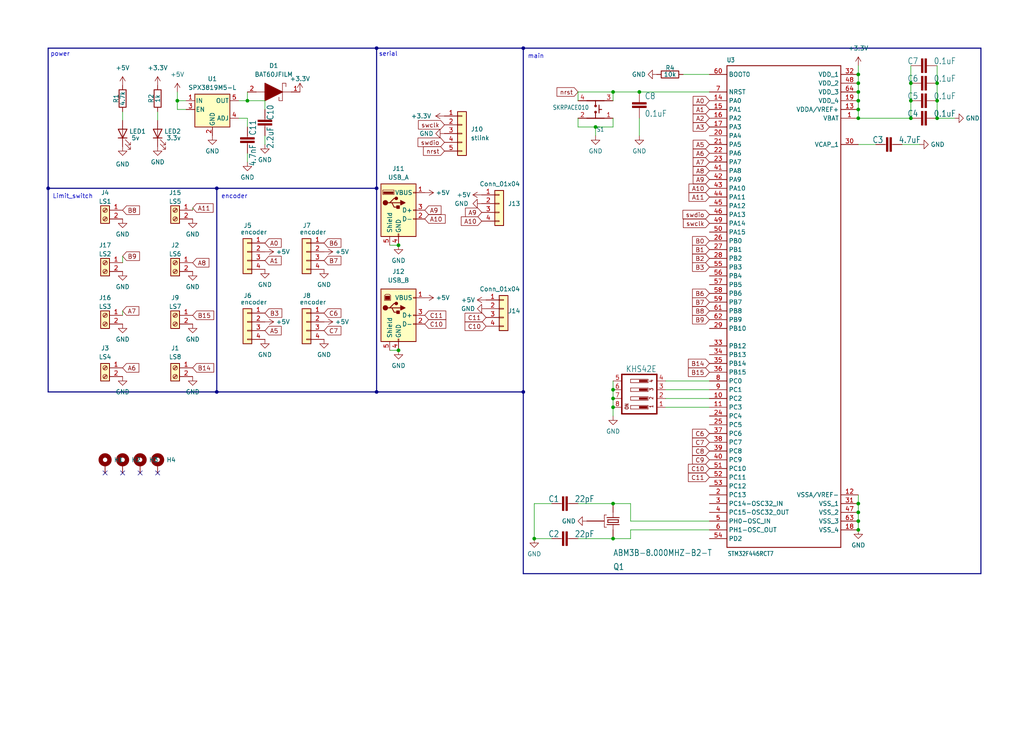
<source format=kicad_sch>
(kicad_sch (version 20230121) (generator eeschema)

  (uuid 5f8291ae-6b30-4227-b99f-27fcfbfcfd0c)

  (paper "User" 297.002 212.319)

  (title_block
    (title "ALTAIR_MDD_V1")
    (date "2024-02-14")
    (rev "1.0.0")
    (company "-Altair-")
  )

  (lib_symbols
    (symbol "Connector:Screw_Terminal_01x02" (pin_names (offset 1.016) hide) (in_bom yes) (on_board yes)
      (property "Reference" "J" (at 0 2.54 0)
        (effects (font (size 1.27 1.27)))
      )
      (property "Value" "Screw_Terminal_01x02" (at 0 -5.08 0)
        (effects (font (size 1.27 1.27)))
      )
      (property "Footprint" "" (at 0 0 0)
        (effects (font (size 1.27 1.27)) hide)
      )
      (property "Datasheet" "~" (at 0 0 0)
        (effects (font (size 1.27 1.27)) hide)
      )
      (property "ki_keywords" "screw terminal" (at 0 0 0)
        (effects (font (size 1.27 1.27)) hide)
      )
      (property "ki_description" "Generic screw terminal, single row, 01x02, script generated (kicad-library-utils/schlib/autogen/connector/)" (at 0 0 0)
        (effects (font (size 1.27 1.27)) hide)
      )
      (property "ki_fp_filters" "TerminalBlock*:*" (at 0 0 0)
        (effects (font (size 1.27 1.27)) hide)
      )
      (symbol "Screw_Terminal_01x02_1_1"
        (rectangle (start -1.27 1.27) (end 1.27 -3.81)
          (stroke (width 0.254) (type default))
          (fill (type background))
        )
        (circle (center 0 -2.54) (radius 0.635)
          (stroke (width 0.1524) (type default))
          (fill (type none))
        )
        (polyline
          (pts
            (xy -0.5334 -2.2098)
            (xy 0.3302 -3.048)
          )
          (stroke (width 0.1524) (type default))
          (fill (type none))
        )
        (polyline
          (pts
            (xy -0.5334 0.3302)
            (xy 0.3302 -0.508)
          )
          (stroke (width 0.1524) (type default))
          (fill (type none))
        )
        (polyline
          (pts
            (xy -0.3556 -2.032)
            (xy 0.508 -2.8702)
          )
          (stroke (width 0.1524) (type default))
          (fill (type none))
        )
        (polyline
          (pts
            (xy -0.3556 0.508)
            (xy 0.508 -0.3302)
          )
          (stroke (width 0.1524) (type default))
          (fill (type none))
        )
        (circle (center 0 0) (radius 0.635)
          (stroke (width 0.1524) (type default))
          (fill (type none))
        )
        (pin passive line (at -5.08 0 0) (length 3.81)
          (name "Pin_1" (effects (font (size 1.27 1.27))))
          (number "1" (effects (font (size 1.27 1.27))))
        )
        (pin passive line (at -5.08 -2.54 0) (length 3.81)
          (name "Pin_2" (effects (font (size 1.27 1.27))))
          (number "2" (effects (font (size 1.27 1.27))))
        )
      )
    )
    (symbol "Connector:USB_A" (pin_names (offset 1.016)) (in_bom yes) (on_board yes)
      (property "Reference" "J" (at -5.08 11.43 0)
        (effects (font (size 1.27 1.27)) (justify left))
      )
      (property "Value" "USB_A" (at -5.08 8.89 0)
        (effects (font (size 1.27 1.27)) (justify left))
      )
      (property "Footprint" "" (at 3.81 -1.27 0)
        (effects (font (size 1.27 1.27)) hide)
      )
      (property "Datasheet" " ~" (at 3.81 -1.27 0)
        (effects (font (size 1.27 1.27)) hide)
      )
      (property "ki_keywords" "connector USB" (at 0 0 0)
        (effects (font (size 1.27 1.27)) hide)
      )
      (property "ki_description" "USB Type A connector" (at 0 0 0)
        (effects (font (size 1.27 1.27)) hide)
      )
      (property "ki_fp_filters" "USB*" (at 0 0 0)
        (effects (font (size 1.27 1.27)) hide)
      )
      (symbol "USB_A_0_1"
        (rectangle (start -5.08 -7.62) (end 5.08 7.62)
          (stroke (width 0.254) (type default))
          (fill (type background))
        )
        (circle (center -3.81 2.159) (radius 0.635)
          (stroke (width 0.254) (type default))
          (fill (type outline))
        )
        (rectangle (start -1.524 4.826) (end -4.318 5.334)
          (stroke (width 0) (type default))
          (fill (type outline))
        )
        (rectangle (start -1.27 4.572) (end -4.572 5.842)
          (stroke (width 0) (type default))
          (fill (type none))
        )
        (circle (center -0.635 3.429) (radius 0.381)
          (stroke (width 0.254) (type default))
          (fill (type outline))
        )
        (rectangle (start -0.127 -7.62) (end 0.127 -6.858)
          (stroke (width 0) (type default))
          (fill (type none))
        )
        (polyline
          (pts
            (xy -3.175 2.159)
            (xy -2.54 2.159)
            (xy -1.27 3.429)
            (xy -0.635 3.429)
          )
          (stroke (width 0.254) (type default))
          (fill (type none))
        )
        (polyline
          (pts
            (xy -2.54 2.159)
            (xy -1.905 2.159)
            (xy -1.27 0.889)
            (xy 0 0.889)
          )
          (stroke (width 0.254) (type default))
          (fill (type none))
        )
        (polyline
          (pts
            (xy 0.635 2.794)
            (xy 0.635 1.524)
            (xy 1.905 2.159)
            (xy 0.635 2.794)
          )
          (stroke (width 0.254) (type default))
          (fill (type outline))
        )
        (rectangle (start 0.254 1.27) (end -0.508 0.508)
          (stroke (width 0.254) (type default))
          (fill (type outline))
        )
        (rectangle (start 5.08 -2.667) (end 4.318 -2.413)
          (stroke (width 0) (type default))
          (fill (type none))
        )
        (rectangle (start 5.08 -0.127) (end 4.318 0.127)
          (stroke (width 0) (type default))
          (fill (type none))
        )
        (rectangle (start 5.08 4.953) (end 4.318 5.207)
          (stroke (width 0) (type default))
          (fill (type none))
        )
      )
      (symbol "USB_A_1_1"
        (polyline
          (pts
            (xy -1.905 2.159)
            (xy 0.635 2.159)
          )
          (stroke (width 0.254) (type default))
          (fill (type none))
        )
        (pin power_in line (at 7.62 5.08 180) (length 2.54)
          (name "VBUS" (effects (font (size 1.27 1.27))))
          (number "1" (effects (font (size 1.27 1.27))))
        )
        (pin bidirectional line (at 7.62 -2.54 180) (length 2.54)
          (name "D-" (effects (font (size 1.27 1.27))))
          (number "2" (effects (font (size 1.27 1.27))))
        )
        (pin bidirectional line (at 7.62 0 180) (length 2.54)
          (name "D+" (effects (font (size 1.27 1.27))))
          (number "3" (effects (font (size 1.27 1.27))))
        )
        (pin power_in line (at 0 -10.16 90) (length 2.54)
          (name "GND" (effects (font (size 1.27 1.27))))
          (number "4" (effects (font (size 1.27 1.27))))
        )
        (pin passive line (at -2.54 -10.16 90) (length 2.54)
          (name "Shield" (effects (font (size 1.27 1.27))))
          (number "5" (effects (font (size 1.27 1.27))))
        )
      )
    )
    (symbol "Connector:USB_B" (pin_names (offset 1.016)) (in_bom yes) (on_board yes)
      (property "Reference" "J" (at -5.08 11.43 0)
        (effects (font (size 1.27 1.27)) (justify left))
      )
      (property "Value" "USB_B" (at -5.08 8.89 0)
        (effects (font (size 1.27 1.27)) (justify left))
      )
      (property "Footprint" "" (at 3.81 -1.27 0)
        (effects (font (size 1.27 1.27)) hide)
      )
      (property "Datasheet" " ~" (at 3.81 -1.27 0)
        (effects (font (size 1.27 1.27)) hide)
      )
      (property "ki_keywords" "connector USB" (at 0 0 0)
        (effects (font (size 1.27 1.27)) hide)
      )
      (property "ki_description" "USB Type B connector" (at 0 0 0)
        (effects (font (size 1.27 1.27)) hide)
      )
      (property "ki_fp_filters" "USB*" (at 0 0 0)
        (effects (font (size 1.27 1.27)) hide)
      )
      (symbol "USB_B_0_1"
        (rectangle (start -5.08 -7.62) (end 5.08 7.62)
          (stroke (width 0.254) (type default))
          (fill (type background))
        )
        (circle (center -3.81 2.159) (radius 0.635)
          (stroke (width 0.254) (type default))
          (fill (type outline))
        )
        (rectangle (start -3.81 5.588) (end -2.54 4.572)
          (stroke (width 0) (type default))
          (fill (type outline))
        )
        (circle (center -0.635 3.429) (radius 0.381)
          (stroke (width 0.254) (type default))
          (fill (type outline))
        )
        (rectangle (start -0.127 -7.62) (end 0.127 -6.858)
          (stroke (width 0) (type default))
          (fill (type none))
        )
        (polyline
          (pts
            (xy -1.905 2.159)
            (xy 0.635 2.159)
          )
          (stroke (width 0.254) (type default))
          (fill (type none))
        )
        (polyline
          (pts
            (xy -3.175 2.159)
            (xy -2.54 2.159)
            (xy -1.27 3.429)
            (xy -0.635 3.429)
          )
          (stroke (width 0.254) (type default))
          (fill (type none))
        )
        (polyline
          (pts
            (xy -2.54 2.159)
            (xy -1.905 2.159)
            (xy -1.27 0.889)
            (xy 0 0.889)
          )
          (stroke (width 0.254) (type default))
          (fill (type none))
        )
        (polyline
          (pts
            (xy 0.635 2.794)
            (xy 0.635 1.524)
            (xy 1.905 2.159)
            (xy 0.635 2.794)
          )
          (stroke (width 0.254) (type default))
          (fill (type outline))
        )
        (polyline
          (pts
            (xy -4.064 4.318)
            (xy -2.286 4.318)
            (xy -2.286 5.715)
            (xy -2.667 6.096)
            (xy -3.683 6.096)
            (xy -4.064 5.715)
            (xy -4.064 4.318)
          )
          (stroke (width 0) (type default))
          (fill (type none))
        )
        (rectangle (start 0.254 1.27) (end -0.508 0.508)
          (stroke (width 0.254) (type default))
          (fill (type outline))
        )
        (rectangle (start 5.08 -2.667) (end 4.318 -2.413)
          (stroke (width 0) (type default))
          (fill (type none))
        )
        (rectangle (start 5.08 -0.127) (end 4.318 0.127)
          (stroke (width 0) (type default))
          (fill (type none))
        )
        (rectangle (start 5.08 4.953) (end 4.318 5.207)
          (stroke (width 0) (type default))
          (fill (type none))
        )
      )
      (symbol "USB_B_1_1"
        (pin power_out line (at 7.62 5.08 180) (length 2.54)
          (name "VBUS" (effects (font (size 1.27 1.27))))
          (number "1" (effects (font (size 1.27 1.27))))
        )
        (pin bidirectional line (at 7.62 -2.54 180) (length 2.54)
          (name "D-" (effects (font (size 1.27 1.27))))
          (number "2" (effects (font (size 1.27 1.27))))
        )
        (pin bidirectional line (at 7.62 0 180) (length 2.54)
          (name "D+" (effects (font (size 1.27 1.27))))
          (number "3" (effects (font (size 1.27 1.27))))
        )
        (pin power_out line (at 0 -10.16 90) (length 2.54)
          (name "GND" (effects (font (size 1.27 1.27))))
          (number "4" (effects (font (size 1.27 1.27))))
        )
        (pin passive line (at -2.54 -10.16 90) (length 2.54)
          (name "Shield" (effects (font (size 1.27 1.27))))
          (number "5" (effects (font (size 1.27 1.27))))
        )
      )
    )
    (symbol "Connector_Generic:Conn_01x04" (pin_names (offset 1.016) hide) (in_bom yes) (on_board yes)
      (property "Reference" "J" (at 0 5.08 0)
        (effects (font (size 1.27 1.27)))
      )
      (property "Value" "Conn_01x04" (at 0 -7.62 0)
        (effects (font (size 1.27 1.27)))
      )
      (property "Footprint" "" (at 0 0 0)
        (effects (font (size 1.27 1.27)) hide)
      )
      (property "Datasheet" "~" (at 0 0 0)
        (effects (font (size 1.27 1.27)) hide)
      )
      (property "ki_keywords" "connector" (at 0 0 0)
        (effects (font (size 1.27 1.27)) hide)
      )
      (property "ki_description" "Generic connector, single row, 01x04, script generated (kicad-library-utils/schlib/autogen/connector/)" (at 0 0 0)
        (effects (font (size 1.27 1.27)) hide)
      )
      (property "ki_fp_filters" "Connector*:*_1x??_*" (at 0 0 0)
        (effects (font (size 1.27 1.27)) hide)
      )
      (symbol "Conn_01x04_1_1"
        (rectangle (start -1.27 -4.953) (end 0 -5.207)
          (stroke (width 0.1524) (type default))
          (fill (type none))
        )
        (rectangle (start -1.27 -2.413) (end 0 -2.667)
          (stroke (width 0.1524) (type default))
          (fill (type none))
        )
        (rectangle (start -1.27 0.127) (end 0 -0.127)
          (stroke (width 0.1524) (type default))
          (fill (type none))
        )
        (rectangle (start -1.27 2.667) (end 0 2.413)
          (stroke (width 0.1524) (type default))
          (fill (type none))
        )
        (rectangle (start -1.27 3.81) (end 1.27 -6.35)
          (stroke (width 0.254) (type default))
          (fill (type background))
        )
        (pin passive line (at -5.08 2.54 0) (length 3.81)
          (name "Pin_1" (effects (font (size 1.27 1.27))))
          (number "1" (effects (font (size 1.27 1.27))))
        )
        (pin passive line (at -5.08 0 0) (length 3.81)
          (name "Pin_2" (effects (font (size 1.27 1.27))))
          (number "2" (effects (font (size 1.27 1.27))))
        )
        (pin passive line (at -5.08 -2.54 0) (length 3.81)
          (name "Pin_3" (effects (font (size 1.27 1.27))))
          (number "3" (effects (font (size 1.27 1.27))))
        )
        (pin passive line (at -5.08 -5.08 0) (length 3.81)
          (name "Pin_4" (effects (font (size 1.27 1.27))))
          (number "4" (effects (font (size 1.27 1.27))))
        )
      )
    )
    (symbol "Connector_Generic:Conn_01x05" (pin_names (offset 1.016) hide) (in_bom yes) (on_board yes)
      (property "Reference" "J" (at 0 7.62 0)
        (effects (font (size 1.27 1.27)))
      )
      (property "Value" "Conn_01x05" (at 0 -7.62 0)
        (effects (font (size 1.27 1.27)))
      )
      (property "Footprint" "" (at 0 0 0)
        (effects (font (size 1.27 1.27)) hide)
      )
      (property "Datasheet" "~" (at 0 0 0)
        (effects (font (size 1.27 1.27)) hide)
      )
      (property "ki_keywords" "connector" (at 0 0 0)
        (effects (font (size 1.27 1.27)) hide)
      )
      (property "ki_description" "Generic connector, single row, 01x05, script generated (kicad-library-utils/schlib/autogen/connector/)" (at 0 0 0)
        (effects (font (size 1.27 1.27)) hide)
      )
      (property "ki_fp_filters" "Connector*:*_1x??_*" (at 0 0 0)
        (effects (font (size 1.27 1.27)) hide)
      )
      (symbol "Conn_01x05_1_1"
        (rectangle (start -1.27 -4.953) (end 0 -5.207)
          (stroke (width 0.1524) (type default))
          (fill (type none))
        )
        (rectangle (start -1.27 -2.413) (end 0 -2.667)
          (stroke (width 0.1524) (type default))
          (fill (type none))
        )
        (rectangle (start -1.27 0.127) (end 0 -0.127)
          (stroke (width 0.1524) (type default))
          (fill (type none))
        )
        (rectangle (start -1.27 2.667) (end 0 2.413)
          (stroke (width 0.1524) (type default))
          (fill (type none))
        )
        (rectangle (start -1.27 5.207) (end 0 4.953)
          (stroke (width 0.1524) (type default))
          (fill (type none))
        )
        (rectangle (start -1.27 6.35) (end 1.27 -6.35)
          (stroke (width 0.254) (type default))
          (fill (type background))
        )
        (pin passive line (at -5.08 5.08 0) (length 3.81)
          (name "Pin_1" (effects (font (size 1.27 1.27))))
          (number "1" (effects (font (size 1.27 1.27))))
        )
        (pin passive line (at -5.08 2.54 0) (length 3.81)
          (name "Pin_2" (effects (font (size 1.27 1.27))))
          (number "2" (effects (font (size 1.27 1.27))))
        )
        (pin passive line (at -5.08 0 0) (length 3.81)
          (name "Pin_3" (effects (font (size 1.27 1.27))))
          (number "3" (effects (font (size 1.27 1.27))))
        )
        (pin passive line (at -5.08 -2.54 0) (length 3.81)
          (name "Pin_4" (effects (font (size 1.27 1.27))))
          (number "4" (effects (font (size 1.27 1.27))))
        )
        (pin passive line (at -5.08 -5.08 0) (length 3.81)
          (name "Pin_5" (effects (font (size 1.27 1.27))))
          (number "5" (effects (font (size 1.27 1.27))))
        )
      )
    )
    (symbol "Device:LED" (pin_numbers hide) (pin_names (offset 1.016) hide) (in_bom yes) (on_board yes)
      (property "Reference" "D" (at 0 2.54 0)
        (effects (font (size 1.27 1.27)))
      )
      (property "Value" "LED" (at 0 -2.54 0)
        (effects (font (size 1.27 1.27)))
      )
      (property "Footprint" "" (at 0 0 0)
        (effects (font (size 1.27 1.27)) hide)
      )
      (property "Datasheet" "~" (at 0 0 0)
        (effects (font (size 1.27 1.27)) hide)
      )
      (property "ki_keywords" "LED diode" (at 0 0 0)
        (effects (font (size 1.27 1.27)) hide)
      )
      (property "ki_description" "Light emitting diode" (at 0 0 0)
        (effects (font (size 1.27 1.27)) hide)
      )
      (property "ki_fp_filters" "LED* LED_SMD:* LED_THT:*" (at 0 0 0)
        (effects (font (size 1.27 1.27)) hide)
      )
      (symbol "LED_0_1"
        (polyline
          (pts
            (xy -1.27 -1.27)
            (xy -1.27 1.27)
          )
          (stroke (width 0.254) (type default))
          (fill (type none))
        )
        (polyline
          (pts
            (xy -1.27 0)
            (xy 1.27 0)
          )
          (stroke (width 0) (type default))
          (fill (type none))
        )
        (polyline
          (pts
            (xy 1.27 -1.27)
            (xy 1.27 1.27)
            (xy -1.27 0)
            (xy 1.27 -1.27)
          )
          (stroke (width 0.254) (type default))
          (fill (type none))
        )
        (polyline
          (pts
            (xy -3.048 -0.762)
            (xy -4.572 -2.286)
            (xy -3.81 -2.286)
            (xy -4.572 -2.286)
            (xy -4.572 -1.524)
          )
          (stroke (width 0) (type default))
          (fill (type none))
        )
        (polyline
          (pts
            (xy -1.778 -0.762)
            (xy -3.302 -2.286)
            (xy -2.54 -2.286)
            (xy -3.302 -2.286)
            (xy -3.302 -1.524)
          )
          (stroke (width 0) (type default))
          (fill (type none))
        )
      )
      (symbol "LED_1_1"
        (pin passive line (at -3.81 0 0) (length 2.54)
          (name "K" (effects (font (size 1.27 1.27))))
          (number "1" (effects (font (size 1.27 1.27))))
        )
        (pin passive line (at 3.81 0 180) (length 2.54)
          (name "A" (effects (font (size 1.27 1.27))))
          (number "2" (effects (font (size 1.27 1.27))))
        )
      )
    )
    (symbol "Device:R" (pin_numbers hide) (pin_names (offset 0)) (in_bom yes) (on_board yes)
      (property "Reference" "R" (at 2.032 0 90)
        (effects (font (size 1.27 1.27)))
      )
      (property "Value" "R" (at 0 0 90)
        (effects (font (size 1.27 1.27)))
      )
      (property "Footprint" "" (at -1.778 0 90)
        (effects (font (size 1.27 1.27)) hide)
      )
      (property "Datasheet" "~" (at 0 0 0)
        (effects (font (size 1.27 1.27)) hide)
      )
      (property "ki_keywords" "R res resistor" (at 0 0 0)
        (effects (font (size 1.27 1.27)) hide)
      )
      (property "ki_description" "Resistor" (at 0 0 0)
        (effects (font (size 1.27 1.27)) hide)
      )
      (property "ki_fp_filters" "R_*" (at 0 0 0)
        (effects (font (size 1.27 1.27)) hide)
      )
      (symbol "R_0_1"
        (rectangle (start -1.016 -2.54) (end 1.016 2.54)
          (stroke (width 0.254) (type default))
          (fill (type none))
        )
      )
      (symbol "R_1_1"
        (pin passive line (at 0 3.81 270) (length 1.27)
          (name "~" (effects (font (size 1.27 1.27))))
          (number "1" (effects (font (size 1.27 1.27))))
        )
        (pin passive line (at 0 -3.81 90) (length 1.27)
          (name "~" (effects (font (size 1.27 1.27))))
          (number "2" (effects (font (size 1.27 1.27))))
        )
      )
    )
    (symbol "Mechanical:MountingHole_Pad" (pin_numbers hide) (pin_names (offset 1.016) hide) (in_bom yes) (on_board yes)
      (property "Reference" "H" (at 0 6.35 0)
        (effects (font (size 1.27 1.27)))
      )
      (property "Value" "MountingHole_Pad" (at 0 4.445 0)
        (effects (font (size 1.27 1.27)))
      )
      (property "Footprint" "" (at 0 0 0)
        (effects (font (size 1.27 1.27)) hide)
      )
      (property "Datasheet" "~" (at 0 0 0)
        (effects (font (size 1.27 1.27)) hide)
      )
      (property "ki_keywords" "mounting hole" (at 0 0 0)
        (effects (font (size 1.27 1.27)) hide)
      )
      (property "ki_description" "Mounting Hole with connection" (at 0 0 0)
        (effects (font (size 1.27 1.27)) hide)
      )
      (property "ki_fp_filters" "MountingHole*Pad*" (at 0 0 0)
        (effects (font (size 1.27 1.27)) hide)
      )
      (symbol "MountingHole_Pad_0_1"
        (circle (center 0 1.27) (radius 1.27)
          (stroke (width 1.27) (type default))
          (fill (type none))
        )
      )
      (symbol "MountingHole_Pad_1_1"
        (pin input line (at 0 -2.54 90) (length 2.54)
          (name "1" (effects (font (size 1.27 1.27))))
          (number "1" (effects (font (size 1.27 1.27))))
        )
      )
    )
    (symbol "Regulator_Linear:SPX3819M5-L" (pin_names (offset 0.254)) (in_bom yes) (on_board yes)
      (property "Reference" "U" (at -3.81 5.715 0)
        (effects (font (size 1.27 1.27)))
      )
      (property "Value" "SPX3819M5-L" (at 0 5.715 0)
        (effects (font (size 1.27 1.27)) (justify left))
      )
      (property "Footprint" "Package_TO_SOT_SMD:SOT-23-5" (at 0 8.255 0)
        (effects (font (size 1.27 1.27)) hide)
      )
      (property "Datasheet" "https://www.exar.com/content/document.ashx?id=22106&languageid=1033&type=Datasheet&partnumber=SPX3819&filename=SPX3819.pdf&part=SPX3819" (at 0 0 0)
        (effects (font (size 1.27 1.27)) hide)
      )
      (property "ki_keywords" "REGULATOR LDO ADJ" (at 0 0 0)
        (effects (font (size 1.27 1.27)) hide)
      )
      (property "ki_description" "500mA Low drop-out regulator, Adjustable, SOT-23-5" (at 0 0 0)
        (effects (font (size 1.27 1.27)) hide)
      )
      (property "ki_fp_filters" "SOT?23*" (at 0 0 0)
        (effects (font (size 1.27 1.27)) hide)
      )
      (symbol "SPX3819M5-L_0_1"
        (rectangle (start -5.08 4.445) (end 5.08 -5.08)
          (stroke (width 0.254) (type default))
          (fill (type background))
        )
      )
      (symbol "SPX3819M5-L_1_1"
        (pin power_in line (at -7.62 2.54 0) (length 2.54)
          (name "IN" (effects (font (size 1.27 1.27))))
          (number "1" (effects (font (size 1.27 1.27))))
        )
        (pin power_in line (at 0 -7.62 90) (length 2.54)
          (name "GND" (effects (font (size 1.27 1.27))))
          (number "2" (effects (font (size 1.27 1.27))))
        )
        (pin input line (at -7.62 0 0) (length 2.54)
          (name "EN" (effects (font (size 1.27 1.27))))
          (number "3" (effects (font (size 1.27 1.27))))
        )
        (pin input line (at 7.62 -2.54 180) (length 2.54)
          (name "ADJ" (effects (font (size 1.27 1.27))))
          (number "4" (effects (font (size 1.27 1.27))))
        )
        (pin power_out line (at 7.62 2.54 180) (length 2.54)
          (name "OUT" (effects (font (size 1.27 1.27))))
          (number "5" (effects (font (size 1.27 1.27))))
        )
      )
    )
    (symbol "SamacSys_Parts:BAT60JFILM" (pin_names (offset 0.762)) (in_bom yes) (on_board yes)
      (property "Reference" "D" (at 12.7 8.89 0)
        (effects (font (size 1.27 1.27)) (justify left))
      )
      (property "Value" "BAT60JFILM" (at 12.7 6.35 0)
        (effects (font (size 1.27 1.27)) (justify left))
      )
      (property "Footprint" "SOD2513X117N" (at 12.7 3.81 0)
        (effects (font (size 1.27 1.27)) (justify left) hide)
      )
      (property "Datasheet" "https://www.mouser.jp/datasheet/2/389/cd00001944-1795661.pdf" (at 12.7 1.27 0)
        (effects (font (size 1.27 1.27)) (justify left) hide)
      )
      (property "Description" "SMALL SIGNAL SCHOTTKY DIODE" (at 12.7 -1.27 0)
        (effects (font (size 1.27 1.27)) (justify left) hide)
      )
      (property "Height" "1.17" (at 12.7 -3.81 0)
        (effects (font (size 1.27 1.27)) (justify left) hide)
      )
      (property "Manufacturer_Name" "STMicroelectronics" (at 12.7 -6.35 0)
        (effects (font (size 1.27 1.27)) (justify left) hide)
      )
      (property "Manufacturer_Part_Number" "BAT60JFILM" (at 12.7 -8.89 0)
        (effects (font (size 1.27 1.27)) (justify left) hide)
      )
      (property "Mouser Part Number" "511-BAT60JFILM" (at 12.7 -11.43 0)
        (effects (font (size 1.27 1.27)) (justify left) hide)
      )
      (property "Mouser Price/Stock" "https://www.mouser.co.uk/ProductDetail/STMicroelectronics/BAT60JFILM?qs=GnFZssByvVVVnMaukcyLZg%3D%3D" (at 12.7 -13.97 0)
        (effects (font (size 1.27 1.27)) (justify left) hide)
      )
      (property "Arrow Part Number" "BAT60JFILM" (at 12.7 -16.51 0)
        (effects (font (size 1.27 1.27)) (justify left) hide)
      )
      (property "Arrow Price/Stock" "https://www.arrow.com/en/products/bat60jfilm/stmicroelectronics?region=nac" (at 12.7 -19.05 0)
        (effects (font (size 1.27 1.27)) (justify left) hide)
      )
      (property "ki_description" "SMALL SIGNAL SCHOTTKY DIODE" (at 0 0 0)
        (effects (font (size 1.27 1.27)) hide)
      )
      (symbol "BAT60JFILM_0_0"
        (pin passive line (at 2.54 0 0) (length 2.54)
          (name "~" (effects (font (size 1.27 1.27))))
          (number "1" (effects (font (size 1.27 1.27))))
        )
        (pin passive line (at 17.78 0 180) (length 2.54)
          (name "~" (effects (font (size 1.27 1.27))))
          (number "2" (effects (font (size 1.27 1.27))))
        )
      )
      (symbol "BAT60JFILM_0_1"
        (polyline
          (pts
            (xy 5.08 0)
            (xy 7.62 0)
          )
          (stroke (width 0.1524) (type solid))
          (fill (type none))
        )
        (polyline
          (pts
            (xy 7.62 2.54)
            (xy 7.62 -2.54)
          )
          (stroke (width 0.1524) (type solid))
          (fill (type none))
        )
        (polyline
          (pts
            (xy 12.7 0)
            (xy 15.24 0)
          )
          (stroke (width 0.1524) (type solid))
          (fill (type none))
        )
        (polyline
          (pts
            (xy 7.62 -2.54)
            (xy 6.604 -2.54)
            (xy 6.604 -1.524)
          )
          (stroke (width 0.1524) (type solid))
          (fill (type none))
        )
        (polyline
          (pts
            (xy 7.62 2.54)
            (xy 8.636 2.54)
            (xy 8.636 1.524)
          )
          (stroke (width 0.1524) (type solid))
          (fill (type none))
        )
        (polyline
          (pts
            (xy 7.62 0)
            (xy 12.7 2.54)
            (xy 12.7 -2.54)
            (xy 7.62 0)
          )
          (stroke (width 0.254) (type solid))
          (fill (type outline))
        )
      )
    )
    (symbol "power:+3.3V" (power) (pin_names (offset 0)) (in_bom yes) (on_board yes)
      (property "Reference" "#PWR" (at 0 -3.81 0)
        (effects (font (size 1.27 1.27)) hide)
      )
      (property "Value" "+3.3V" (at 0 3.556 0)
        (effects (font (size 1.27 1.27)))
      )
      (property "Footprint" "" (at 0 0 0)
        (effects (font (size 1.27 1.27)) hide)
      )
      (property "Datasheet" "" (at 0 0 0)
        (effects (font (size 1.27 1.27)) hide)
      )
      (property "ki_keywords" "global power" (at 0 0 0)
        (effects (font (size 1.27 1.27)) hide)
      )
      (property "ki_description" "Power symbol creates a global label with name \"+3.3V\"" (at 0 0 0)
        (effects (font (size 1.27 1.27)) hide)
      )
      (symbol "+3.3V_0_1"
        (polyline
          (pts
            (xy -0.762 1.27)
            (xy 0 2.54)
          )
          (stroke (width 0) (type default))
          (fill (type none))
        )
        (polyline
          (pts
            (xy 0 0)
            (xy 0 2.54)
          )
          (stroke (width 0) (type default))
          (fill (type none))
        )
        (polyline
          (pts
            (xy 0 2.54)
            (xy 0.762 1.27)
          )
          (stroke (width 0) (type default))
          (fill (type none))
        )
      )
      (symbol "+3.3V_1_1"
        (pin power_in line (at 0 0 90) (length 0) hide
          (name "+3.3V" (effects (font (size 1.27 1.27))))
          (number "1" (effects (font (size 1.27 1.27))))
        )
      )
    )
    (symbol "power:+5V" (power) (pin_names (offset 0)) (in_bom yes) (on_board yes)
      (property "Reference" "#PWR" (at 0 -3.81 0)
        (effects (font (size 1.27 1.27)) hide)
      )
      (property "Value" "+5V" (at 0 3.556 0)
        (effects (font (size 1.27 1.27)))
      )
      (property "Footprint" "" (at 0 0 0)
        (effects (font (size 1.27 1.27)) hide)
      )
      (property "Datasheet" "" (at 0 0 0)
        (effects (font (size 1.27 1.27)) hide)
      )
      (property "ki_keywords" "global power" (at 0 0 0)
        (effects (font (size 1.27 1.27)) hide)
      )
      (property "ki_description" "Power symbol creates a global label with name \"+5V\"" (at 0 0 0)
        (effects (font (size 1.27 1.27)) hide)
      )
      (symbol "+5V_0_1"
        (polyline
          (pts
            (xy -0.762 1.27)
            (xy 0 2.54)
          )
          (stroke (width 0) (type default))
          (fill (type none))
        )
        (polyline
          (pts
            (xy 0 0)
            (xy 0 2.54)
          )
          (stroke (width 0) (type default))
          (fill (type none))
        )
        (polyline
          (pts
            (xy 0 2.54)
            (xy 0.762 1.27)
          )
          (stroke (width 0) (type default))
          (fill (type none))
        )
      )
      (symbol "+5V_1_1"
        (pin power_in line (at 0 0 90) (length 0) hide
          (name "+5V" (effects (font (size 1.27 1.27))))
          (number "1" (effects (font (size 1.27 1.27))))
        )
      )
    )
    (symbol "power:GND" (power) (pin_names (offset 0)) (in_bom yes) (on_board yes)
      (property "Reference" "#PWR" (at 0 -6.35 0)
        (effects (font (size 1.27 1.27)) hide)
      )
      (property "Value" "GND" (at 0 -3.81 0)
        (effects (font (size 1.27 1.27)))
      )
      (property "Footprint" "" (at 0 0 0)
        (effects (font (size 1.27 1.27)) hide)
      )
      (property "Datasheet" "" (at 0 0 0)
        (effects (font (size 1.27 1.27)) hide)
      )
      (property "ki_keywords" "global power" (at 0 0 0)
        (effects (font (size 1.27 1.27)) hide)
      )
      (property "ki_description" "Power symbol creates a global label with name \"GND\" , ground" (at 0 0 0)
        (effects (font (size 1.27 1.27)) hide)
      )
      (symbol "GND_0_1"
        (polyline
          (pts
            (xy 0 0)
            (xy 0 -1.27)
            (xy 1.27 -1.27)
            (xy 0 -2.54)
            (xy -1.27 -1.27)
            (xy 0 -1.27)
          )
          (stroke (width 0) (type default))
          (fill (type none))
        )
      )
      (symbol "GND_1_1"
        (pin power_in line (at 0 0 270) (length 0) hide
          (name "GND" (effects (font (size 1.27 1.27))))
          (number "1" (effects (font (size 1.27 1.27))))
        )
      )
    )
    (symbol "ver1-eagle-import:ABM3B-8.000MHZ-B2-T" (in_bom yes) (on_board yes)
      (property "Reference" "Y" (at 2.5408 1.0163 0)
        (effects (font (size 1.7786 1.5118)) (justify left bottom))
      )
      (property "Value" "" (at 2.543 -2.543 0)
        (effects (font (size 1.7801 1.513)) (justify left bottom))
      )
      (property "Footprint" "ver1:OSCCC500X320X110-4N" (at 0 0 0)
        (effects (font (size 1.27 1.27)) hide)
      )
      (property "Datasheet" "" (at 0 0 0)
        (effects (font (size 1.27 1.27)) hide)
      )
      (property "ki_locked" "" (at 0 0 0)
        (effects (font (size 1.27 1.27)))
      )
      (symbol "ABM3B-8.000MHZ-B2-T_1_0"
        (polyline
          (pts
            (xy -2.54 0)
            (xy -1.016 0)
          )
          (stroke (width 0.1524) (type solid))
          (fill (type none))
        )
        (polyline
          (pts
            (xy -1.778 -2.54)
            (xy -1.778 -1.905)
          )
          (stroke (width 0.1524) (type solid))
          (fill (type none))
        )
        (polyline
          (pts
            (xy -1.778 -2.54)
            (xy 1.778 -2.54)
          )
          (stroke (width 0.1524) (type solid))
          (fill (type none))
        )
        (polyline
          (pts
            (xy -1.016 1.778)
            (xy -1.016 -1.778)
          )
          (stroke (width 0.254) (type solid))
          (fill (type none))
        )
        (polyline
          (pts
            (xy -0.381 -1.524)
            (xy 0.381 -1.524)
          )
          (stroke (width 0.254) (type solid))
          (fill (type none))
        )
        (polyline
          (pts
            (xy -0.381 1.524)
            (xy -0.381 -1.524)
          )
          (stroke (width 0.254) (type solid))
          (fill (type none))
        )
        (polyline
          (pts
            (xy 0.381 -1.524)
            (xy 0.381 1.524)
          )
          (stroke (width 0.254) (type solid))
          (fill (type none))
        )
        (polyline
          (pts
            (xy 0.381 1.524)
            (xy -0.381 1.524)
          )
          (stroke (width 0.254) (type solid))
          (fill (type none))
        )
        (polyline
          (pts
            (xy 1.016 0)
            (xy 1.016 -1.778)
          )
          (stroke (width 0.254) (type solid))
          (fill (type none))
        )
        (polyline
          (pts
            (xy 1.016 0)
            (xy 2.54 0)
          )
          (stroke (width 0.1524) (type solid))
          (fill (type none))
        )
        (polyline
          (pts
            (xy 1.016 1.778)
            (xy 1.016 0)
          )
          (stroke (width 0.254) (type solid))
          (fill (type none))
        )
        (polyline
          (pts
            (xy 1.778 -1.905)
            (xy 1.778 -2.54)
          )
          (stroke (width 0.1524) (type solid))
          (fill (type none))
        )
        (pin passive line (at -5.08 0 0) (length 2.54)
          (name "1" (effects (font (size 0 0))))
          (number "1" (effects (font (size 0 0))))
        )
        (pin passive line (at 0 -7.62 90) (length 5.08)
          (name "GND" (effects (font (size 0 0))))
          (number "2" (effects (font (size 0 0))))
        )
        (pin passive line (at 5.08 0 180) (length 2.54)
          (name "3" (effects (font (size 0 0))))
          (number "3" (effects (font (size 0 0))))
        )
        (pin passive line (at 0 -7.62 90) (length 5.08)
          (name "GND" (effects (font (size 0 0))))
          (number "4" (effects (font (size 0 0))))
        )
      )
    )
    (symbol "ver1-eagle-import:C-EUC0603" (in_bom yes) (on_board yes)
      (property "Reference" "C" (at 1.524 0.381 0)
        (effects (font (size 1.778 1.5113)) (justify left bottom))
      )
      (property "Value" "" (at 1.524 -4.699 0)
        (effects (font (size 1.778 1.5113)) (justify left bottom))
      )
      (property "Footprint" "ver1:C0603" (at 0 0 0)
        (effects (font (size 1.27 1.27)) hide)
      )
      (property "Datasheet" "" (at 0 0 0)
        (effects (font (size 1.27 1.27)) hide)
      )
      (property "ki_locked" "" (at 0 0 0)
        (effects (font (size 1.27 1.27)))
      )
      (symbol "C-EUC0603_1_0"
        (rectangle (start -2.032 -2.032) (end 2.032 -1.524)
          (stroke (width 0) (type default))
          (fill (type outline))
        )
        (rectangle (start -2.032 -1.016) (end 2.032 -0.508)
          (stroke (width 0) (type default))
          (fill (type outline))
        )
        (polyline
          (pts
            (xy 0 -2.54)
            (xy 0 -2.032)
          )
          (stroke (width 0.1524) (type solid))
          (fill (type none))
        )
        (polyline
          (pts
            (xy 0 0)
            (xy 0 -0.508)
          )
          (stroke (width 0.1524) (type solid))
          (fill (type none))
        )
        (pin passive line (at 0 2.54 270) (length 2.54)
          (name "1" (effects (font (size 0 0))))
          (number "1" (effects (font (size 0 0))))
        )
        (pin passive line (at 0 -5.08 90) (length 2.54)
          (name "2" (effects (font (size 0 0))))
          (number "2" (effects (font (size 0 0))))
        )
      )
    )
    (symbol "ver1-eagle-import:C-EUC0805" (in_bom yes) (on_board yes)
      (property "Reference" "C" (at 1.524 0.381 0)
        (effects (font (size 1.778 1.5113)) (justify left bottom))
      )
      (property "Value" "" (at 1.524 -4.699 0)
        (effects (font (size 1.778 1.5113)) (justify left bottom))
      )
      (property "Footprint" "ver1:C0805" (at 0 0 0)
        (effects (font (size 1.27 1.27)) hide)
      )
      (property "Datasheet" "" (at 0 0 0)
        (effects (font (size 1.27 1.27)) hide)
      )
      (property "ki_locked" "" (at 0 0 0)
        (effects (font (size 1.27 1.27)))
      )
      (symbol "C-EUC0805_1_0"
        (rectangle (start -2.032 -2.032) (end 2.032 -1.524)
          (stroke (width 0) (type default))
          (fill (type outline))
        )
        (rectangle (start -2.032 -1.016) (end 2.032 -0.508)
          (stroke (width 0) (type default))
          (fill (type outline))
        )
        (polyline
          (pts
            (xy 0 -2.54)
            (xy 0 -2.032)
          )
          (stroke (width 0.1524) (type solid))
          (fill (type none))
        )
        (polyline
          (pts
            (xy 0 0)
            (xy 0 -0.508)
          )
          (stroke (width 0.1524) (type solid))
          (fill (type none))
        )
        (pin passive line (at 0 2.54 270) (length 2.54)
          (name "1" (effects (font (size 0 0))))
          (number "1" (effects (font (size 0 0))))
        )
        (pin passive line (at 0 -5.08 90) (length 2.54)
          (name "2" (effects (font (size 0 0))))
          (number "2" (effects (font (size 0 0))))
        )
      )
    )
    (symbol "ver1-eagle-import:KHS42E" (in_bom yes) (on_board yes)
      (property "Reference" "" (at -5.08 -5.08 90)
        (effects (font (size 1.778 1.5113)) (justify left bottom) hide)
      )
      (property "Value" "" (at 9.525 -5.08 90)
        (effects (font (size 1.778 1.5113)) (justify left bottom))
      )
      (property "Footprint" "ver1:KHS42E" (at 0 0 0)
        (effects (font (size 1.27 1.27)) hide)
      )
      (property "Datasheet" "" (at 0 0 0)
        (effects (font (size 1.27 1.27)) hide)
      )
      (property "ki_locked" "" (at 0 0 0)
        (effects (font (size 1.27 1.27)))
      )
      (symbol "KHS42E_1_0"
        (rectangle (start -2.794 -2.286) (end -2.286 0)
          (stroke (width 0) (type default))
          (fill (type outline))
        )
        (rectangle (start -0.254 -2.286) (end 0.254 0)
          (stroke (width 0) (type default))
          (fill (type outline))
        )
        (polyline
          (pts
            (xy -4.445 -5.08)
            (xy 6.985 -5.08)
          )
          (stroke (width 0.4064) (type solid))
          (fill (type none))
        )
        (polyline
          (pts
            (xy -4.445 5.08)
            (xy -4.445 -5.08)
          )
          (stroke (width 0.4064) (type solid))
          (fill (type none))
        )
        (polyline
          (pts
            (xy -3.048 -2.54)
            (xy -3.048 2.54)
          )
          (stroke (width 0.1524) (type solid))
          (fill (type none))
        )
        (polyline
          (pts
            (xy -3.048 2.54)
            (xy -2.032 2.54)
          )
          (stroke (width 0.1524) (type solid))
          (fill (type none))
        )
        (polyline
          (pts
            (xy -2.032 -2.54)
            (xy -3.048 -2.54)
          )
          (stroke (width 0.1524) (type solid))
          (fill (type none))
        )
        (polyline
          (pts
            (xy -2.032 2.54)
            (xy -2.032 -2.54)
          )
          (stroke (width 0.1524) (type solid))
          (fill (type none))
        )
        (polyline
          (pts
            (xy -0.508 -2.54)
            (xy -0.508 2.54)
          )
          (stroke (width 0.1524) (type solid))
          (fill (type none))
        )
        (polyline
          (pts
            (xy -0.508 2.54)
            (xy 0.508 2.54)
          )
          (stroke (width 0.1524) (type solid))
          (fill (type none))
        )
        (polyline
          (pts
            (xy 0.508 -2.54)
            (xy -0.508 -2.54)
          )
          (stroke (width 0.1524) (type solid))
          (fill (type none))
        )
        (polyline
          (pts
            (xy 0.508 2.54)
            (xy 0.508 -2.54)
          )
          (stroke (width 0.1524) (type solid))
          (fill (type none))
        )
        (polyline
          (pts
            (xy 2.032 -2.54)
            (xy 2.032 2.54)
          )
          (stroke (width 0.1524) (type solid))
          (fill (type none))
        )
        (polyline
          (pts
            (xy 2.032 2.54)
            (xy 3.048 2.54)
          )
          (stroke (width 0.1524) (type solid))
          (fill (type none))
        )
        (polyline
          (pts
            (xy 3.048 -2.54)
            (xy 2.032 -2.54)
          )
          (stroke (width 0.1524) (type solid))
          (fill (type none))
        )
        (polyline
          (pts
            (xy 3.048 2.54)
            (xy 3.048 -2.54)
          )
          (stroke (width 0.1524) (type solid))
          (fill (type none))
        )
        (polyline
          (pts
            (xy 4.572 -2.54)
            (xy 4.572 2.54)
          )
          (stroke (width 0.1524) (type solid))
          (fill (type none))
        )
        (polyline
          (pts
            (xy 4.572 2.54)
            (xy 5.588 2.54)
          )
          (stroke (width 0.1524) (type solid))
          (fill (type none))
        )
        (polyline
          (pts
            (xy 5.588 -2.54)
            (xy 4.572 -2.54)
          )
          (stroke (width 0.1524) (type solid))
          (fill (type none))
        )
        (polyline
          (pts
            (xy 5.588 2.54)
            (xy 5.588 -2.54)
          )
          (stroke (width 0.1524) (type solid))
          (fill (type none))
        )
        (polyline
          (pts
            (xy 6.985 -5.08)
            (xy 6.985 5.08)
          )
          (stroke (width 0.4064) (type solid))
          (fill (type none))
        )
        (polyline
          (pts
            (xy 6.985 5.08)
            (xy -4.445 5.08)
          )
          (stroke (width 0.4064) (type solid))
          (fill (type none))
        )
        (rectangle (start 2.286 -2.286) (end 2.794 0)
          (stroke (width 0) (type default))
          (fill (type outline))
        )
        (rectangle (start 4.826 -2.286) (end 5.334 0)
          (stroke (width 0) (type default))
          (fill (type outline))
        )
        (text "1" (at -2.794 -4.064 0)
          (effects (font (size 0.9906 0.842) (thickness 0.1684) bold) (justify left bottom))
        )
        (text "2" (at -0.381 -4.064 0)
          (effects (font (size 0.9906 0.842) (thickness 0.1684) bold) (justify left bottom))
        )
        (text "3" (at 2.159 -4.064 0)
          (effects (font (size 0.9906 0.842) (thickness 0.1684) bold) (justify left bottom))
        )
        (text "4" (at 4.572 -4.064 0)
          (effects (font (size 0.9906 0.842) (thickness 0.1684) bold) (justify left bottom))
        )
        (text "ON" (at -3.302 3.048 0)
          (effects (font (size 0.9906 0.842) (thickness 0.1684) bold) (justify left bottom))
        )
        (pin passive line (at -2.54 -7.62 90) (length 2.54)
          (name "1" (effects (font (size 0 0))))
          (number "1" (effects (font (size 1.27 1.27))))
        )
        (pin passive line (at 0 -7.62 90) (length 2.54)
          (name "2" (effects (font (size 0 0))))
          (number "2" (effects (font (size 1.27 1.27))))
        )
        (pin passive line (at 2.54 -7.62 90) (length 2.54)
          (name "3" (effects (font (size 0 0))))
          (number "3" (effects (font (size 1.27 1.27))))
        )
        (pin passive line (at 5.08 -7.62 90) (length 2.54)
          (name "4" (effects (font (size 0 0))))
          (number "4" (effects (font (size 1.27 1.27))))
        )
        (pin passive line (at 5.08 7.62 270) (length 2.54)
          (name "5" (effects (font (size 0 0))))
          (number "5" (effects (font (size 1.27 1.27))))
        )
        (pin passive line (at 2.54 7.62 270) (length 2.54)
          (name "6" (effects (font (size 0 0))))
          (number "6" (effects (font (size 1.27 1.27))))
        )
        (pin passive line (at 0 7.62 270) (length 2.54)
          (name "7" (effects (font (size 0 0))))
          (number "7" (effects (font (size 1.27 1.27))))
        )
        (pin passive line (at -2.54 7.62 270) (length 2.54)
          (name "8" (effects (font (size 0 0))))
          (number "8" (effects (font (size 1.27 1.27))))
        )
      )
    )
    (symbol "ver1-eagle-import:SKRPACE010" (in_bom yes) (on_board yes)
      (property "Reference" "S" (at -2.5431 5.0862 0)
        (effects (font (size 1.2715 1.0807)) (justify left bottom))
      )
      (property "Value" "" (at -2.5442 -5.0884 0)
        (effects (font (size 1.2721 1.0812)) (justify left bottom))
      )
      (property "Footprint" "ver1:SW_SKRPACE010" (at 0 0 0)
        (effects (font (size 1.27 1.27)) hide)
      )
      (property "Datasheet" "" (at 0 0 0)
        (effects (font (size 1.27 1.27)) hide)
      )
      (property "ki_locked" "" (at 0 0 0)
        (effects (font (size 1.27 1.27)))
      )
      (symbol "SKRPACE010_1_0"
        (circle (center 0 -1.016) (radius 0.254)
          (stroke (width 0.254) (type solid))
          (fill (type none))
        )
        (polyline
          (pts
            (xy -5.08 2.54)
            (xy 5.08 2.54)
          )
          (stroke (width 0.254) (type solid))
          (fill (type none))
        )
        (polyline
          (pts
            (xy -2.54 -2.54)
            (xy 0 -2.54)
          )
          (stroke (width 0.254) (type solid))
          (fill (type none))
        )
        (polyline
          (pts
            (xy -2.54 2.54)
            (xy 0 2.54)
          )
          (stroke (width 0.254) (type solid))
          (fill (type none))
        )
        (polyline
          (pts
            (xy -1.016 0)
            (xy -1.778 0)
          )
          (stroke (width 0.254) (type solid))
          (fill (type none))
        )
        (polyline
          (pts
            (xy -1.016 0)
            (xy -1.016 -1.27)
          )
          (stroke (width 0.254) (type solid))
          (fill (type none))
        )
        (polyline
          (pts
            (xy -1.016 1.016)
            (xy -1.016 0)
          )
          (stroke (width 0.254) (type solid))
          (fill (type none))
        )
        (polyline
          (pts
            (xy 0 -2.54)
            (xy 2.54 -2.54)
          )
          (stroke (width 0.254) (type solid))
          (fill (type none))
        )
        (polyline
          (pts
            (xy 0 -1.016)
            (xy 0 -2.54)
          )
          (stroke (width 0.254) (type solid))
          (fill (type none))
        )
        (polyline
          (pts
            (xy 0 0.762)
            (xy 0 2.54)
          )
          (stroke (width 0.254) (type solid))
          (fill (type none))
        )
        (polyline
          (pts
            (xy 0 2.54)
            (xy 2.54 2.54)
          )
          (stroke (width 0.254) (type solid))
          (fill (type none))
        )
        (polyline
          (pts
            (xy 5.08 -2.54)
            (xy -5.08 -2.54)
          )
          (stroke (width 0.254) (type solid))
          (fill (type none))
        )
        (circle (center 0 0.762) (radius 0.254)
          (stroke (width 0.254) (type solid))
          (fill (type none))
        )
        (pin bidirectional line (at -5.08 2.54 0) (length 2.54)
          (name "1" (effects (font (size 0 0))))
          (number "1" (effects (font (size 1.27 1.27))))
        )
        (pin bidirectional line (at 5.08 2.54 180) (length 2.54)
          (name "2" (effects (font (size 0 0))))
          (number "2" (effects (font (size 1.27 1.27))))
        )
        (pin bidirectional line (at -5.08 -2.54 0) (length 2.54)
          (name "3" (effects (font (size 0 0))))
          (number "3" (effects (font (size 1.27 1.27))))
        )
        (pin bidirectional line (at 5.08 -2.54 180) (length 2.54)
          (name "4" (effects (font (size 0 0))))
          (number "4" (effects (font (size 1.27 1.27))))
        )
      )
    )
    (symbol "ver1-eagle-import:STM32F446RCT7" (in_bom yes) (on_board yes)
      (property "Reference" "U" (at -17.8294 66.988 0)
        (effects (font (size 1.2735 1.0824)) (justify left bottom))
      )
      (property "Value" "" (at -17.5839 -76.1969 0)
        (effects (font (size 1.2741 1.0829)) (justify left bottom))
      )
      (property "Footprint" "ver1:QFP50P1200X1200X160-64N" (at 0 0 0)
        (effects (font (size 1.27 1.27)) hide)
      )
      (property "Datasheet" "" (at 0 0 0)
        (effects (font (size 1.27 1.27)) hide)
      )
      (property "ki_locked" "" (at 0 0 0)
        (effects (font (size 1.27 1.27)))
      )
      (symbol "STM32F446RCT7_1_0"
        (polyline
          (pts
            (xy -17.78 -73.66)
            (xy 15.24 -73.66)
          )
          (stroke (width 0.254) (type solid))
          (fill (type none))
        )
        (polyline
          (pts
            (xy -17.78 66.04)
            (xy -17.78 -73.66)
          )
          (stroke (width 0.254) (type solid))
          (fill (type none))
        )
        (polyline
          (pts
            (xy 15.24 -73.66)
            (xy 15.24 66.04)
          )
          (stroke (width 0.254) (type solid))
          (fill (type none))
        )
        (polyline
          (pts
            (xy 15.24 66.04)
            (xy -17.78 66.04)
          )
          (stroke (width 0.254) (type solid))
          (fill (type none))
        )
        (pin power_in line (at 20.32 50.8 180) (length 5.08)
          (name "VBAT" (effects (font (size 1.27 1.27))))
          (number "1" (effects (font (size 1.27 1.27))))
        )
        (pin bidirectional line (at -22.86 -30.48 0) (length 5.08)
          (name "PC2" (effects (font (size 1.27 1.27))))
          (number "10" (effects (font (size 1.27 1.27))))
        )
        (pin bidirectional line (at -22.86 -33.02 0) (length 5.08)
          (name "PC3" (effects (font (size 1.27 1.27))))
          (number "11" (effects (font (size 1.27 1.27))))
        )
        (pin power_in line (at 20.32 -58.42 180) (length 5.08)
          (name "VSSA/VREF-" (effects (font (size 1.27 1.27))))
          (number "12" (effects (font (size 1.27 1.27))))
        )
        (pin power_in line (at 20.32 53.34 180) (length 5.08)
          (name "VDDA/VREF+" (effects (font (size 1.27 1.27))))
          (number "13" (effects (font (size 1.27 1.27))))
        )
        (pin bidirectional line (at -22.86 55.88 0) (length 5.08)
          (name "PA0" (effects (font (size 1.27 1.27))))
          (number "14" (effects (font (size 1.27 1.27))))
        )
        (pin bidirectional line (at -22.86 53.34 0) (length 5.08)
          (name "PA1" (effects (font (size 1.27 1.27))))
          (number "15" (effects (font (size 1.27 1.27))))
        )
        (pin bidirectional line (at -22.86 50.8 0) (length 5.08)
          (name "PA2" (effects (font (size 1.27 1.27))))
          (number "16" (effects (font (size 1.27 1.27))))
        )
        (pin bidirectional line (at -22.86 48.26 0) (length 5.08)
          (name "PA3" (effects (font (size 1.27 1.27))))
          (number "17" (effects (font (size 1.27 1.27))))
        )
        (pin power_in line (at 20.32 -68.58 180) (length 5.08)
          (name "VSS_4" (effects (font (size 1.27 1.27))))
          (number "18" (effects (font (size 1.27 1.27))))
        )
        (pin power_in line (at 20.32 55.88 180) (length 5.08)
          (name "VDD_4" (effects (font (size 1.27 1.27))))
          (number "19" (effects (font (size 1.27 1.27))))
        )
        (pin bidirectional line (at -22.86 -58.42 0) (length 5.08)
          (name "PC13" (effects (font (size 1.27 1.27))))
          (number "2" (effects (font (size 1.27 1.27))))
        )
        (pin bidirectional line (at -22.86 45.72 0) (length 5.08)
          (name "PA4" (effects (font (size 1.27 1.27))))
          (number "20" (effects (font (size 1.27 1.27))))
        )
        (pin bidirectional line (at -22.86 43.18 0) (length 5.08)
          (name "PA5" (effects (font (size 1.27 1.27))))
          (number "21" (effects (font (size 1.27 1.27))))
        )
        (pin bidirectional line (at -22.86 40.64 0) (length 5.08)
          (name "PA6" (effects (font (size 1.27 1.27))))
          (number "22" (effects (font (size 1.27 1.27))))
        )
        (pin bidirectional line (at -22.86 38.1 0) (length 5.08)
          (name "PA7" (effects (font (size 1.27 1.27))))
          (number "23" (effects (font (size 1.27 1.27))))
        )
        (pin bidirectional line (at -22.86 -35.56 0) (length 5.08)
          (name "PC4" (effects (font (size 1.27 1.27))))
          (number "24" (effects (font (size 1.27 1.27))))
        )
        (pin bidirectional line (at -22.86 -38.1 0) (length 5.08)
          (name "PC5" (effects (font (size 1.27 1.27))))
          (number "25" (effects (font (size 1.27 1.27))))
        )
        (pin bidirectional line (at -22.86 15.24 0) (length 5.08)
          (name "PB0" (effects (font (size 1.27 1.27))))
          (number "26" (effects (font (size 1.27 1.27))))
        )
        (pin bidirectional line (at -22.86 12.7 0) (length 5.08)
          (name "PB1" (effects (font (size 1.27 1.27))))
          (number "27" (effects (font (size 1.27 1.27))))
        )
        (pin bidirectional line (at -22.86 10.16 0) (length 5.08)
          (name "PB2" (effects (font (size 1.27 1.27))))
          (number "28" (effects (font (size 1.27 1.27))))
        )
        (pin bidirectional line (at -22.86 -10.16 0) (length 5.08)
          (name "PB10" (effects (font (size 1.27 1.27))))
          (number "29" (effects (font (size 1.27 1.27))))
        )
        (pin bidirectional line (at -22.86 -60.96 0) (length 5.08)
          (name "PC14-OSC32_IN" (effects (font (size 1.27 1.27))))
          (number "3" (effects (font (size 1.27 1.27))))
        )
        (pin power_in line (at 20.32 43.18 180) (length 5.08)
          (name "VCAP_1" (effects (font (size 1.27 1.27))))
          (number "30" (effects (font (size 1.27 1.27))))
        )
        (pin power_in line (at 20.32 -60.96 180) (length 5.08)
          (name "VSS_1" (effects (font (size 1.27 1.27))))
          (number "31" (effects (font (size 1.27 1.27))))
        )
        (pin power_in line (at 20.32 63.5 180) (length 5.08)
          (name "VDD_1" (effects (font (size 1.27 1.27))))
          (number "32" (effects (font (size 1.27 1.27))))
        )
        (pin bidirectional line (at -22.86 -15.24 0) (length 5.08)
          (name "PB12" (effects (font (size 1.27 1.27))))
          (number "33" (effects (font (size 1.27 1.27))))
        )
        (pin bidirectional line (at -22.86 -17.78 0) (length 5.08)
          (name "PB13" (effects (font (size 1.27 1.27))))
          (number "34" (effects (font (size 1.27 1.27))))
        )
        (pin bidirectional line (at -22.86 -20.32 0) (length 5.08)
          (name "PB14" (effects (font (size 1.27 1.27))))
          (number "35" (effects (font (size 1.27 1.27))))
        )
        (pin bidirectional line (at -22.86 -22.86 0) (length 5.08)
          (name "PB15" (effects (font (size 1.27 1.27))))
          (number "36" (effects (font (size 1.27 1.27))))
        )
        (pin bidirectional line (at -22.86 -40.64 0) (length 5.08)
          (name "PC6" (effects (font (size 1.27 1.27))))
          (number "37" (effects (font (size 1.27 1.27))))
        )
        (pin bidirectional line (at -22.86 -43.18 0) (length 5.08)
          (name "PC7" (effects (font (size 1.27 1.27))))
          (number "38" (effects (font (size 1.27 1.27))))
        )
        (pin bidirectional line (at -22.86 -45.72 0) (length 5.08)
          (name "PC8" (effects (font (size 1.27 1.27))))
          (number "39" (effects (font (size 1.27 1.27))))
        )
        (pin bidirectional line (at -22.86 -63.5 0) (length 5.08)
          (name "PC15-OSC32_OUT" (effects (font (size 1.27 1.27))))
          (number "4" (effects (font (size 1.27 1.27))))
        )
        (pin bidirectional line (at -22.86 -48.26 0) (length 5.08)
          (name "PC9" (effects (font (size 1.27 1.27))))
          (number "40" (effects (font (size 1.27 1.27))))
        )
        (pin bidirectional line (at -22.86 35.56 0) (length 5.08)
          (name "PA8" (effects (font (size 1.27 1.27))))
          (number "41" (effects (font (size 1.27 1.27))))
        )
        (pin bidirectional line (at -22.86 33.02 0) (length 5.08)
          (name "PA9" (effects (font (size 1.27 1.27))))
          (number "42" (effects (font (size 1.27 1.27))))
        )
        (pin bidirectional line (at -22.86 30.48 0) (length 5.08)
          (name "PA10" (effects (font (size 1.27 1.27))))
          (number "43" (effects (font (size 1.27 1.27))))
        )
        (pin bidirectional line (at -22.86 27.94 0) (length 5.08)
          (name "PA11" (effects (font (size 1.27 1.27))))
          (number "44" (effects (font (size 1.27 1.27))))
        )
        (pin bidirectional line (at -22.86 25.4 0) (length 5.08)
          (name "PA12" (effects (font (size 1.27 1.27))))
          (number "45" (effects (font (size 1.27 1.27))))
        )
        (pin bidirectional line (at -22.86 22.86 0) (length 5.08)
          (name "PA13" (effects (font (size 1.27 1.27))))
          (number "46" (effects (font (size 1.27 1.27))))
        )
        (pin power_in line (at 20.32 -63.5 180) (length 5.08)
          (name "VSS_2" (effects (font (size 1.27 1.27))))
          (number "47" (effects (font (size 1.27 1.27))))
        )
        (pin power_in line (at 20.32 60.96 180) (length 5.08)
          (name "VDD_2" (effects (font (size 1.27 1.27))))
          (number "48" (effects (font (size 1.27 1.27))))
        )
        (pin bidirectional line (at -22.86 20.32 0) (length 5.08)
          (name "PA14" (effects (font (size 1.27 1.27))))
          (number "49" (effects (font (size 1.27 1.27))))
        )
        (pin bidirectional line (at -22.86 -66.04 0) (length 5.08)
          (name "PH0-OSC_IN" (effects (font (size 1.27 1.27))))
          (number "5" (effects (font (size 1.27 1.27))))
        )
        (pin bidirectional line (at -22.86 17.78 0) (length 5.08)
          (name "PA15" (effects (font (size 1.27 1.27))))
          (number "50" (effects (font (size 1.27 1.27))))
        )
        (pin bidirectional line (at -22.86 -50.8 0) (length 5.08)
          (name "PC10" (effects (font (size 1.27 1.27))))
          (number "51" (effects (font (size 1.27 1.27))))
        )
        (pin bidirectional line (at -22.86 -53.34 0) (length 5.08)
          (name "PC11" (effects (font (size 1.27 1.27))))
          (number "52" (effects (font (size 1.27 1.27))))
        )
        (pin bidirectional line (at -22.86 -55.88 0) (length 5.08)
          (name "PC12" (effects (font (size 1.27 1.27))))
          (number "53" (effects (font (size 1.27 1.27))))
        )
        (pin bidirectional line (at -22.86 -71.12 0) (length 5.08)
          (name "PD2" (effects (font (size 1.27 1.27))))
          (number "54" (effects (font (size 1.27 1.27))))
        )
        (pin bidirectional line (at -22.86 7.62 0) (length 5.08)
          (name "PB3" (effects (font (size 1.27 1.27))))
          (number "55" (effects (font (size 1.27 1.27))))
        )
        (pin bidirectional line (at -22.86 5.08 0) (length 5.08)
          (name "PB4" (effects (font (size 1.27 1.27))))
          (number "56" (effects (font (size 1.27 1.27))))
        )
        (pin bidirectional line (at -22.86 2.54 0) (length 5.08)
          (name "PB5" (effects (font (size 1.27 1.27))))
          (number "57" (effects (font (size 1.27 1.27))))
        )
        (pin bidirectional line (at -22.86 0 0) (length 5.08)
          (name "PB6" (effects (font (size 1.27 1.27))))
          (number "58" (effects (font (size 1.27 1.27))))
        )
        (pin bidirectional line (at -22.86 -2.54 0) (length 5.08)
          (name "PB7" (effects (font (size 1.27 1.27))))
          (number "59" (effects (font (size 1.27 1.27))))
        )
        (pin bidirectional line (at -22.86 -68.58 0) (length 5.08)
          (name "PH1-OSC_OUT" (effects (font (size 1.27 1.27))))
          (number "6" (effects (font (size 1.27 1.27))))
        )
        (pin input line (at -22.86 63.5 0) (length 5.08)
          (name "BOOT0" (effects (font (size 1.27 1.27))))
          (number "60" (effects (font (size 1.27 1.27))))
        )
        (pin bidirectional line (at -22.86 -5.08 0) (length 5.08)
          (name "PB8" (effects (font (size 1.27 1.27))))
          (number "61" (effects (font (size 1.27 1.27))))
        )
        (pin bidirectional line (at -22.86 -7.62 0) (length 5.08)
          (name "PB9" (effects (font (size 1.27 1.27))))
          (number "62" (effects (font (size 1.27 1.27))))
        )
        (pin power_in line (at 20.32 -66.04 180) (length 5.08)
          (name "VSS_3" (effects (font (size 1.27 1.27))))
          (number "63" (effects (font (size 1.27 1.27))))
        )
        (pin power_in line (at 20.32 58.42 180) (length 5.08)
          (name "VDD_3" (effects (font (size 1.27 1.27))))
          (number "64" (effects (font (size 1.27 1.27))))
        )
        (pin bidirectional line (at -22.86 58.42 0) (length 5.08)
          (name "NRST" (effects (font (size 1.27 1.27))))
          (number "7" (effects (font (size 1.27 1.27))))
        )
        (pin bidirectional line (at -22.86 -25.4 0) (length 5.08)
          (name "PC0" (effects (font (size 1.27 1.27))))
          (number "8" (effects (font (size 1.27 1.27))))
        )
        (pin bidirectional line (at -22.86 -27.94 0) (length 5.08)
          (name "PC1" (effects (font (size 1.27 1.27))))
          (number "9" (effects (font (size 1.27 1.27))))
        )
      )
    )
  )

  (junction (at 248.92 26.67) (diameter 0) (color 0 0 0 0)
    (uuid 029450d7-f8cb-4b31-bd93-a947ae8e85d3)
  )
  (junction (at 109.22 13.97) (diameter 0) (color 0 0 0 0)
    (uuid 0522465c-e744-495b-8488-bc98fa33a282)
  )
  (junction (at 248.92 148.59) (diameter 0) (color 0 0 0 0)
    (uuid 11323955-2d85-4dab-bfc4-b34e3c663676)
  )
  (junction (at 177.8 156.21) (diameter 0) (color 0 0 0 0)
    (uuid 1de21562-6253-4085-8827-1e5bd636c104)
  )
  (junction (at 271.78 29.21) (diameter 0) (color 0 0 0 0)
    (uuid 2324fadd-446f-40d9-96b9-7b19463a5f2d)
  )
  (junction (at 248.92 29.21) (diameter 0) (color 0 0 0 0)
    (uuid 258f4a0c-7c6e-49af-ae5c-ead34ec19763)
  )
  (junction (at 248.92 21.59) (diameter 0) (color 0 0 0 0)
    (uuid 3caacceb-7a0c-4e07-a4d1-de87f81d51c1)
  )
  (junction (at 154.94 156.21) (diameter 0) (color 0 0 0 0)
    (uuid 42743ac9-cb6e-4b30-a8be-1c7248f6bc00)
  )
  (junction (at 177.8 115.57) (diameter 0) (color 0 0 0 0)
    (uuid 450c8314-2370-4b65-b7d6-377798c7fafe)
  )
  (junction (at 248.92 31.75) (diameter 0) (color 0 0 0 0)
    (uuid 46f97716-4459-437a-b486-53e3babfc973)
  )
  (junction (at 151.765 13.97) (diameter 0) (color 0 0 0 0)
    (uuid 4c2773ee-c5e5-48d6-947a-10de89cefe80)
  )
  (junction (at 248.92 146.05) (diameter 0) (color 0 0 0 0)
    (uuid 543bfcb6-65f1-4dde-8dae-e1931ff38cc7)
  )
  (junction (at 185.42 26.67) (diameter 0) (color 0 0 0 0)
    (uuid 60f1e5a4-3985-44be-9713-fed777115962)
  )
  (junction (at 115.57 71.12) (diameter 0) (color 0 0 0 0)
    (uuid 623b115c-698f-457a-9a09-8a1e3905c1b7)
  )
  (junction (at 62.865 113.665) (diameter 0) (color 0 0 0 0)
    (uuid 64b94deb-7e2e-4632-9443-d001aba85b71)
  )
  (junction (at 248.92 24.13) (diameter 0) (color 0 0 0 0)
    (uuid 67f21882-4b2b-44ed-b9f3-dc5c820385f3)
  )
  (junction (at 172.72 36.83) (diameter 0) (color 0 0 0 0)
    (uuid 6f4b370d-2224-43fe-9cb1-dd8b3b57eb69)
  )
  (junction (at 264.16 29.21) (diameter 0) (color 0 0 0 0)
    (uuid 6fc45ae5-7e19-44aa-a861-b33c097266be)
  )
  (junction (at 51.435 29.21) (diameter 0) (color 0 0 0 0)
    (uuid 71342af7-8f11-4082-a07d-303ab4ee963b)
  )
  (junction (at 271.78 24.13) (diameter 0) (color 0 0 0 0)
    (uuid 764125e6-1583-48d2-9eee-24a13957785d)
  )
  (junction (at 264.16 24.13) (diameter 0) (color 0 0 0 0)
    (uuid 77b561db-bef0-46fc-91ba-b1416cd6bfa7)
  )
  (junction (at 62.865 54.61) (diameter 0) (color 0 0 0 0)
    (uuid 7eebd84d-5866-4f9b-86f1-742e5e2defe2)
  )
  (junction (at 13.97 54.61) (diameter 0) (color 0 0 0 0)
    (uuid 804fa2ee-8c04-43c9-8037-9a6dbc991088)
  )
  (junction (at 177.8 146.05) (diameter 0) (color 0 0 0 0)
    (uuid 8152d5b8-9bfb-41bb-8d67-a5af9655e3db)
  )
  (junction (at 248.92 34.29) (diameter 0) (color 0 0 0 0)
    (uuid 925491bd-c0e6-43de-a0bb-eec55d0bebf4)
  )
  (junction (at 71.755 29.21) (diameter 0) (color 0 0 0 0)
    (uuid 9aa58d2d-2f85-41e4-9d18-428f3e6c087e)
  )
  (junction (at 264.16 34.29) (diameter 0) (color 0 0 0 0)
    (uuid a7b4d09f-3654-44ce-89d0-5ff9351ed9c3)
  )
  (junction (at 177.8 113.03) (diameter 0) (color 0 0 0 0)
    (uuid a85df9de-91c0-4557-82a8-73865da5dce6)
  )
  (junction (at 177.8 26.67) (diameter 0) (color 0 0 0 0)
    (uuid ad7b834b-8a52-4dd6-b9af-e821676cf777)
  )
  (junction (at 271.78 34.29) (diameter 0) (color 0 0 0 0)
    (uuid bc829882-7c92-4ca1-9f59-9bc8c2244f07)
  )
  (junction (at 177.8 118.11) (diameter 0) (color 0 0 0 0)
    (uuid be90503a-38d7-4c37-96ab-38638c3d567e)
  )
  (junction (at 151.765 113.665) (diameter 0) (color 0 0 0 0)
    (uuid c03f3a78-baf3-499a-9b0b-bc859e340e18)
  )
  (junction (at 248.92 151.13) (diameter 0) (color 0 0 0 0)
    (uuid d0c45b47-7063-4e22-ac31-4648466dff1b)
  )
  (junction (at 109.22 113.665) (diameter 0) (color 0 0 0 0)
    (uuid d26d3a79-bbf4-44c0-8f1e-acef5d841697)
  )
  (junction (at 248.92 153.67) (diameter 0) (color 0 0 0 0)
    (uuid d75b5fe8-5ac3-459f-9a0b-a6bee59a95a0)
  )
  (junction (at 109.22 54.61) (diameter 0) (color 0 0 0 0)
    (uuid efaeae8f-ae48-4e87-9c4e-1a0f0885cbae)
  )
  (junction (at 115.57 101.6) (diameter 0) (color 0 0 0 0)
    (uuid f7e255eb-c690-4bf8-b503-40155f9df3ee)
  )

  (no_connect (at 45.72 137.16) (uuid 51e2191d-d2c8-47aa-a73b-a00e2e9d2ea9))
  (no_connect (at 30.48 137.16) (uuid c35dedc2-ea0e-43ec-af36-2216732f4fb4))
  (no_connect (at 35.56 137.16) (uuid f7fdad45-0978-4dc3-875f-5fb65975dd84))
  (no_connect (at 40.64 137.16) (uuid fb470087-a118-4293-aae1-6ad8ab693294))

  (wire (pts (xy 113.03 71.12) (xy 115.57 71.12))
    (stroke (width 0) (type default))
    (uuid 02fefc1b-5398-40d2-8b04-9d4ffbd84479)
  )
  (wire (pts (xy 76.835 41.91) (xy 76.835 39.37))
    (stroke (width 0.1524) (type solid))
    (uuid 0b01a1d7-cf25-47d2-a286-24a8dba5c26c)
  )
  (wire (pts (xy 248.92 21.59) (xy 248.92 19.05))
    (stroke (width 0.1524) (type solid))
    (uuid 0e1503fb-0dd5-4ec1-b68c-b6e76d28d29a)
  )
  (bus (pts (xy 284.48 166.37) (xy 151.765 166.37))
    (stroke (width 0) (type default))
    (uuid 1831c91b-f74b-4069-bfd1-df51cf751f2c)
  )

  (wire (pts (xy 177.8 36.83) (xy 177.8 34.29))
    (stroke (width 0.1524) (type solid))
    (uuid 19ab346f-8741-4f99-bf9a-c9b5699ad283)
  )
  (wire (pts (xy 172.72 36.83) (xy 172.72 39.37))
    (stroke (width 0.1524) (type solid))
    (uuid 1a16716c-d124-4e9f-9054-1b4bf7912efb)
  )
  (wire (pts (xy 264.16 29.21) (xy 264.16 34.29))
    (stroke (width 0.1524) (type solid))
    (uuid 1bcad32a-80ae-4500-ad0c-440da0ed5488)
  )
  (wire (pts (xy 205.74 115.57) (xy 193.04 115.57))
    (stroke (width 0.1524) (type solid))
    (uuid 1d79bddd-4833-4e4e-b856-0ec1cf4315b0)
  )
  (wire (pts (xy 167.64 36.83) (xy 172.72 36.83))
    (stroke (width 0.1524) (type solid))
    (uuid 1fe9def6-aaa6-41eb-b8da-fc72ac5ffcd7)
  )
  (wire (pts (xy 69.215 29.21) (xy 71.755 29.21))
    (stroke (width 0.1524) (type solid))
    (uuid 25038a06-870b-4542-84ad-8c4bc15e4a31)
  )
  (bus (pts (xy 13.97 13.97) (xy 109.22 13.97))
    (stroke (width 0) (type default))
    (uuid 2768aa96-7461-4b81-948b-04ad7f1cce6b)
  )

  (wire (pts (xy 51.435 31.75) (xy 53.975 31.75))
    (stroke (width 0.1524) (type solid))
    (uuid 2bcfef74-6459-43cf-aac0-85249e3fee97)
  )
  (bus (pts (xy 151.765 113.665) (xy 151.765 166.37))
    (stroke (width 0) (type default))
    (uuid 30418faf-7919-4081-8b69-01eead43ae81)
  )

  (wire (pts (xy 167.64 26.67) (xy 177.8 26.67))
    (stroke (width 0.1524) (type solid))
    (uuid 350d9f0f-c99e-41a8-abce-425c3b45d645)
  )
  (wire (pts (xy 271.78 29.21) (xy 271.78 34.29))
    (stroke (width 0.1524) (type solid))
    (uuid 353d6afe-2a6c-4f0c-8133-a3f0faaf6c7e)
  )
  (wire (pts (xy 264.16 34.29) (xy 248.92 34.29))
    (stroke (width 0.1524) (type solid))
    (uuid 3c15968c-1124-4d42-9cd4-3e6ac952ed63)
  )
  (wire (pts (xy 248.92 151.13) (xy 248.92 153.67))
    (stroke (width 0.1524) (type solid))
    (uuid 3c56da72-303f-4fa8-93a4-fa17797f2237)
  )
  (wire (pts (xy 160.02 146.05) (xy 154.94 146.05))
    (stroke (width 0.1524) (type solid))
    (uuid 3f668003-4f68-4d1a-9b9a-290134917cc0)
  )
  (wire (pts (xy 177.8 113.03) (xy 177.8 115.57))
    (stroke (width 0.1524) (type solid))
    (uuid 43b9e0da-682d-4385-af4a-77988c3c2e71)
  )
  (wire (pts (xy 177.8 146.05) (xy 182.88 146.05))
    (stroke (width 0.1524) (type solid))
    (uuid 44eb0bd9-fd69-4f07-b2cc-adbe57bdd72f)
  )
  (wire (pts (xy 35.56 32.385) (xy 35.56 34.925))
    (stroke (width 0.1524) (type solid))
    (uuid 47432cd9-18a7-45a4-b705-c47c80617312)
  )
  (wire (pts (xy 35.56 74.295) (xy 35.56 76.2))
    (stroke (width 0) (type default))
    (uuid 47ab77dd-55fa-4cc7-b6d7-f742aff2753f)
  )
  (wire (pts (xy 271.78 34.29) (xy 276.86 34.29))
    (stroke (width 0.1524) (type solid))
    (uuid 47ff5907-dd61-4c0d-bd41-8399c160cf02)
  )
  (bus (pts (xy 62.865 54.61) (xy 109.22 54.61))
    (stroke (width 0) (type default))
    (uuid 4877d843-0c6f-4396-8705-cff6f00d4bbd)
  )
  (bus (pts (xy 13.97 13.97) (xy 13.97 54.61))
    (stroke (width 0) (type default))
    (uuid 492aac3b-5871-4144-ac35-c3e75f256006)
  )

  (wire (pts (xy 76.835 29.21) (xy 76.835 31.75))
    (stroke (width 0.1524) (type solid))
    (uuid 4988f4cc-1536-4b01-82f3-94716144998a)
  )
  (wire (pts (xy 45.72 32.385) (xy 45.72 34.925))
    (stroke (width 0.1524) (type solid))
    (uuid 4caf5ff1-36c9-415e-80f8-97d42b80f1e7)
  )
  (wire (pts (xy 264.16 24.13) (xy 264.16 29.21))
    (stroke (width 0.1524) (type solid))
    (uuid 52d08a6e-b96d-49af-a882-92460ab04f36)
  )
  (wire (pts (xy 248.92 26.67) (xy 248.92 24.13))
    (stroke (width 0.1524) (type solid))
    (uuid 53b6491f-dd79-41d1-ac70-36910a9f59d5)
  )
  (wire (pts (xy 154.94 146.05) (xy 154.94 156.21))
    (stroke (width 0.1524) (type solid))
    (uuid 57801065-73cd-452b-90ed-83aa2df389b0)
  )
  (bus (pts (xy 109.22 54.61) (xy 109.22 13.97))
    (stroke (width 0) (type default))
    (uuid 5b95b370-8332-41a9-ad31-3f481c428cb5)
  )

  (wire (pts (xy 182.88 153.67) (xy 205.74 153.67))
    (stroke (width 0.1524) (type solid))
    (uuid 5c344975-aa6f-405b-87e8-f401e9ca4da9)
  )
  (wire (pts (xy 177.8 26.67) (xy 185.42 26.67))
    (stroke (width 0.1524) (type solid))
    (uuid 5d7977c6-6f31-4472-ad99-4c52b1c050d5)
  )
  (bus (pts (xy 151.765 13.97) (xy 151.765 113.665))
    (stroke (width 0) (type default))
    (uuid 5fa17df2-1dc1-4541-ace2-1cf69677fabc)
  )

  (wire (pts (xy 271.78 24.13) (xy 271.78 29.21))
    (stroke (width 0.1524) (type solid))
    (uuid 6062ece5-0a3c-4e11-b8ed-f0e3106389c9)
  )
  (wire (pts (xy 264.16 19.05) (xy 264.16 24.13))
    (stroke (width 0.1524) (type solid))
    (uuid 645a2e7f-1c70-4a2d-8d28-2fab7b810098)
  )
  (wire (pts (xy 261.62 41.91) (xy 266.7 41.91))
    (stroke (width 0.1524) (type solid))
    (uuid 68c162dd-bb1b-4218-aecd-df38fc46b48f)
  )
  (wire (pts (xy 55.88 60.325) (xy 55.88 60.96))
    (stroke (width 0) (type default))
    (uuid 6c3846f4-df05-4040-85ff-7e95eae84886)
  )
  (wire (pts (xy 71.755 29.21) (xy 76.835 29.21))
    (stroke (width 0.1524) (type solid))
    (uuid 6f6f849e-1630-4bf9-a8a9-820314740377)
  )
  (wire (pts (xy 167.64 34.29) (xy 167.64 36.83))
    (stroke (width 0.1524) (type solid))
    (uuid 6f88412c-a008-4c82-981e-22d62b11fcc4)
  )
  (bus (pts (xy 109.22 13.97) (xy 151.765 13.97))
    (stroke (width 0) (type default))
    (uuid 718ab7ae-aa11-4c4f-9d70-d41b0412ab70)
  )

  (wire (pts (xy 185.42 26.67) (xy 205.74 26.67))
    (stroke (width 0.1524) (type solid))
    (uuid 7354a082-1404-4099-8076-fd9ce74ecaa0)
  )
  (wire (pts (xy 35.56 90.17) (xy 35.56 91.44))
    (stroke (width 0) (type default))
    (uuid 7670f525-919b-40fa-bb89-8c3de8c966a3)
  )
  (wire (pts (xy 185.42 34.29) (xy 185.42 39.37))
    (stroke (width 0.1524) (type solid))
    (uuid 775fae33-1687-4a44-8c93-a6f35a032054)
  )
  (wire (pts (xy 248.92 148.59) (xy 248.92 151.13))
    (stroke (width 0.1524) (type solid))
    (uuid 7854d386-ba2f-430e-80dd-46ea46f587b2)
  )
  (wire (pts (xy 172.72 36.83) (xy 177.8 36.83))
    (stroke (width 0.1524) (type solid))
    (uuid 788404e9-aa9a-4a13-adf2-9e96ab9fab06)
  )
  (wire (pts (xy 71.755 34.29) (xy 71.755 36.83))
    (stroke (width 0.1524) (type solid))
    (uuid 7909c3a4-703b-4a24-b1af-9430a00c7695)
  )
  (bus (pts (xy 13.97 54.61) (xy 62.865 54.61))
    (stroke (width 0) (type default))
    (uuid 7b536c3b-c4f6-4438-b0da-d9a213561ddf)
  )

  (wire (pts (xy 154.94 156.21) (xy 160.02 156.21))
    (stroke (width 0.1524) (type solid))
    (uuid 7b90ef03-03bb-4c86-84c9-c71f5830b6e4)
  )
  (wire (pts (xy 248.92 24.13) (xy 248.92 21.59))
    (stroke (width 0.1524) (type solid))
    (uuid 7edd4019-4a04-4100-bd51-39e65c1f1970)
  )
  (wire (pts (xy 51.435 29.21) (xy 53.975 29.21))
    (stroke (width 0.1524) (type solid))
    (uuid 7f0254a0-ff89-43c9-bec8-76774f6ed6c6)
  )
  (wire (pts (xy 71.755 26.67) (xy 71.755 29.21))
    (stroke (width 0) (type default))
    (uuid 7ffd94ad-e305-4ec2-af96-9085ecb0ddf1)
  )
  (wire (pts (xy 248.92 29.21) (xy 248.92 26.67))
    (stroke (width 0.1524) (type solid))
    (uuid 80814943-2bf9-427a-990f-865018b91d79)
  )
  (wire (pts (xy 177.8 115.57) (xy 177.8 118.11))
    (stroke (width 0.1524) (type solid))
    (uuid 80fc016a-c5aa-4a0f-8b5a-54eba6a44e85)
  )
  (wire (pts (xy 205.74 110.49) (xy 193.04 110.49))
    (stroke (width 0.1524) (type solid))
    (uuid 81d9e070-deb0-4c5d-bd8c-a3b29ab9d709)
  )
  (bus (pts (xy 13.97 113.665) (xy 62.865 113.665))
    (stroke (width 0) (type default))
    (uuid 828df203-5acd-4ec2-b851-57cf66d65866)
  )
  (bus (pts (xy 151.765 13.97) (xy 284.48 13.97))
    (stroke (width 0) (type default))
    (uuid 8723e13d-b26f-4e77-b92e-d377a0906e90)
  )

  (wire (pts (xy 248.92 31.75) (xy 248.92 29.21))
    (stroke (width 0.1524) (type solid))
    (uuid 8812b5a3-2d35-4ac9-8572-554ebbd3635d)
  )
  (wire (pts (xy 177.8 156.21) (xy 182.88 156.21))
    (stroke (width 0.1524) (type solid))
    (uuid 8f2a3d17-b13d-4c30-b9f4-ada63a087776)
  )
  (wire (pts (xy 69.215 34.29) (xy 71.755 34.29))
    (stroke (width 0.1524) (type solid))
    (uuid 8f3ca706-a3c4-426e-b818-bc6db7a38d64)
  )
  (wire (pts (xy 182.88 156.21) (xy 182.88 153.67))
    (stroke (width 0.1524) (type solid))
    (uuid 8fae95b9-f21d-419f-ab52-abb6b9d7cc46)
  )
  (wire (pts (xy 177.8 26.67) (xy 177.8 29.21))
    (stroke (width 0.1524) (type solid))
    (uuid 9c2c5095-12e4-4fd6-a204-d51e4edc089c)
  )
  (wire (pts (xy 248.92 41.91) (xy 254 41.91))
    (stroke (width 0.1524) (type solid))
    (uuid 9cee76bd-7e17-4a21-afb9-c61b40e7f19f)
  )
  (wire (pts (xy 167.64 29.21) (xy 167.64 26.67))
    (stroke (width 0.1524) (type solid))
    (uuid 9f51e07b-f4b0-4be9-9482-e5625d8cf876)
  )
  (wire (pts (xy 51.435 29.21) (xy 51.435 31.75))
    (stroke (width 0.1524) (type solid))
    (uuid a1f029f9-ae28-4a28-8deb-b3e206228c8c)
  )
  (wire (pts (xy 113.03 101.6) (xy 115.57 101.6))
    (stroke (width 0) (type default))
    (uuid aadd1c9b-75bc-4b57-862e-400aca4786b8)
  )
  (bus (pts (xy 109.22 54.61) (xy 109.22 113.665))
    (stroke (width 0) (type default))
    (uuid ace26ef1-8bf7-42c8-8981-2a2a42cda695)
  )
  (bus (pts (xy 109.22 113.665) (xy 151.765 113.665))
    (stroke (width 0) (type default))
    (uuid aec46115-73b5-4f27-b0b9-d1adad85abf1)
  )

  (wire (pts (xy 205.74 118.11) (xy 193.04 118.11))
    (stroke (width 0.1524) (type solid))
    (uuid b05d7b91-7a2c-4511-b8b5-dcfb584c21b1)
  )
  (bus (pts (xy 62.865 54.61) (xy 62.865 113.665))
    (stroke (width 0) (type default))
    (uuid b3249204-b4ab-45bd-9a0d-4df85779f122)
  )

  (wire (pts (xy 205.74 21.59) (xy 198.12 21.59))
    (stroke (width 0.1524) (type solid))
    (uuid b6f2f423-c2dd-43e3-9c81-352084e0c7da)
  )
  (wire (pts (xy 182.88 151.13) (xy 205.74 151.13))
    (stroke (width 0.1524) (type solid))
    (uuid ba454210-76c5-44e2-b19c-54e4c36cfe8b)
  )
  (wire (pts (xy 248.92 34.29) (xy 248.92 31.75))
    (stroke (width 0.1524) (type solid))
    (uuid bb1aef21-d1ff-4986-9cfc-c4c7cbda1ea2)
  )
  (bus (pts (xy 13.97 54.61) (xy 13.97 113.665))
    (stroke (width 0) (type default))
    (uuid bb5e3144-a54d-47c5-a1e4-6f9d859dd801)
  )

  (wire (pts (xy 71.755 46.99) (xy 71.755 44.45))
    (stroke (width 0.1524) (type solid))
    (uuid cb510601-fb65-478f-a232-3f425e54064c)
  )
  (wire (pts (xy 177.8 118.11) (xy 177.8 120.65))
    (stroke (width 0.1524) (type solid))
    (uuid cd71b8b1-3353-4869-b61d-46f949ac628f)
  )
  (wire (pts (xy 248.92 146.05) (xy 248.92 148.59))
    (stroke (width 0.1524) (type solid))
    (uuid d07fe065-6f85-4718-bd7e-a601f191bb63)
  )
  (bus (pts (xy 284.48 13.97) (xy 284.48 166.37))
    (stroke (width 0) (type default))
    (uuid d230cfc9-5a9a-482d-a238-0da1aa5180d6)
  )
  (bus (pts (xy 62.865 113.665) (xy 109.22 113.665))
    (stroke (width 0) (type default))
    (uuid d28d1a96-b48a-487e-b62d-75176da4f3a3)
  )

  (wire (pts (xy 271.78 19.05) (xy 271.78 24.13))
    (stroke (width 0.1524) (type solid))
    (uuid ddb2bc3c-dcf5-41c4-bb71-e7b69652eea9)
  )
  (wire (pts (xy 182.88 146.05) (xy 182.88 151.13))
    (stroke (width 0.1524) (type solid))
    (uuid dfc746b8-3870-4b41-bf52-dc51a892cece)
  )
  (wire (pts (xy 51.435 26.67) (xy 51.435 29.21))
    (stroke (width 0.1524) (type solid))
    (uuid f4faffd9-19bd-4ce4-b351-0e2ed32311ea)
  )
  (wire (pts (xy 177.8 156.21) (xy 167.64 156.21))
    (stroke (width 0.1524) (type solid))
    (uuid f8816aa6-da52-4146-8dda-aa6b7b3c867e)
  )
  (wire (pts (xy 205.74 113.03) (xy 193.04 113.03))
    (stroke (width 0.1524) (type solid))
    (uuid fba02085-9f40-485d-be2a-7d25f8a75334)
  )
  (wire (pts (xy 177.8 110.49) (xy 177.8 113.03))
    (stroke (width 0.1524) (type solid))
    (uuid fc5e159e-1e88-4323-ad64-598a6a5b4579)
  )
  (wire (pts (xy 177.8 146.05) (xy 167.64 146.05))
    (stroke (width 0.1524) (type solid))
    (uuid fc93bdd2-a47b-4dd6-a13e-648305297071)
  )
  (wire (pts (xy 248.92 143.51) (xy 248.92 146.05))
    (stroke (width 0.1524) (type solid))
    (uuid fce28a21-59bc-428a-a04a-ad3848f0e1d7)
  )

  (text "serial" (at 109.855 16.51 0)
    (effects (font (size 1.27 1.27)) (justify left bottom))
    (uuid 1e2aebe2-94ca-4ec6-8a49-fee59d7381a9)
  )
  (text "\nencoder\n" (at 64.135 57.785 0)
    (effects (font (size 1.27 1.27)) (justify left bottom))
    (uuid 476eb7d5-073b-4611-8b3b-88c3da4f38f2)
  )
  (text "main\n" (at 153.035 17.145 0)
    (effects (font (size 1.27 1.27)) (justify left bottom))
    (uuid 63084b2b-679f-42d7-9235-1ae02473c2d8)
  )
  (text "power\n" (at 14.605 16.51 0)
    (effects (font (size 1.27 1.27)) (justify left bottom))
    (uuid 88f15d06-62a7-46e8-a6f6-7810e612e888)
  )
  (text "Limit_switch" (at 15.24 57.785 0)
    (effects (font (size 1.27 1.27)) (justify left bottom))
    (uuid f4776778-f672-484b-9165-3a8720166bf1)
  )

  (global_label "C7" (shape input) (at 205.74 128.27 180) (fields_autoplaced)
    (effects (font (size 1.27 1.27)) (justify right))
    (uuid 00f6085c-2526-4897-8ea6-cbd07c52383d)
    (property "Intersheetrefs" "${INTERSHEET_REFS}" (at 200.2753 128.27 0)
      (effects (font (size 1.27 1.27)) (justify right) hide)
    )
  )
  (global_label "A2" (shape input) (at 205.74 34.29 180) (fields_autoplaced)
    (effects (font (size 1.27 1.27)) (justify right))
    (uuid 09e009ea-9bb9-40f5-bf09-79afbc56e917)
    (property "Intersheetrefs" "${INTERSHEET_REFS}" (at 200.4567 34.29 0)
      (effects (font (size 1.27 1.27)) (justify right) hide)
    )
  )
  (global_label "C8" (shape input) (at 205.74 130.81 180) (fields_autoplaced)
    (effects (font (size 1.27 1.27)) (justify right))
    (uuid 0dd2f2a1-9622-4e8e-83f0-a195c53f0fdd)
    (property "Intersheetrefs" "${INTERSHEET_REFS}" (at 200.2753 130.81 0)
      (effects (font (size 1.27 1.27)) (justify right) hide)
    )
  )
  (global_label "C11" (shape input) (at 205.74 138.43 180) (fields_autoplaced)
    (effects (font (size 1.27 1.27)) (justify right))
    (uuid 0de37b02-5acd-4887-9e17-fabd4e278d74)
    (property "Intersheetrefs" "${INTERSHEET_REFS}" (at 199.0658 138.43 0)
      (effects (font (size 1.27 1.27)) (justify right) hide)
    )
  )
  (global_label "A7" (shape input) (at 205.74 46.99 180) (fields_autoplaced)
    (effects (font (size 1.27 1.27)) (justify right))
    (uuid 11aedf98-4caf-4622-9f55-2b207d3bdde1)
    (property "Intersheetrefs" "${INTERSHEET_REFS}" (at 200.4567 46.99 0)
      (effects (font (size 1.27 1.27)) (justify right) hide)
    )
  )
  (global_label "C7" (shape input) (at 93.98 95.885 0) (fields_autoplaced)
    (effects (font (size 1.27 1.27)) (justify left))
    (uuid 183022ee-5051-4dfe-a95b-9cca954fd8b6)
    (property "Intersheetrefs" "${INTERSHEET_REFS}" (at 99.4447 95.885 0)
      (effects (font (size 1.27 1.27)) (justify left) hide)
    )
  )
  (global_label "swclk" (shape input) (at 205.74 64.77 180) (fields_autoplaced)
    (effects (font (size 1.27 1.27)) (justify right))
    (uuid 19aa5f67-4cc0-432a-88a8-ca2a2563a209)
    (property "Intersheetrefs" "${INTERSHEET_REFS}" (at 197.6143 64.77 0)
      (effects (font (size 1.27 1.27)) (justify right) hide)
    )
  )
  (global_label "B3" (shape input) (at 76.835 90.805 0) (fields_autoplaced)
    (effects (font (size 1.27 1.27)) (justify left))
    (uuid 23bc7aa5-36de-459e-bca2-0e8c4afd8577)
    (property "Intersheetrefs" "${INTERSHEET_REFS}" (at 82.2997 90.805 0)
      (effects (font (size 1.27 1.27)) (justify left) hide)
    )
  )
  (global_label "B0" (shape input) (at 205.74 69.85 180) (fields_autoplaced)
    (effects (font (size 1.27 1.27)) (justify right))
    (uuid 2b3fd914-f75e-478d-936e-f6d9bf736aa8)
    (property "Intersheetrefs" "${INTERSHEET_REFS}" (at 200.2753 69.85 0)
      (effects (font (size 1.27 1.27)) (justify right) hide)
    )
  )
  (global_label "B8" (shape input) (at 205.74 90.17 180) (fields_autoplaced)
    (effects (font (size 1.27 1.27)) (justify right))
    (uuid 2d8c8f36-3023-4261-b940-b72b3c7bea7f)
    (property "Intersheetrefs" "${INTERSHEET_REFS}" (at 200.2753 90.17 0)
      (effects (font (size 1.27 1.27)) (justify right) hide)
    )
  )
  (global_label "A6" (shape input) (at 205.74 44.45 180) (fields_autoplaced)
    (effects (font (size 1.27 1.27)) (justify right))
    (uuid 2e8c4deb-8c13-45ee-a5d8-8f98ca108e58)
    (property "Intersheetrefs" "${INTERSHEET_REFS}" (at 200.4567 44.45 0)
      (effects (font (size 1.27 1.27)) (justify right) hide)
    )
  )
  (global_label "nrst" (shape input) (at 128.905 43.815 180) (fields_autoplaced)
    (effects (font (size 1.27 1.27)) (justify right))
    (uuid 34bbb694-d30e-418a-8a6f-a94a35bacec2)
    (property "Intersheetrefs" "${INTERSHEET_REFS}" (at 122.2308 43.815 0)
      (effects (font (size 1.27 1.27)) (justify right) hide)
    )
  )
  (global_label "C11" (shape input) (at 140.97 92.075 180) (fields_autoplaced)
    (effects (font (size 1.27 1.27)) (justify right))
    (uuid 3819209a-1d56-4f4d-823b-a368022a66d7)
    (property "Intersheetrefs" "${INTERSHEET_REFS}" (at 134.2958 92.075 0)
      (effects (font (size 1.27 1.27)) (justify right) hide)
    )
  )
  (global_label "C11" (shape input) (at 123.19 91.44 0) (fields_autoplaced)
    (effects (font (size 1.27 1.27)) (justify left))
    (uuid 3db3480b-dbe6-4ae1-8f6e-78b7634d61ef)
    (property "Intersheetrefs" "${INTERSHEET_REFS}" (at 129.8642 91.44 0)
      (effects (font (size 1.27 1.27)) (justify left) hide)
    )
  )
  (global_label "A1" (shape input) (at 205.74 31.75 180) (fields_autoplaced)
    (effects (font (size 1.27 1.27)) (justify right))
    (uuid 4245a781-96ae-4e03-938e-fc32543148bc)
    (property "Intersheetrefs" "${INTERSHEET_REFS}" (at 200.4567 31.75 0)
      (effects (font (size 1.27 1.27)) (justify right) hide)
    )
  )
  (global_label "A9" (shape input) (at 139.7 61.595 180) (fields_autoplaced)
    (effects (font (size 1.27 1.27)) (justify right))
    (uuid 506400b2-48cb-47b3-9b49-ab5375bb6bb1)
    (property "Intersheetrefs" "${INTERSHEET_REFS}" (at 134.4167 61.595 0)
      (effects (font (size 1.27 1.27)) (justify right) hide)
    )
  )
  (global_label "A0" (shape input) (at 205.74 29.21 180) (fields_autoplaced)
    (effects (font (size 1.27 1.27)) (justify right))
    (uuid 5b44bb11-3085-4fd0-a859-dfe9fac8f40b)
    (property "Intersheetrefs" "${INTERSHEET_REFS}" (at 200.4567 29.21 0)
      (effects (font (size 1.27 1.27)) (justify right) hide)
    )
  )
  (global_label "B9" (shape input) (at 205.74 92.71 180) (fields_autoplaced)
    (effects (font (size 1.27 1.27)) (justify right))
    (uuid 6a974c59-5a7f-418f-8420-fad2d1edecbd)
    (property "Intersheetrefs" "${INTERSHEET_REFS}" (at 200.2753 92.71 0)
      (effects (font (size 1.27 1.27)) (justify right) hide)
    )
  )
  (global_label "C10" (shape input) (at 205.74 135.89 180) (fields_autoplaced)
    (effects (font (size 1.27 1.27)) (justify right))
    (uuid 705bae7e-eb4b-4ead-8d7b-a36d685f2e56)
    (property "Intersheetrefs" "${INTERSHEET_REFS}" (at 199.0658 135.89 0)
      (effects (font (size 1.27 1.27)) (justify right) hide)
    )
  )
  (global_label "C9" (shape input) (at 205.74 133.35 180) (fields_autoplaced)
    (effects (font (size 1.27 1.27)) (justify right))
    (uuid 734b76d9-eced-47c5-992d-34ec1affc497)
    (property "Intersheetrefs" "${INTERSHEET_REFS}" (at 200.2753 133.35 0)
      (effects (font (size 1.27 1.27)) (justify right) hide)
    )
  )
  (global_label "A10" (shape input) (at 139.7 64.135 180) (fields_autoplaced)
    (effects (font (size 1.27 1.27)) (justify right))
    (uuid 79947450-acf8-498d-ae5c-e88a06a65428)
    (property "Intersheetrefs" "${INTERSHEET_REFS}" (at 133.2072 64.135 0)
      (effects (font (size 1.27 1.27)) (justify right) hide)
    )
  )
  (global_label "A6" (shape input) (at 35.56 106.68 0) (fields_autoplaced)
    (effects (font (size 1.27 1.27)) (justify left))
    (uuid 7a613bd4-1635-4129-9890-d4ac6750857b)
    (property "Intersheetrefs" "${INTERSHEET_REFS}" (at 40.8433 106.68 0)
      (effects (font (size 1.27 1.27)) (justify left) hide)
    )
  )
  (global_label "A9" (shape input) (at 123.19 60.96 0) (fields_autoplaced)
    (effects (font (size 1.27 1.27)) (justify left))
    (uuid 7edd6963-d02f-41bc-bb12-5fe6ee22d8e3)
    (property "Intersheetrefs" "${INTERSHEET_REFS}" (at 128.4733 60.96 0)
      (effects (font (size 1.27 1.27)) (justify left) hide)
    )
  )
  (global_label "A5" (shape input) (at 76.835 95.885 0) (fields_autoplaced)
    (effects (font (size 1.27 1.27)) (justify left))
    (uuid 8324ce1b-54b3-4821-9c04-3e2116924360)
    (property "Intersheetrefs" "${INTERSHEET_REFS}" (at 82.1183 95.885 0)
      (effects (font (size 1.27 1.27)) (justify left) hide)
    )
  )
  (global_label "A5" (shape input) (at 205.74 41.91 180) (fields_autoplaced)
    (effects (font (size 1.27 1.27)) (justify right))
    (uuid 85d98239-0740-4190-aa77-25c0f185e84e)
    (property "Intersheetrefs" "${INTERSHEET_REFS}" (at 200.4567 41.91 0)
      (effects (font (size 1.27 1.27)) (justify right) hide)
    )
  )
  (global_label "A7" (shape input) (at 35.56 90.17 0) (fields_autoplaced)
    (effects (font (size 1.27 1.27)) (justify left))
    (uuid 882cfaaa-2030-4067-8c69-d7669f342b14)
    (property "Intersheetrefs" "${INTERSHEET_REFS}" (at 40.8433 90.17 0)
      (effects (font (size 1.27 1.27)) (justify left) hide)
    )
  )
  (global_label "A1" (shape input) (at 76.835 75.565 0) (fields_autoplaced)
    (effects (font (size 1.27 1.27)) (justify left))
    (uuid 8cbd7799-a79f-44a8-92f3-37fb52c9ba46)
    (property "Intersheetrefs" "${INTERSHEET_REFS}" (at 82.1183 75.565 0)
      (effects (font (size 1.27 1.27)) (justify left) hide)
    )
  )
  (global_label "A0" (shape input) (at 76.835 70.485 0) (fields_autoplaced)
    (effects (font (size 1.27 1.27)) (justify left))
    (uuid 98afefb4-b768-47f4-9b59-d675796252b1)
    (property "Intersheetrefs" "${INTERSHEET_REFS}" (at 82.1183 70.485 0)
      (effects (font (size 1.27 1.27)) (justify left) hide)
    )
  )
  (global_label "swclk" (shape input) (at 128.905 36.195 180) (fields_autoplaced)
    (effects (font (size 1.27 1.27)) (justify right))
    (uuid 9bc661d2-3e2b-4612-a4f5-fe193a31ce5d)
    (property "Intersheetrefs" "${INTERSHEET_REFS}" (at 120.7793 36.195 0)
      (effects (font (size 1.27 1.27)) (justify right) hide)
    )
  )
  (global_label "B9" (shape input) (at 35.56 74.295 0) (fields_autoplaced)
    (effects (font (size 1.27 1.27)) (justify left))
    (uuid 9eaca6cd-8212-4dcc-9802-f42d89345f52)
    (property "Intersheetrefs" "${INTERSHEET_REFS}" (at 41.0247 74.295 0)
      (effects (font (size 1.27 1.27)) (justify left) hide)
    )
  )
  (global_label "B6" (shape input) (at 205.74 85.09 180) (fields_autoplaced)
    (effects (font (size 1.27 1.27)) (justify right))
    (uuid ab92c8ea-4109-4534-87b4-69babd46ca6a)
    (property "Intersheetrefs" "${INTERSHEET_REFS}" (at 200.2753 85.09 0)
      (effects (font (size 1.27 1.27)) (justify right) hide)
    )
  )
  (global_label "nrst" (shape input) (at 167.64 26.67 180) (fields_autoplaced)
    (effects (font (size 1.27 1.27)) (justify right))
    (uuid ac519c3e-2275-4b44-82f2-7be642c2852c)
    (property "Intersheetrefs" "${INTERSHEET_REFS}" (at 160.9658 26.67 0)
      (effects (font (size 1.27 1.27)) (justify right) hide)
    )
  )
  (global_label "C10" (shape input) (at 123.19 93.98 0) (fields_autoplaced)
    (effects (font (size 1.27 1.27)) (justify left))
    (uuid b5f2af24-d951-4f7e-a4b8-48c28dd777c0)
    (property "Intersheetrefs" "${INTERSHEET_REFS}" (at 129.8642 93.98 0)
      (effects (font (size 1.27 1.27)) (justify left) hide)
    )
  )
  (global_label "B2" (shape input) (at 205.74 74.93 180) (fields_autoplaced)
    (effects (font (size 1.27 1.27)) (justify right))
    (uuid b61e437e-867c-4cdf-b5e8-ed3c9cc4013b)
    (property "Intersheetrefs" "${INTERSHEET_REFS}" (at 200.2753 74.93 0)
      (effects (font (size 1.27 1.27)) (justify right) hide)
    )
  )
  (global_label "B15" (shape input) (at 205.74 107.95 180) (fields_autoplaced)
    (effects (font (size 1.27 1.27)) (justify right))
    (uuid bb31f14e-d736-4bfd-8f8d-eb8fe4cc819c)
    (property "Intersheetrefs" "${INTERSHEET_REFS}" (at 199.0658 107.95 0)
      (effects (font (size 1.27 1.27)) (justify right) hide)
    )
  )
  (global_label "A11" (shape input) (at 55.88 60.325 0) (fields_autoplaced)
    (effects (font (size 1.27 1.27)) (justify left))
    (uuid bcb57b0d-dc9d-4c0c-b0cb-1836739130cf)
    (property "Intersheetrefs" "${INTERSHEET_REFS}" (at 62.3728 60.325 0)
      (effects (font (size 1.27 1.27)) (justify left) hide)
    )
  )
  (global_label "C6" (shape input) (at 93.98 90.805 0) (fields_autoplaced)
    (effects (font (size 1.27 1.27)) (justify left))
    (uuid be49e636-a9e4-49a3-8632-50667e7ae79f)
    (property "Intersheetrefs" "${INTERSHEET_REFS}" (at 99.4447 90.805 0)
      (effects (font (size 1.27 1.27)) (justify left) hide)
    )
  )
  (global_label "A10" (shape input) (at 205.74 54.61 180) (fields_autoplaced)
    (effects (font (size 1.27 1.27)) (justify right))
    (uuid befcb923-8b4d-4d44-a632-d5a74523c62a)
    (property "Intersheetrefs" "${INTERSHEET_REFS}" (at 199.2472 54.61 0)
      (effects (font (size 1.27 1.27)) (justify right) hide)
    )
  )
  (global_label "B15" (shape input) (at 55.88 91.44 0) (fields_autoplaced)
    (effects (font (size 1.27 1.27)) (justify left))
    (uuid cec9205b-0143-4b6a-b9c7-e2d9e9fd4f77)
    (property "Intersheetrefs" "${INTERSHEET_REFS}" (at 62.5542 91.44 0)
      (effects (font (size 1.27 1.27)) (justify left) hide)
    )
  )
  (global_label "C10" (shape input) (at 140.97 94.615 180) (fields_autoplaced)
    (effects (font (size 1.27 1.27)) (justify right))
    (uuid d4ca4ec1-391e-419b-95cc-7b418a9b85d4)
    (property "Intersheetrefs" "${INTERSHEET_REFS}" (at 134.2958 94.615 0)
      (effects (font (size 1.27 1.27)) (justify right) hide)
    )
  )
  (global_label "B8" (shape input) (at 35.56 60.96 0) (fields_autoplaced)
    (effects (font (size 1.27 1.27)) (justify left))
    (uuid d657c2d0-9dbd-4e33-a33f-aec8cd048446)
    (property "Intersheetrefs" "${INTERSHEET_REFS}" (at 41.0247 60.96 0)
      (effects (font (size 1.27 1.27)) (justify left) hide)
    )
  )
  (global_label "A10" (shape input) (at 123.19 63.5 0) (fields_autoplaced)
    (effects (font (size 1.27 1.27)) (justify left))
    (uuid dacc081b-2cba-4626-9449-3d831969c637)
    (property "Intersheetrefs" "${INTERSHEET_REFS}" (at 129.6828 63.5 0)
      (effects (font (size 1.27 1.27)) (justify left) hide)
    )
  )
  (global_label "B6" (shape input) (at 93.98 70.485 0) (fields_autoplaced)
    (effects (font (size 1.27 1.27)) (justify left))
    (uuid db660f60-04ba-4073-b32c-738d7556cd40)
    (property "Intersheetrefs" "${INTERSHEET_REFS}" (at 99.4447 70.485 0)
      (effects (font (size 1.27 1.27)) (justify left) hide)
    )
  )
  (global_label "A8" (shape input) (at 55.88 76.2 0) (fields_autoplaced)
    (effects (font (size 1.27 1.27)) (justify left))
    (uuid dd7956f0-ccd1-4970-8f16-9cc1ea9a7cb1)
    (property "Intersheetrefs" "${INTERSHEET_REFS}" (at 61.1633 76.2 0)
      (effects (font (size 1.27 1.27)) (justify left) hide)
    )
  )
  (global_label "A3" (shape input) (at 205.74 36.83 180) (fields_autoplaced)
    (effects (font (size 1.27 1.27)) (justify right))
    (uuid de841d40-1fe5-4b71-84d5-a1f67d7c838b)
    (property "Intersheetrefs" "${INTERSHEET_REFS}" (at 200.4567 36.83 0)
      (effects (font (size 1.27 1.27)) (justify right) hide)
    )
  )
  (global_label "B7" (shape input) (at 205.74 87.63 180) (fields_autoplaced)
    (effects (font (size 1.27 1.27)) (justify right))
    (uuid df7e2a6c-c512-4bce-9931-89f62436fdc5)
    (property "Intersheetrefs" "${INTERSHEET_REFS}" (at 200.2753 87.63 0)
      (effects (font (size 1.27 1.27)) (justify right) hide)
    )
  )
  (global_label "B7" (shape input) (at 93.98 75.565 0) (fields_autoplaced)
    (effects (font (size 1.27 1.27)) (justify left))
    (uuid e1022e9e-bf36-4dff-bb2c-8073a319965a)
    (property "Intersheetrefs" "${INTERSHEET_REFS}" (at 99.4447 75.565 0)
      (effects (font (size 1.27 1.27)) (justify left) hide)
    )
  )
  (global_label "A11" (shape input) (at 205.74 57.15 180) (fields_autoplaced)
    (effects (font (size 1.27 1.27)) (justify right))
    (uuid e56121ab-7873-48d4-a9c4-29548000fbec)
    (property "Intersheetrefs" "${INTERSHEET_REFS}" (at 199.2472 57.15 0)
      (effects (font (size 1.27 1.27)) (justify right) hide)
    )
  )
  (global_label "A8" (shape input) (at 205.74 49.53 180) (fields_autoplaced)
    (effects (font (size 1.27 1.27)) (justify right))
    (uuid e63c8057-ea5f-4317-bec7-be60e898e04b)
    (property "Intersheetrefs" "${INTERSHEET_REFS}" (at 200.4567 49.53 0)
      (effects (font (size 1.27 1.27)) (justify right) hide)
    )
  )
  (global_label "C6" (shape input) (at 205.74 125.73 180) (fields_autoplaced)
    (effects (font (size 1.27 1.27)) (justify right))
    (uuid e6bd5539-af2b-4222-bfc6-b66b032ddfec)
    (property "Intersheetrefs" "${INTERSHEET_REFS}" (at 200.2753 125.73 0)
      (effects (font (size 1.27 1.27)) (justify right) hide)
    )
  )
  (global_label "B14" (shape input) (at 205.74 105.41 180) (fields_autoplaced)
    (effects (font (size 1.27 1.27)) (justify right))
    (uuid e8906e1c-9146-4770-8ad1-7c9354f5dc55)
    (property "Intersheetrefs" "${INTERSHEET_REFS}" (at 199.0658 105.41 0)
      (effects (font (size 1.27 1.27)) (justify right) hide)
    )
  )
  (global_label "B1" (shape input) (at 205.74 72.39 180) (fields_autoplaced)
    (effects (font (size 1.27 1.27)) (justify right))
    (uuid eda9feec-efab-4692-9778-42b007e87ca8)
    (property "Intersheetrefs" "${INTERSHEET_REFS}" (at 200.2753 72.39 0)
      (effects (font (size 1.27 1.27)) (justify right) hide)
    )
  )
  (global_label "B3" (shape input) (at 205.74 77.47 180) (fields_autoplaced)
    (effects (font (size 1.27 1.27)) (justify right))
    (uuid f28e0daa-508a-4ec8-afef-4d45b840bcea)
    (property "Intersheetrefs" "${INTERSHEET_REFS}" (at 200.2753 77.47 0)
      (effects (font (size 1.27 1.27)) (justify right) hide)
    )
  )
  (global_label "B14" (shape input) (at 55.88 106.68 0) (fields_autoplaced)
    (effects (font (size 1.27 1.27)) (justify left))
    (uuid f4430c2d-f9a4-4483-a7b7-6b6c37dcfbbc)
    (property "Intersheetrefs" "${INTERSHEET_REFS}" (at 62.5542 106.68 0)
      (effects (font (size 1.27 1.27)) (justify left) hide)
    )
  )
  (global_label "A9" (shape input) (at 205.74 52.07 180) (fields_autoplaced)
    (effects (font (size 1.27 1.27)) (justify right))
    (uuid f7c9320a-f1c3-4d15-802a-9b0f10767a94)
    (property "Intersheetrefs" "${INTERSHEET_REFS}" (at 200.4567 52.07 0)
      (effects (font (size 1.27 1.27)) (justify right) hide)
    )
  )
  (global_label "swdio" (shape input) (at 128.905 41.275 180) (fields_autoplaced)
    (effects (font (size 1.27 1.27)) (justify right))
    (uuid f83e0155-bc42-43a8-a39a-e74af1c0c4c8)
    (property "Intersheetrefs" "${INTERSHEET_REFS}" (at 120.6584 41.275 0)
      (effects (font (size 1.27 1.27)) (justify right) hide)
    )
  )
  (global_label "swdio" (shape input) (at 205.74 62.23 180) (fields_autoplaced)
    (effects (font (size 1.27 1.27)) (justify right))
    (uuid fb46d847-0098-48b7-99a7-8821df37c39f)
    (property "Intersheetrefs" "${INTERSHEET_REFS}" (at 197.4934 62.23 0)
      (effects (font (size 1.27 1.27)) (justify right) hide)
    )
  )

  (symbol (lib_id "power:GND") (at 170.18 151.13 270) (unit 1)
    (in_bom yes) (on_board yes) (dnp no) (fields_autoplaced)
    (uuid 01bd865f-50ff-4a58-95fd-b10b35783826)
    (property "Reference" "#PWR010" (at 163.83 151.13 0)
      (effects (font (size 1.27 1.27)) hide)
    )
    (property "Value" "GND" (at 167.005 151.13 90)
      (effects (font (size 1.27 1.27)) (justify right))
    )
    (property "Footprint" "" (at 170.18 151.13 0)
      (effects (font (size 1.27 1.27)) hide)
    )
    (property "Datasheet" "" (at 170.18 151.13 0)
      (effects (font (size 1.27 1.27)) hide)
    )
    (pin "1" (uuid acf8ac39-a35d-4ee6-9965-200fa9d660fd))
    (instances
      (project "sensor_v1"
        (path "/5f8291ae-6b30-4227-b99f-27fcfbfcfd0c"
          (reference "#PWR010") (unit 1)
        )
      )
    )
  )

  (symbol (lib_id "power:GND") (at 55.88 93.98 0) (unit 1)
    (in_bom yes) (on_board yes) (dnp no) (fields_autoplaced)
    (uuid 029d4d51-13c6-4ac6-be3b-03959d143b13)
    (property "Reference" "#PWR016" (at 55.88 100.33 0)
      (effects (font (size 1.27 1.27)) hide)
    )
    (property "Value" "GND" (at 55.88 98.425 0)
      (effects (font (size 1.27 1.27)))
    )
    (property "Footprint" "" (at 55.88 93.98 0)
      (effects (font (size 1.27 1.27)) hide)
    )
    (property "Datasheet" "" (at 55.88 93.98 0)
      (effects (font (size 1.27 1.27)) hide)
    )
    (pin "1" (uuid 75195caf-7df8-48cc-a9f2-8634b5216775))
    (instances
      (project "sensor_v1"
        (path "/5f8291ae-6b30-4227-b99f-27fcfbfcfd0c"
          (reference "#PWR016") (unit 1)
        )
      )
    )
  )

  (symbol (lib_id "Connector_Generic:Conn_01x05") (at 133.985 38.735 0) (unit 1)
    (in_bom yes) (on_board yes) (dnp no) (fields_autoplaced)
    (uuid 0933967b-4753-468c-865d-b1c052ac9631)
    (property "Reference" "J10" (at 136.525 37.465 0)
      (effects (font (size 1.27 1.27)) (justify left))
    )
    (property "Value" "stlink" (at 136.525 40.005 0)
      (effects (font (size 1.27 1.27)) (justify left))
    )
    (property "Footprint" "Connector_JST:JST_XA_S05B-XASK-1_1x05_P2.50mm_Horizontal" (at 133.985 38.735 0)
      (effects (font (size 1.27 1.27)) hide)
    )
    (property "Datasheet" "~" (at 133.985 38.735 0)
      (effects (font (size 1.27 1.27)) hide)
    )
    (pin "1" (uuid e4554356-8140-4525-b61a-ed10ce6914ed))
    (pin "2" (uuid 9c147943-3f0a-4c0e-b0b9-a04ef244df67))
    (pin "3" (uuid 59d3f7d6-5aac-4a96-8394-7234c74fc654))
    (pin "4" (uuid 2e45e1b9-37a7-4ad0-be6b-5f9074fcb768))
    (pin "5" (uuid 76824ab8-9a50-4fed-8b9b-b59563bfaa7b))
    (instances
      (project "sensor_v1"
        (path "/5f8291ae-6b30-4227-b99f-27fcfbfcfd0c"
          (reference "J10") (unit 1)
        )
      )
    )
  )

  (symbol (lib_id "ver1-eagle-import:SKRPACE010") (at 172.72 31.75 180) (unit 1)
    (in_bom yes) (on_board yes) (dnp no)
    (uuid 0c262eaf-ac38-48ef-b1d8-7895fbf2ce20)
    (property "Reference" "S1" (at 175.2631 36.8362 0)
      (effects (font (size 1.2715 1.0807)) (justify left bottom))
    )
    (property "Value" "SKRPACE010" (at 170.815 30.48 0)
      (effects (font (size 1.2721 1.0812)) (justify left bottom))
    )
    (property "Footprint" "SamacSys:SMT_4.2X3.2_" (at 172.72 31.75 0)
      (effects (font (size 1.27 1.27)) hide)
    )
    (property "Datasheet" "" (at 172.72 31.75 0)
      (effects (font (size 1.27 1.27)) hide)
    )
    (pin "1" (uuid 06f85ade-f165-497f-8a35-180091e6be87))
    (pin "2" (uuid fce251cf-f741-42fc-aad3-bc8e26994a64))
    (pin "3" (uuid f65445fe-af41-40d1-9264-3f45779ba075))
    (pin "4" (uuid 5df32bf8-62ec-4a2b-b749-2babbc11df72))
    (instances
      (project "sensor_v1"
        (path "/5f8291ae-6b30-4227-b99f-27fcfbfcfd0c"
          (reference "S1") (unit 1)
        )
      )
    )
  )

  (symbol (lib_id "power:GND") (at 76.835 78.105 0) (unit 1)
    (in_bom yes) (on_board yes) (dnp no) (fields_autoplaced)
    (uuid 0d50d42e-2f2a-4bd7-a3cc-2be4be4617ea)
    (property "Reference" "#PWR035" (at 76.835 84.455 0)
      (effects (font (size 1.27 1.27)) hide)
    )
    (property "Value" "GND" (at 76.835 82.55 0)
      (effects (font (size 1.27 1.27)))
    )
    (property "Footprint" "" (at 76.835 78.105 0)
      (effects (font (size 1.27 1.27)) hide)
    )
    (property "Datasheet" "" (at 76.835 78.105 0)
      (effects (font (size 1.27 1.27)) hide)
    )
    (pin "1" (uuid b6c5d6f8-4dda-408b-a530-9c76155b61fd))
    (instances
      (project "sensor_v1"
        (path "/5f8291ae-6b30-4227-b99f-27fcfbfcfd0c"
          (reference "#PWR035") (unit 1)
        )
      )
    )
  )

  (symbol (lib_id "power:GND") (at 45.72 42.545 0) (unit 1)
    (in_bom yes) (on_board yes) (dnp no) (fields_autoplaced)
    (uuid 190ebeb4-600c-4ea0-8bdb-2d7197dd99aa)
    (property "Reference" "#PWR05" (at 45.72 48.895 0)
      (effects (font (size 1.27 1.27)) hide)
    )
    (property "Value" "GND" (at 45.72 46.99 0)
      (effects (font (size 1.27 1.27)))
    )
    (property "Footprint" "" (at 45.72 42.545 0)
      (effects (font (size 1.27 1.27)) hide)
    )
    (property "Datasheet" "" (at 45.72 42.545 0)
      (effects (font (size 1.27 1.27)) hide)
    )
    (pin "1" (uuid 745c50e6-9be0-4ec3-85c9-ae9a5ca2637d))
    (instances
      (project "sensor_v1"
        (path "/5f8291ae-6b30-4227-b99f-27fcfbfcfd0c"
          (reference "#PWR05") (unit 1)
        )
      )
    )
  )

  (symbol (lib_id "Connector:Screw_Terminal_01x02") (at 30.48 60.96 0) (mirror y) (unit 1)
    (in_bom yes) (on_board yes) (dnp no) (fields_autoplaced)
    (uuid 1ad9fb90-2173-4b7a-828e-02abd6408249)
    (property "Reference" "J4" (at 30.48 55.88 0)
      (effects (font (size 1.27 1.27)))
    )
    (property "Value" "LS1" (at 30.48 58.42 0)
      (effects (font (size 1.27 1.27)))
    )
    (property "Footprint" "Connector_JST:JST_XA_S02B-XASK-1_1x02_P2.50mm_Horizontal" (at 30.48 60.96 0)
      (effects (font (size 1.27 1.27)) hide)
    )
    (property "Datasheet" "~" (at 30.48 60.96 0)
      (effects (font (size 1.27 1.27)) hide)
    )
    (pin "1" (uuid 1a22166f-4e04-4f3f-8215-5297a758de29))
    (pin "2" (uuid 6eb48551-c468-4a8a-b25b-fda5609104e9))
    (instances
      (project "sensor_v1"
        (path "/5f8291ae-6b30-4227-b99f-27fcfbfcfd0c"
          (reference "J4") (unit 1)
        )
      )
    )
  )

  (symbol (lib_id "power:GND") (at 139.7 59.055 270) (unit 1)
    (in_bom yes) (on_board yes) (dnp no) (fields_autoplaced)
    (uuid 1bf23d6c-b2a4-4a89-a3be-a67ad89595bf)
    (property "Reference" "#PWR025" (at 133.35 59.055 0)
      (effects (font (size 1.27 1.27)) hide)
    )
    (property "Value" "GND" (at 135.89 59.055 90)
      (effects (font (size 1.27 1.27)) (justify right))
    )
    (property "Footprint" "" (at 139.7 59.055 0)
      (effects (font (size 1.27 1.27)) hide)
    )
    (property "Datasheet" "" (at 139.7 59.055 0)
      (effects (font (size 1.27 1.27)) hide)
    )
    (pin "1" (uuid 50e4a8a4-cf66-4f35-bed1-27cc8e16b15f))
    (instances
      (project "sensor_v1"
        (path "/5f8291ae-6b30-4227-b99f-27fcfbfcfd0c"
          (reference "#PWR025") (unit 1)
        )
      )
    )
  )

  (symbol (lib_id "Connector:Screw_Terminal_01x02") (at 30.48 76.2 0) (mirror y) (unit 1)
    (in_bom yes) (on_board yes) (dnp no) (fields_autoplaced)
    (uuid 1e06949c-01ff-4ee1-a29d-cd565976271b)
    (property "Reference" "J17" (at 30.48 71.12 0)
      (effects (font (size 1.27 1.27)))
    )
    (property "Value" "LS2" (at 30.48 73.66 0)
      (effects (font (size 1.27 1.27)))
    )
    (property "Footprint" "Connector_JST:JST_XA_S02B-XASK-1_1x02_P2.50mm_Horizontal" (at 30.48 76.2 0)
      (effects (font (size 1.27 1.27)) hide)
    )
    (property "Datasheet" "~" (at 30.48 76.2 0)
      (effects (font (size 1.27 1.27)) hide)
    )
    (pin "1" (uuid b1512114-f4ed-4923-88a1-bef5d3ec1189))
    (pin "2" (uuid e32ad907-dde2-4dc4-a73d-5cdedcb30cf2))
    (instances
      (project "sensor_v1"
        (path "/5f8291ae-6b30-4227-b99f-27fcfbfcfd0c"
          (reference "J17") (unit 1)
        )
      )
    )
  )

  (symbol (lib_id "SamacSys_Parts:BAT60JFILM") (at 89.535 26.67 180) (unit 1)
    (in_bom yes) (on_board yes) (dnp no) (fields_autoplaced)
    (uuid 1fca5567-ff6a-46d2-a803-8a48c0f34e6f)
    (property "Reference" "D1" (at 79.375 19.05 0)
      (effects (font (size 1.27 1.27)))
    )
    (property "Value" "BAT60JFILM" (at 79.375 21.59 0)
      (effects (font (size 1.27 1.27)))
    )
    (property "Footprint" "Diode_SMD:D_SOD-323" (at 76.835 30.48 0)
      (effects (font (size 1.27 1.27)) (justify left) hide)
    )
    (property "Datasheet" "https://www.mouser.jp/datasheet/2/389/cd00001944-1795661.pdf" (at 76.835 27.94 0)
      (effects (font (size 1.27 1.27)) (justify left) hide)
    )
    (property "Description" "SMALL SIGNAL SCHOTTKY DIODE" (at 76.835 25.4 0)
      (effects (font (size 1.27 1.27)) (justify left) hide)
    )
    (property "Height" "1.17" (at 76.835 22.86 0)
      (effects (font (size 1.27 1.27)) (justify left) hide)
    )
    (property "Manufacturer_Name" "STMicroelectronics" (at 76.835 20.32 0)
      (effects (font (size 1.27 1.27)) (justify left) hide)
    )
    (property "Manufacturer_Part_Number" "BAT60JFILM" (at 76.835 17.78 0)
      (effects (font (size 1.27 1.27)) (justify left) hide)
    )
    (property "Mouser Part Number" "511-BAT60JFILM" (at 76.835 15.24 0)
      (effects (font (size 1.27 1.27)) (justify left) hide)
    )
    (property "Mouser Price/Stock" "https://www.mouser.co.uk/ProductDetail/STMicroelectronics/BAT60JFILM?qs=GnFZssByvVVVnMaukcyLZg%3D%3D" (at 76.835 12.7 0)
      (effects (font (size 1.27 1.27)) (justify left) hide)
    )
    (property "Arrow Part Number" "BAT60JFILM" (at 76.835 10.16 0)
      (effects (font (size 1.27 1.27)) (justify left) hide)
    )
    (property "Arrow Price/Stock" "https://www.arrow.com/en/products/bat60jfilm/stmicroelectronics?region=nac" (at 76.835 7.62 0)
      (effects (font (size 1.27 1.27)) (justify left) hide)
    )
    (pin "1" (uuid 3d1c1b6c-22e2-4464-8f50-3fc4bbbaf623))
    (pin "2" (uuid 1eb48994-f3c6-48d8-8c09-ac74a3b9d325))
    (instances
      (project "sensor_v1"
        (path "/5f8291ae-6b30-4227-b99f-27fcfbfcfd0c"
          (reference "D1") (unit 1)
        )
      )
    )
  )

  (symbol (lib_id "ver1-eagle-import:C-EUC0603") (at 76.835 34.29 0) (unit 1)
    (in_bom yes) (on_board yes) (dnp no)
    (uuid 20c786b3-bfee-4987-935d-16682f1a358b)
    (property "Reference" "C10" (at 79.375 34.925 90)
      (effects (font (size 1.778 1.5113)) (justify left bottom))
    )
    (property "Value" "2.2uF" (at 79.375 43.18 90)
      (effects (font (size 1.778 1.5113)) (justify left bottom))
    )
    (property "Footprint" "Capacitor_SMD:C_0603_1608Metric" (at 76.835 34.29 0)
      (effects (font (size 1.27 1.27)) hide)
    )
    (property "Datasheet" "" (at 76.835 34.29 0)
      (effects (font (size 1.27 1.27)) hide)
    )
    (pin "1" (uuid d0687efb-ce16-47bf-b4be-4ac1903e2aaf))
    (pin "2" (uuid 3cd4b1d1-3dc6-4730-ac30-5faed5bad414))
    (instances
      (project "sensor_v1"
        (path "/5f8291ae-6b30-4227-b99f-27fcfbfcfd0c"
          (reference "C10") (unit 1)
        )
      )
    )
  )

  (symbol (lib_id "Device:R") (at 194.31 21.59 90) (unit 1)
    (in_bom yes) (on_board yes) (dnp no)
    (uuid 2368f55e-8588-4dc2-a7b5-74cc2b1956a0)
    (property "Reference" "R4" (at 194.31 19.685 90)
      (effects (font (size 1.27 1.27)))
    )
    (property "Value" "10k" (at 194.31 21.59 90)
      (effects (font (size 1.27 1.27)))
    )
    (property "Footprint" "Resistor_SMD:R_0603_1608Metric" (at 194.31 23.368 90)
      (effects (font (size 1.27 1.27)) hide)
    )
    (property "Datasheet" "~" (at 194.31 21.59 0)
      (effects (font (size 1.27 1.27)) hide)
    )
    (pin "1" (uuid c6923c6e-912f-487e-bdd4-787fd3d1e9f3))
    (pin "2" (uuid 7940847d-555a-4c65-8aac-6123ea9a31ae))
    (instances
      (project "sensor_v1"
        (path "/5f8291ae-6b30-4227-b99f-27fcfbfcfd0c"
          (reference "R4") (unit 1)
        )
      )
    )
  )

  (symbol (lib_id "power:GND") (at 55.88 78.74 0) (unit 1)
    (in_bom yes) (on_board yes) (dnp no) (fields_autoplaced)
    (uuid 258cee7f-b20a-45c5-ac95-ed2a5d09422e)
    (property "Reference" "#PWR022" (at 55.88 85.09 0)
      (effects (font (size 1.27 1.27)) hide)
    )
    (property "Value" "GND" (at 55.88 83.185 0)
      (effects (font (size 1.27 1.27)))
    )
    (property "Footprint" "" (at 55.88 78.74 0)
      (effects (font (size 1.27 1.27)) hide)
    )
    (property "Datasheet" "" (at 55.88 78.74 0)
      (effects (font (size 1.27 1.27)) hide)
    )
    (pin "1" (uuid 5def746f-0443-46d7-b94a-c998e44e047d))
    (instances
      (project "sensor_v1"
        (path "/5f8291ae-6b30-4227-b99f-27fcfbfcfd0c"
          (reference "#PWR022") (unit 1)
        )
      )
    )
  )

  (symbol (lib_id "power:GND") (at 55.88 63.5 0) (unit 1)
    (in_bom yes) (on_board yes) (dnp no) (fields_autoplaced)
    (uuid 29233da2-e630-4197-80f5-1d8b52688344)
    (property "Reference" "#PWR021" (at 55.88 69.85 0)
      (effects (font (size 1.27 1.27)) hide)
    )
    (property "Value" "GND" (at 55.88 67.945 0)
      (effects (font (size 1.27 1.27)))
    )
    (property "Footprint" "" (at 55.88 63.5 0)
      (effects (font (size 1.27 1.27)) hide)
    )
    (property "Datasheet" "" (at 55.88 63.5 0)
      (effects (font (size 1.27 1.27)) hide)
    )
    (pin "1" (uuid 818d6121-0b89-4f25-9118-ea42b95fdbfd))
    (instances
      (project "sensor_v1"
        (path "/5f8291ae-6b30-4227-b99f-27fcfbfcfd0c"
          (reference "#PWR021") (unit 1)
        )
      )
    )
  )

  (symbol (lib_id "power:GND") (at 276.86 34.29 90) (unit 1)
    (in_bom yes) (on_board yes) (dnp no) (fields_autoplaced)
    (uuid 2eea39ef-c42f-4d99-b40b-2de6c7594df4)
    (property "Reference" "#PWR02" (at 283.21 34.29 0)
      (effects (font (size 1.27 1.27)) hide)
    )
    (property "Value" "GND" (at 280.035 34.29 90)
      (effects (font (size 1.27 1.27)) (justify right))
    )
    (property "Footprint" "" (at 276.86 34.29 0)
      (effects (font (size 1.27 1.27)) hide)
    )
    (property "Datasheet" "" (at 276.86 34.29 0)
      (effects (font (size 1.27 1.27)) hide)
    )
    (pin "1" (uuid f5d5e145-ab32-4356-8fe8-2caea72a688f))
    (instances
      (project "sensor_v1"
        (path "/5f8291ae-6b30-4227-b99f-27fcfbfcfd0c"
          (reference "#PWR02") (unit 1)
        )
      )
    )
  )

  (symbol (lib_id "ver1-eagle-import:C-EUC0603") (at 162.56 156.21 90) (unit 1)
    (in_bom yes) (on_board yes) (dnp no)
    (uuid 30f35098-8fcb-4fda-91b7-8e60528618e5)
    (property "Reference" "C2" (at 159.004 155.829 90)
      (effects (font (size 1.778 1.5113)) (justify right top))
    )
    (property "Value" "22pF" (at 166.624 155.829 90)
      (effects (font (size 1.778 1.5113)) (justify right top))
    )
    (property "Footprint" "Capacitor_SMD:C_0603_1608Metric" (at 162.56 156.21 0)
      (effects (font (size 1.27 1.27)) hide)
    )
    (property "Datasheet" "" (at 162.56 156.21 0)
      (effects (font (size 1.27 1.27)) hide)
    )
    (pin "1" (uuid cb314fe3-f656-4b2c-b9c3-a473c534826a))
    (pin "2" (uuid 0e1d902e-b659-478d-8d63-acc5e38eedd3))
    (instances
      (project "sensor_v1"
        (path "/5f8291ae-6b30-4227-b99f-27fcfbfcfd0c"
          (reference "C2") (unit 1)
        )
      )
    )
  )

  (symbol (lib_id "power:GND") (at 115.57 101.6 0) (unit 1)
    (in_bom yes) (on_board yes) (dnp no) (fields_autoplaced)
    (uuid 321f54dc-cba0-4120-9eba-eace6c0c15fc)
    (property "Reference" "#PWR075" (at 115.57 107.95 0)
      (effects (font (size 1.27 1.27)) hide)
    )
    (property "Value" "GND" (at 115.57 106.045 0)
      (effects (font (size 1.27 1.27)))
    )
    (property "Footprint" "" (at 115.57 101.6 0)
      (effects (font (size 1.27 1.27)) hide)
    )
    (property "Datasheet" "" (at 115.57 101.6 0)
      (effects (font (size 1.27 1.27)) hide)
    )
    (pin "1" (uuid 60ea920b-b4d7-4a82-853e-0e4fa5635d79))
    (instances
      (project "sensor_v1"
        (path "/5f8291ae-6b30-4227-b99f-27fcfbfcfd0c"
          (reference "#PWR075") (unit 1)
        )
      )
    )
  )

  (symbol (lib_id "power:+5V") (at 35.56 24.765 0) (unit 1)
    (in_bom yes) (on_board yes) (dnp no) (fields_autoplaced)
    (uuid 3614a510-d900-438c-b445-416a0cd96acd)
    (property "Reference" "#PWR027" (at 35.56 28.575 0)
      (effects (font (size 1.27 1.27)) hide)
    )
    (property "Value" "+5V" (at 35.56 19.685 0)
      (effects (font (size 1.27 1.27)))
    )
    (property "Footprint" "" (at 35.56 24.765 0)
      (effects (font (size 1.27 1.27)) hide)
    )
    (property "Datasheet" "" (at 35.56 24.765 0)
      (effects (font (size 1.27 1.27)) hide)
    )
    (pin "1" (uuid b73b87aa-9b95-4dac-8e31-b7a237403eae))
    (instances
      (project "sensor_v1"
        (path "/5f8291ae-6b30-4227-b99f-27fcfbfcfd0c"
          (reference "#PWR027") (unit 1)
        )
      )
    )
  )

  (symbol (lib_id "Connector:Screw_Terminal_01x02") (at 50.8 76.2 0) (mirror y) (unit 1)
    (in_bom yes) (on_board yes) (dnp no) (fields_autoplaced)
    (uuid 39d71968-1438-4379-865f-3c523ece8e89)
    (property "Reference" "J2" (at 50.8 71.12 0)
      (effects (font (size 1.27 1.27)))
    )
    (property "Value" "LS6" (at 50.8 73.66 0)
      (effects (font (size 1.27 1.27)))
    )
    (property "Footprint" "Connector_JST:JST_XA_S02B-XASK-1_1x02_P2.50mm_Horizontal" (at 50.8 76.2 0)
      (effects (font (size 1.27 1.27)) hide)
    )
    (property "Datasheet" "~" (at 50.8 76.2 0)
      (effects (font (size 1.27 1.27)) hide)
    )
    (pin "1" (uuid 369e8a90-bb01-40ce-99ab-6861a434be10))
    (pin "2" (uuid f2256457-28c9-443e-9c3f-7803f4501280))
    (instances
      (project "sensor_v1"
        (path "/5f8291ae-6b30-4227-b99f-27fcfbfcfd0c"
          (reference "J2") (unit 1)
        )
      )
    )
  )

  (symbol (lib_id "power:+5V") (at 51.435 26.67 0) (unit 1)
    (in_bom yes) (on_board yes) (dnp no) (fields_autoplaced)
    (uuid 3f0a63ea-c367-4642-b0e6-8acb7563bf1f)
    (property "Reference" "#PWR026" (at 51.435 30.48 0)
      (effects (font (size 1.27 1.27)) hide)
    )
    (property "Value" "+5V" (at 51.435 21.59 0)
      (effects (font (size 1.27 1.27)))
    )
    (property "Footprint" "" (at 51.435 26.67 0)
      (effects (font (size 1.27 1.27)) hide)
    )
    (property "Datasheet" "" (at 51.435 26.67 0)
      (effects (font (size 1.27 1.27)) hide)
    )
    (pin "1" (uuid bb357fc3-2122-4629-ab4c-9c810305d08f))
    (instances
      (project "sensor_v1"
        (path "/5f8291ae-6b30-4227-b99f-27fcfbfcfd0c"
          (reference "#PWR026") (unit 1)
        )
      )
    )
  )

  (symbol (lib_id "Connector:Screw_Terminal_01x02") (at 50.8 91.44 0) (mirror y) (unit 1)
    (in_bom yes) (on_board yes) (dnp no) (fields_autoplaced)
    (uuid 5151c96e-2717-49b2-a55e-8ee7c2113b70)
    (property "Reference" "J9" (at 50.8 86.36 0)
      (effects (font (size 1.27 1.27)))
    )
    (property "Value" "LS7" (at 50.8 88.9 0)
      (effects (font (size 1.27 1.27)))
    )
    (property "Footprint" "Connector_JST:JST_XA_S02B-XASK-1_1x02_P2.50mm_Horizontal" (at 50.8 91.44 0)
      (effects (font (size 1.27 1.27)) hide)
    )
    (property "Datasheet" "~" (at 50.8 91.44 0)
      (effects (font (size 1.27 1.27)) hide)
    )
    (pin "1" (uuid b2f1e41d-e77e-479f-8fbd-31d61ad5a18d))
    (pin "2" (uuid 7465eff1-91a0-4625-b9cd-a03fa585f066))
    (instances
      (project "sensor_v1"
        (path "/5f8291ae-6b30-4227-b99f-27fcfbfcfd0c"
          (reference "J9") (unit 1)
        )
      )
    )
  )

  (symbol (lib_id "Connector_Generic:Conn_01x04") (at 88.9 73.025 0) (mirror y) (unit 1)
    (in_bom yes) (on_board yes) (dnp no)
    (uuid 518deaaa-2ea7-47d0-9178-7d1a2e497323)
    (property "Reference" "J7" (at 90.17 65.405 0)
      (effects (font (size 1.27 1.27)) (justify left))
    )
    (property "Value" "encoder" (at 94.615 67.31 0)
      (effects (font (size 1.27 1.27)) (justify left))
    )
    (property "Footprint" "Connector_JST:JST_XA_S04B-XASK-1_1x04_P2.50mm_Horizontal" (at 88.9 73.025 0)
      (effects (font (size 1.27 1.27)) hide)
    )
    (property "Datasheet" "~" (at 88.9 73.025 0)
      (effects (font (size 1.27 1.27)) hide)
    )
    (pin "1" (uuid 80739ff7-2dc4-4e0c-850b-d76c2b7226a7))
    (pin "2" (uuid d0f43e30-04c6-4b51-b96b-15b8a80b4f95))
    (pin "3" (uuid 759346d6-7666-4993-a8be-456fb4f25b03))
    (pin "4" (uuid acf113a7-a819-41d4-b779-7e7c451e141e))
    (instances
      (project "sensor_v1"
        (path "/5f8291ae-6b30-4227-b99f-27fcfbfcfd0c"
          (reference "J7") (unit 1)
        )
      )
    )
  )

  (symbol (lib_id "ver1-eagle-import:C-EUC0603") (at 71.755 39.37 0) (unit 1)
    (in_bom yes) (on_board yes) (dnp no)
    (uuid 559ffe72-dc12-43a3-82ee-239b0b1f495c)
    (property "Reference" "C11" (at 74.295 39.37 90)
      (effects (font (size 1.778 1.5113)) (justify left bottom))
    )
    (property "Value" "4.7nF" (at 74.295 48.26 90)
      (effects (font (size 1.778 1.5113)) (justify left bottom))
    )
    (property "Footprint" "Capacitor_SMD:C_0603_1608Metric" (at 71.755 39.37 0)
      (effects (font (size 1.27 1.27)) hide)
    )
    (property "Datasheet" "" (at 71.755 39.37 0)
      (effects (font (size 1.27 1.27)) hide)
    )
    (pin "1" (uuid 11da8c29-fdbf-427a-a473-515650eb0910))
    (pin "2" (uuid 300d296f-e986-4a16-83e3-56946d07c745))
    (instances
      (project "sensor_v1"
        (path "/5f8291ae-6b30-4227-b99f-27fcfbfcfd0c"
          (reference "C11") (unit 1)
        )
      )
    )
  )

  (symbol (lib_id "Connector_Generic:Conn_01x04") (at 88.9 93.345 0) (mirror y) (unit 1)
    (in_bom yes) (on_board yes) (dnp no)
    (uuid 5760d1a0-966a-4fd2-98d7-c7e36277b448)
    (property "Reference" "J8" (at 90.17 85.725 0)
      (effects (font (size 1.27 1.27)) (justify left))
    )
    (property "Value" "encoder" (at 94.615 87.63 0)
      (effects (font (size 1.27 1.27)) (justify left))
    )
    (property "Footprint" "Connector_JST:JST_XA_S04B-XASK-1_1x04_P2.50mm_Horizontal" (at 88.9 93.345 0)
      (effects (font (size 1.27 1.27)) hide)
    )
    (property "Datasheet" "~" (at 88.9 93.345 0)
      (effects (font (size 1.27 1.27)) hide)
    )
    (pin "1" (uuid 16215ac2-6477-4522-811f-8662aefebd66))
    (pin "2" (uuid 358944dd-0a16-400a-be25-55aed420e4d9))
    (pin "3" (uuid cf513d56-6dbb-42be-b52c-1e51bada5e34))
    (pin "4" (uuid 749c41e4-9231-4d66-a814-e6a4130717ac))
    (instances
      (project "sensor_v1"
        (path "/5f8291ae-6b30-4227-b99f-27fcfbfcfd0c"
          (reference "J8") (unit 1)
        )
      )
    )
  )

  (symbol (lib_id "power:GND") (at 177.8 120.65 0) (unit 1)
    (in_bom yes) (on_board yes) (dnp no) (fields_autoplaced)
    (uuid 5922cea2-2455-4d13-b275-c639d10c45ba)
    (property "Reference" "#PWR012" (at 177.8 127 0)
      (effects (font (size 1.27 1.27)) hide)
    )
    (property "Value" "GND" (at 177.8 125.095 0)
      (effects (font (size 1.27 1.27)))
    )
    (property "Footprint" "" (at 177.8 120.65 0)
      (effects (font (size 1.27 1.27)) hide)
    )
    (property "Datasheet" "" (at 177.8 120.65 0)
      (effects (font (size 1.27 1.27)) hide)
    )
    (pin "1" (uuid 3d0c47b5-8351-4dc7-83c2-e75579251b37))
    (instances
      (project "sensor_v1"
        (path "/5f8291ae-6b30-4227-b99f-27fcfbfcfd0c"
          (reference "#PWR012") (unit 1)
        )
      )
    )
  )

  (symbol (lib_id "power:+5V") (at 140.97 86.995 90) (mirror x) (unit 1)
    (in_bom yes) (on_board yes) (dnp no) (fields_autoplaced)
    (uuid 59519b3b-d9a7-4843-ba7d-7e5de408251b)
    (property "Reference" "#PWR030" (at 144.78 86.995 0)
      (effects (font (size 1.27 1.27)) hide)
    )
    (property "Value" "+5V" (at 137.795 86.995 90)
      (effects (font (size 1.27 1.27)) (justify left))
    )
    (property "Footprint" "" (at 140.97 86.995 0)
      (effects (font (size 1.27 1.27)) hide)
    )
    (property "Datasheet" "" (at 140.97 86.995 0)
      (effects (font (size 1.27 1.27)) hide)
    )
    (pin "1" (uuid 11dd965a-cb27-4f2d-8425-a9434a7b32c9))
    (instances
      (project "sensor_v1"
        (path "/5f8291ae-6b30-4227-b99f-27fcfbfcfd0c"
          (reference "#PWR030") (unit 1)
        )
      )
    )
  )

  (symbol (lib_id "power:GND") (at 128.905 38.735 270) (unit 1)
    (in_bom yes) (on_board yes) (dnp no) (fields_autoplaced)
    (uuid 5a11c353-c044-4734-9d37-36e4be698ae5)
    (property "Reference" "#PWR029" (at 122.555 38.735 0)
      (effects (font (size 1.27 1.27)) hide)
    )
    (property "Value" "GND" (at 125.73 38.735 90)
      (effects (font (size 1.27 1.27)) (justify right))
    )
    (property "Footprint" "" (at 128.905 38.735 0)
      (effects (font (size 1.27 1.27)) hide)
    )
    (property "Datasheet" "" (at 128.905 38.735 0)
      (effects (font (size 1.27 1.27)) hide)
    )
    (pin "1" (uuid 3a9f44d1-9b23-4680-b842-43ec38bb59ad))
    (instances
      (project "sensor_v1"
        (path "/5f8291ae-6b30-4227-b99f-27fcfbfcfd0c"
          (reference "#PWR029") (unit 1)
        )
      )
    )
  )

  (symbol (lib_id "Regulator_Linear:SPX3819M5-L") (at 61.595 31.75 0) (unit 1)
    (in_bom yes) (on_board yes) (dnp no) (fields_autoplaced)
    (uuid 5ad77fcf-0cb7-4fc3-861d-852ad4ff32a1)
    (property "Reference" "U1" (at 61.595 22.86 0)
      (effects (font (size 1.27 1.27)))
    )
    (property "Value" "SPX3819M5-L" (at 61.595 25.4 0)
      (effects (font (size 1.27 1.27)))
    )
    (property "Footprint" "Package_TO_SOT_SMD:SOT-23-5" (at 61.595 23.495 0)
      (effects (font (size 1.27 1.27)) hide)
    )
    (property "Datasheet" "https://www.exar.com/content/document.ashx?id=22106&languageid=1033&type=Datasheet&partnumber=SPX3819&filename=SPX3819.pdf&part=SPX3819" (at 61.595 31.75 0)
      (effects (font (size 1.27 1.27)) hide)
    )
    (pin "1" (uuid c3aeaed2-bc00-456f-818d-d58c6e0d63bb))
    (pin "2" (uuid 6645d72d-4240-42fa-87a1-a9de64330ec5))
    (pin "3" (uuid 92ae7b58-f06f-4850-8651-b2a30c287088))
    (pin "4" (uuid 23790996-3227-4a59-a06f-631944f115d6))
    (pin "5" (uuid f8c732be-30b0-4601-bf9b-53c42ae13ecb))
    (instances
      (project "sensor_v1"
        (path "/5f8291ae-6b30-4227-b99f-27fcfbfcfd0c"
          (reference "U1") (unit 1)
        )
      )
    )
  )

  (symbol (lib_id "power:GND") (at 154.94 156.21 0) (unit 1)
    (in_bom yes) (on_board yes) (dnp no) (fields_autoplaced)
    (uuid 5ddfbddf-e7e0-4efb-a217-d78d595849af)
    (property "Reference" "#PWR09" (at 154.94 162.56 0)
      (effects (font (size 1.27 1.27)) hide)
    )
    (property "Value" "GND" (at 154.94 160.655 0)
      (effects (font (size 1.27 1.27)))
    )
    (property "Footprint" "" (at 154.94 156.21 0)
      (effects (font (size 1.27 1.27)) hide)
    )
    (property "Datasheet" "" (at 154.94 156.21 0)
      (effects (font (size 1.27 1.27)) hide)
    )
    (pin "1" (uuid fadb8086-298f-4502-a6d4-19b2f2a53d48))
    (instances
      (project "sensor_v1"
        (path "/5f8291ae-6b30-4227-b99f-27fcfbfcfd0c"
          (reference "#PWR09") (unit 1)
        )
      )
    )
  )

  (symbol (lib_id "power:GND") (at 266.7 41.91 90) (unit 1)
    (in_bom yes) (on_board yes) (dnp no) (fields_autoplaced)
    (uuid 5e64e31d-c945-4c63-b2a3-e41af94c2666)
    (property "Reference" "#PWR03" (at 273.05 41.91 0)
      (effects (font (size 1.27 1.27)) hide)
    )
    (property "Value" "GND" (at 269.875 41.91 90)
      (effects (font (size 1.27 1.27)) (justify right))
    )
    (property "Footprint" "" (at 266.7 41.91 0)
      (effects (font (size 1.27 1.27)) hide)
    )
    (property "Datasheet" "" (at 266.7 41.91 0)
      (effects (font (size 1.27 1.27)) hide)
    )
    (pin "1" (uuid 8b2750c0-cbfc-4a24-bd1d-11e5af743d9a))
    (instances
      (project "sensor_v1"
        (path "/5f8291ae-6b30-4227-b99f-27fcfbfcfd0c"
          (reference "#PWR03") (unit 1)
        )
      )
    )
  )

  (symbol (lib_id "ver1-eagle-import:KHS42E") (at 185.42 115.57 90) (unit 1)
    (in_bom yes) (on_board yes) (dnp no)
    (uuid 65e597f8-f515-4661-a306-a62f4739cfb9)
    (property "Reference" "S2" (at 190.5 120.65 90)
      (effects (font (size 1.778 1.5113)) (justify left bottom) hide)
    )
    (property "Value" "KHS42E" (at 190.5 106.045 90)
      (effects (font (size 1.778 1.5113)) (justify left bottom))
    )
    (property "Footprint" "SamacSys:NE555DR" (at 185.42 115.57 0)
      (effects (font (size 1.27 1.27)) hide)
    )
    (property "Datasheet" "" (at 185.42 115.57 0)
      (effects (font (size 1.27 1.27)) hide)
    )
    (pin "1" (uuid f5b14fd4-05e7-4c3c-b514-173dddc3fc21))
    (pin "2" (uuid a8552301-97df-40b3-8fb7-881cc3001302))
    (pin "3" (uuid 25fdb444-f785-4b5d-aca0-8aaed459eb49))
    (pin "4" (uuid 370b37ef-4f53-487c-a257-ac6bd9cdd320))
    (pin "5" (uuid d3eeef90-27bd-447f-9b8a-97f84e4cd52c))
    (pin "6" (uuid bbf41415-5454-4ed9-890f-dd5ec8b59409))
    (pin "7" (uuid 42f67866-ff99-4311-b01f-82c31bc343be))
    (pin "8" (uuid c5f22e74-6c3b-4f57-80c3-346e642b240b))
    (instances
      (project "sensor_v1"
        (path "/5f8291ae-6b30-4227-b99f-27fcfbfcfd0c"
          (reference "S2") (unit 1)
        )
      )
    )
  )

  (symbol (lib_id "power:+5V") (at 123.19 55.88 270) (unit 1)
    (in_bom yes) (on_board yes) (dnp no)
    (uuid 6c950c93-5e42-4433-89e9-aaaa84d6f18b)
    (property "Reference" "#PWR072" (at 119.38 55.88 0)
      (effects (font (size 1.27 1.27)) hide)
    )
    (property "Value" "+5V" (at 126.365 55.88 90)
      (effects (font (size 1.27 1.27)) (justify left))
    )
    (property "Footprint" "" (at 123.19 55.88 0)
      (effects (font (size 1.27 1.27)) hide)
    )
    (property "Datasheet" "" (at 123.19 55.88 0)
      (effects (font (size 1.27 1.27)) hide)
    )
    (pin "1" (uuid 79179243-4b66-40cd-96b4-f2189a3cef3c))
    (instances
      (project "sensor_v1"
        (path "/5f8291ae-6b30-4227-b99f-27fcfbfcfd0c"
          (reference "#PWR072") (unit 1)
        )
      )
    )
  )

  (symbol (lib_id "power:+3.3V") (at 248.92 19.05 0) (unit 1)
    (in_bom yes) (on_board yes) (dnp no) (fields_autoplaced)
    (uuid 6dac21c9-3e81-4a21-afc9-79bdac130e2e)
    (property "Reference" "#PWR017" (at 248.92 22.86 0)
      (effects (font (size 1.27 1.27)) hide)
    )
    (property "Value" "+3.3V" (at 248.92 13.97 0)
      (effects (font (size 1.27 1.27)))
    )
    (property "Footprint" "" (at 248.92 19.05 0)
      (effects (font (size 1.27 1.27)) hide)
    )
    (property "Datasheet" "" (at 248.92 19.05 0)
      (effects (font (size 1.27 1.27)) hide)
    )
    (pin "1" (uuid 4cdb5ce1-dbf5-40c5-996c-a8426926e612))
    (instances
      (project "sensor_v1"
        (path "/5f8291ae-6b30-4227-b99f-27fcfbfcfd0c"
          (reference "#PWR017") (unit 1)
        )
      )
    )
  )

  (symbol (lib_id "power:GND") (at 115.57 71.12 0) (unit 1)
    (in_bom yes) (on_board yes) (dnp no) (fields_autoplaced)
    (uuid 760e2b17-3d74-4a92-bdd9-8163a2386660)
    (property "Reference" "#PWR074" (at 115.57 77.47 0)
      (effects (font (size 1.27 1.27)) hide)
    )
    (property "Value" "GND" (at 115.57 75.565 0)
      (effects (font (size 1.27 1.27)))
    )
    (property "Footprint" "" (at 115.57 71.12 0)
      (effects (font (size 1.27 1.27)) hide)
    )
    (property "Datasheet" "" (at 115.57 71.12 0)
      (effects (font (size 1.27 1.27)) hide)
    )
    (pin "1" (uuid 22b2a7e7-d137-4990-9440-bfed364ad1d2))
    (instances
      (project "sensor_v1"
        (path "/5f8291ae-6b30-4227-b99f-27fcfbfcfd0c"
          (reference "#PWR074") (unit 1)
        )
      )
    )
  )

  (symbol (lib_id "Connector_Generic:Conn_01x04") (at 71.755 73.025 0) (mirror y) (unit 1)
    (in_bom yes) (on_board yes) (dnp no)
    (uuid 76a8d8e4-fc52-4d57-8ebd-f517a4cabb81)
    (property "Reference" "J5" (at 73.025 65.405 0)
      (effects (font (size 1.27 1.27)) (justify left))
    )
    (property "Value" "encoder" (at 77.47 67.31 0)
      (effects (font (size 1.27 1.27)) (justify left))
    )
    (property "Footprint" "Connector_JST:JST_XA_S04B-XASK-1_1x04_P2.50mm_Horizontal" (at 71.755 73.025 0)
      (effects (font (size 1.27 1.27)) hide)
    )
    (property "Datasheet" "~" (at 71.755 73.025 0)
      (effects (font (size 1.27 1.27)) hide)
    )
    (pin "1" (uuid 353f5e5e-3398-4e56-9df8-a6f377c720c1))
    (pin "2" (uuid 8f858e1f-a9e6-4d17-b3d4-1b5f80796aef))
    (pin "3" (uuid 6ca3e609-b35e-4b63-8a28-f7462afa9dab))
    (pin "4" (uuid 962c74e5-a99d-4903-9370-a476a9d814f9))
    (instances
      (project "sensor_v1"
        (path "/5f8291ae-6b30-4227-b99f-27fcfbfcfd0c"
          (reference "J5") (unit 1)
        )
      )
    )
  )

  (symbol (lib_id "Device:LED") (at 35.56 38.735 90) (unit 1)
    (in_bom yes) (on_board yes) (dnp no)
    (uuid 775bc880-004f-4767-ba98-1a06f2c16a74)
    (property "Reference" "LED1" (at 37.465 38.1 90)
      (effects (font (size 1.27 1.27)) (justify right))
    )
    (property "Value" "5v" (at 38.1 40.005 90)
      (effects (font (size 1.27 1.27)) (justify right))
    )
    (property "Footprint" "LED_SMD:LED_0603_1608Metric" (at 35.56 38.735 0)
      (effects (font (size 1.27 1.27)) hide)
    )
    (property "Datasheet" "~" (at 35.56 38.735 0)
      (effects (font (size 1.27 1.27)) hide)
    )
    (pin "1" (uuid 40e61295-bbc9-4cb2-9196-59e9bbe097cf))
    (pin "2" (uuid 7df91118-ba4a-4524-a73d-c681e7775c1d))
    (instances
      (project "sensor_v1"
        (path "/5f8291ae-6b30-4227-b99f-27fcfbfcfd0c"
          (reference "LED1") (unit 1)
        )
      )
    )
  )

  (symbol (lib_id "power:GND") (at 55.88 109.22 0) (unit 1)
    (in_bom yes) (on_board yes) (dnp no)
    (uuid 7ae1beb5-8c20-4f98-9917-45b62463c5b6)
    (property "Reference" "#PWR015" (at 55.88 115.57 0)
      (effects (font (size 1.27 1.27)) hide)
    )
    (property "Value" "GND" (at 55.88 113.665 0)
      (effects (font (size 1.27 1.27)))
    )
    (property "Footprint" "" (at 55.88 109.22 0)
      (effects (font (size 1.27 1.27)) hide)
    )
    (property "Datasheet" "" (at 55.88 109.22 0)
      (effects (font (size 1.27 1.27)) hide)
    )
    (pin "1" (uuid af78ebf7-00e6-4e92-bb8d-adccc438b13a))
    (instances
      (project "sensor_v1"
        (path "/5f8291ae-6b30-4227-b99f-27fcfbfcfd0c"
          (reference "#PWR015") (unit 1)
        )
      )
    )
  )

  (symbol (lib_id "ver1-eagle-import:C-EUC0805") (at 266.7 24.13 90) (unit 1)
    (in_bom yes) (on_board yes) (dnp no)
    (uuid 7d697a45-e35a-4e8f-9820-0158dfef1d2c)
    (property "Reference" "C6" (at 263.144 23.749 90)
      (effects (font (size 1.778 1.5113)) (justify right top))
    )
    (property "Value" "0.1uF" (at 270.764 23.749 90)
      (effects (font (size 1.778 1.5113)) (justify right top))
    )
    (property "Footprint" "Capacitor_SMD:C_0603_1608Metric" (at 266.7 24.13 0)
      (effects (font (size 1.27 1.27)) hide)
    )
    (property "Datasheet" "" (at 266.7 24.13 0)
      (effects (font (size 1.27 1.27)) hide)
    )
    (pin "1" (uuid 9cb01bc6-6b6a-4982-8a20-ea1388769647))
    (pin "2" (uuid dcf13dbb-3de2-49fd-86c0-50efb7198848))
    (instances
      (project "sensor_v1"
        (path "/5f8291ae-6b30-4227-b99f-27fcfbfcfd0c"
          (reference "C6") (unit 1)
        )
      )
    )
  )

  (symbol (lib_id "ver1-eagle-import:STM32F446RCT7") (at 228.6 85.09 0) (unit 1)
    (in_bom yes) (on_board yes) (dnp no)
    (uuid 7d8fdf4a-c858-4d3a-8d39-49867fb6a70d)
    (property "Reference" "U3" (at 210.7706 18.102 0)
      (effects (font (size 1.2735 1.0824)) (justify left bottom))
    )
    (property "Value" "STM32F446RCT7" (at 211.0161 161.2869 0)
      (effects (font (size 1.2741 1.0829)) (justify left bottom))
    )
    (property "Footprint" "SamacSys:QFP50P1200X1200X160-64N" (at 228.6 85.09 0)
      (effects (font (size 1.27 1.27)) hide)
    )
    (property "Datasheet" "" (at 228.6 85.09 0)
      (effects (font (size 1.27 1.27)) hide)
    )
    (pin "1" (uuid f760bf83-fedc-42d7-841d-a48633f770a9))
    (pin "10" (uuid 75c23d7a-dae9-4b16-b3ba-6c66970a5a3e))
    (pin "11" (uuid 84f18e43-e91f-41fb-a652-905f8ccf2d71))
    (pin "12" (uuid 7c14a6ea-b44f-48c4-bafa-025294d4ed20))
    (pin "13" (uuid 31d9a2ce-a669-4430-8234-d4a0dd9b1f40))
    (pin "14" (uuid b58697ed-1eb3-4d3c-a657-a6a07adeedf5))
    (pin "15" (uuid 17461515-06eb-4267-b3cd-961d5e9f8831))
    (pin "16" (uuid f3b914fb-d170-4f2a-bd36-942aa13177e3))
    (pin "17" (uuid cec8f22f-79d7-4bef-b6ef-cc54ec9afc87))
    (pin "18" (uuid 831fa4e4-9465-44ba-a5b4-8bbebcec82c5))
    (pin "19" (uuid e41d39c9-7311-4de6-83b6-faa4aa1e2122))
    (pin "2" (uuid a9dbdd2f-4642-43ec-bfd1-b099c9d8aec4))
    (pin "20" (uuid ebb3b4e0-e8f7-4a68-8ebf-010668b8e3b7))
    (pin "21" (uuid 9bcb9878-5f6f-45b7-a928-189d6b9ecff5))
    (pin "22" (uuid d03545ea-0cf6-4a5f-905b-39b66b1d93ec))
    (pin "23" (uuid 944863c8-82a7-417f-adf7-13661d29dfa0))
    (pin "24" (uuid b3684824-34d2-4c2f-90b0-a264ad203988))
    (pin "25" (uuid 364342fd-7a74-425f-a85c-43a141c75ccb))
    (pin "26" (uuid d832f4c2-9720-48b6-87c2-c975bdda6d5d))
    (pin "27" (uuid 5c6e6ed9-046c-4953-874c-8a6dbf3f9bf4))
    (pin "28" (uuid e8967e6a-fa06-4c7c-ad3d-ba2390d02c23))
    (pin "29" (uuid ffc0bea8-f539-4897-b4f6-1d7f3a54ad6f))
    (pin "3" (uuid 5b74baee-736a-4dc5-84dc-7e801d032c9d))
    (pin "30" (uuid 7c17a405-f7b4-4736-b33b-ae2bb1a7463d))
    (pin "31" (uuid 651e1def-d335-4e15-89e2-5ffac49facd2))
    (pin "32" (uuid 0a261792-ef2f-4dfe-8be0-b1b78eceb15b))
    (pin "33" (uuid 912322a0-c7ed-4c65-9467-415de6c3b95f))
    (pin "34" (uuid ad025bf3-6b33-4055-a502-17d8a82ff41e))
    (pin "35" (uuid c8f78efe-b11a-480d-931c-a8b3f02718b5))
    (pin "36" (uuid 6694e74c-9918-4662-bce9-b462a2aed8af))
    (pin "37" (uuid 7b22e4d6-ecea-408d-8dd5-4bde5fb47067))
    (pin "38" (uuid ba2f7528-a467-417b-9445-0b824e14a4fb))
    (pin "39" (uuid 4e3a6bef-184b-4b27-8cda-ece2d155b3d3))
    (pin "4" (uuid 8ca188a9-39bc-464e-b502-d48649d489ba))
    (pin "40" (uuid 6504b8d8-98e6-409a-910a-c4ffc5b0e607))
    (pin "41" (uuid 050a58ce-4694-4e48-b114-7fb32e27f0d3))
    (pin "42" (uuid d236d808-66c3-4356-9aa1-8e64a2c0f2ea))
    (pin "43" (uuid 89e933e0-c52e-4269-ba8f-834af57d4e41))
    (pin "44" (uuid 04510499-734c-43b3-bebd-da52271fc6aa))
    (pin "45" (uuid 5d6253f6-1585-4a5e-88ac-001e2d3b1a74))
    (pin "46" (uuid 13ced840-3251-432f-9df7-62871be017c4))
    (pin "47" (uuid e5b64874-1316-4319-a482-27824ce34a66))
    (pin "48" (uuid e6e99dbb-dd19-4188-845e-c49b19cda23f))
    (pin "49" (uuid 8990e10c-b961-4c35-ad39-88d237798b42))
    (pin "5" (uuid 25ace255-9755-4f4c-8c2d-0171693f8d5b))
    (pin "50" (uuid 15b27c7e-d37b-4720-9e2d-2cab7f629255))
    (pin "51" (uuid bdf535f1-3a4e-48dd-9eef-7ddd298fe541))
    (pin "52" (uuid c4e51c05-bab9-42a4-9ad2-a35ba8853e5d))
    (pin "53" (uuid 19897c00-1eb9-4024-80e5-13e7279b6fdd))
    (pin "54" (uuid 90b18bd4-1b0f-4806-9bb2-41eb9cb01db7))
    (pin "55" (uuid 58dc1d98-f7c6-4efd-9506-26538fd48e5c))
    (pin "56" (uuid d448d2da-5730-41ff-900d-84bda14b4707))
    (pin "57" (uuid f95b42d8-88b2-40b6-9fd1-68df4ca5859d))
    (pin "58" (uuid 1e7ef987-dfef-42af-909d-ab5bf33c0dba))
    (pin "59" (uuid 43ce3ea6-8554-4925-b8dc-e1e2930cacf0))
    (pin "6" (uuid f4bb0823-2900-4282-a98f-d447e1b4c0d4))
    (pin "60" (uuid 438a9bdd-bec5-44cb-a662-f93c40bf0530))
    (pin "61" (uuid 401d4975-6fd3-41f5-a597-229b64f79910))
    (pin "62" (uuid a427e645-6681-42ed-a605-05a2e8ef902a))
    (pin "63" (uuid ca3af38d-c7e7-4310-8fec-941c9bfbb36f))
    (pin "64" (uuid 7209604d-88c1-4e37-b462-d8ddb24820ac))
    (pin "7" (uuid b83b4994-4e1f-4221-b3ff-40249f58d1ed))
    (pin "8" (uuid e0f7e94c-a86c-4160-96ec-d63fbfb70027))
    (pin "9" (uuid dadab548-97b7-4cf9-8850-fee4d61cf5ee))
    (instances
      (project "sensor_v1"
        (path "/5f8291ae-6b30-4227-b99f-27fcfbfcfd0c"
          (reference "U3") (unit 1)
        )
      )
    )
  )

  (symbol (lib_id "Device:R") (at 45.72 28.575 180) (unit 1)
    (in_bom yes) (on_board yes) (dnp no)
    (uuid 814de610-9032-41bd-9da9-8d35c235b32d)
    (property "Reference" "R2" (at 43.815 28.575 90)
      (effects (font (size 1.27 1.27)))
    )
    (property "Value" "1k" (at 45.72 28.575 90)
      (effects (font (size 1.27 1.27)))
    )
    (property "Footprint" "Resistor_SMD:R_0603_1608Metric" (at 47.498 28.575 90)
      (effects (font (size 1.27 1.27)) hide)
    )
    (property "Datasheet" "~" (at 45.72 28.575 0)
      (effects (font (size 1.27 1.27)) hide)
    )
    (pin "1" (uuid e9f2ba44-0f0d-43a7-ba5f-ee1015bef9cd))
    (pin "2" (uuid 31f88ccf-01fc-4a5d-b7cc-630b71dc51d4))
    (instances
      (project "sensor_v1"
        (path "/5f8291ae-6b30-4227-b99f-27fcfbfcfd0c"
          (reference "R2") (unit 1)
        )
      )
    )
  )

  (symbol (lib_id "power:GND") (at 172.72 39.37 0) (unit 1)
    (in_bom yes) (on_board yes) (dnp no) (fields_autoplaced)
    (uuid 82b9fb61-212e-4a11-9e4d-937b66700ce0)
    (property "Reference" "#PWR013" (at 172.72 45.72 0)
      (effects (font (size 1.27 1.27)) hide)
    )
    (property "Value" "GND" (at 172.72 43.815 0)
      (effects (font (size 1.27 1.27)))
    )
    (property "Footprint" "" (at 172.72 39.37 0)
      (effects (font (size 1.27 1.27)) hide)
    )
    (property "Datasheet" "" (at 172.72 39.37 0)
      (effects (font (size 1.27 1.27)) hide)
    )
    (pin "1" (uuid 7ac308d0-6cbf-40f2-a21b-095bff273032))
    (instances
      (project "sensor_v1"
        (path "/5f8291ae-6b30-4227-b99f-27fcfbfcfd0c"
          (reference "#PWR013") (unit 1)
        )
      )
    )
  )

  (symbol (lib_id "power:GND") (at 76.835 41.91 0) (unit 1)
    (in_bom yes) (on_board yes) (dnp no) (fields_autoplaced)
    (uuid 877b932a-5ccd-402e-865d-b2c94c130997)
    (property "Reference" "#PWR08" (at 76.835 48.26 0)
      (effects (font (size 1.27 1.27)) hide)
    )
    (property "Value" "GND" (at 76.835 46.355 0)
      (effects (font (size 1.27 1.27)))
    )
    (property "Footprint" "" (at 76.835 41.91 0)
      (effects (font (size 1.27 1.27)) hide)
    )
    (property "Datasheet" "" (at 76.835 41.91 0)
      (effects (font (size 1.27 1.27)) hide)
    )
    (pin "1" (uuid dcbbf92f-6d04-4d53-85b8-9851ba7a1b18))
    (instances
      (project "sensor_v1"
        (path "/5f8291ae-6b30-4227-b99f-27fcfbfcfd0c"
          (reference "#PWR08") (unit 1)
        )
      )
    )
  )

  (symbol (lib_id "Connector:USB_B") (at 115.57 91.44 0) (unit 1)
    (in_bom yes) (on_board yes) (dnp no) (fields_autoplaced)
    (uuid 8ef8915f-5089-4dfa-ba12-37cc92e9c025)
    (property "Reference" "J12" (at 115.57 78.74 0)
      (effects (font (size 1.27 1.27)))
    )
    (property "Value" "USB_B" (at 115.57 81.28 0)
      (effects (font (size 1.27 1.27)))
    )
    (property "Footprint" "Connector_USB:USB_B_Lumberg_2411_02_Horizontal" (at 119.38 92.71 0)
      (effects (font (size 1.27 1.27)) hide)
    )
    (property "Datasheet" " ~" (at 119.38 92.71 0)
      (effects (font (size 1.27 1.27)) hide)
    )
    (pin "1" (uuid 02872788-468c-4e9a-8be3-149eac8c7b66))
    (pin "2" (uuid 9fca5c57-f104-4725-bf29-28c113a24d57))
    (pin "3" (uuid 96c88898-50c7-4247-8358-ddad82cec0d2))
    (pin "4" (uuid c705627c-6de3-47ae-ab7b-09fd555a8295))
    (pin "5" (uuid f4afc523-f617-4cf9-886b-e8083a8c224e))
    (instances
      (project "sensor_v1"
        (path "/5f8291ae-6b30-4227-b99f-27fcfbfcfd0c"
          (reference "J12") (unit 1)
        )
      )
    )
  )

  (symbol (lib_id "power:GND") (at 61.595 39.37 0) (unit 1)
    (in_bom yes) (on_board yes) (dnp no) (fields_autoplaced)
    (uuid 8fba50e0-88dc-4c41-8a6c-c238522c1cf0)
    (property "Reference" "#PWR06" (at 61.595 45.72 0)
      (effects (font (size 1.27 1.27)) hide)
    )
    (property "Value" "GND" (at 61.595 43.815 0)
      (effects (font (size 1.27 1.27)))
    )
    (property "Footprint" "" (at 61.595 39.37 0)
      (effects (font (size 1.27 1.27)) hide)
    )
    (property "Datasheet" "" (at 61.595 39.37 0)
      (effects (font (size 1.27 1.27)) hide)
    )
    (pin "1" (uuid dce7b731-0cf1-447c-975e-0ecb1d5c5838))
    (instances
      (project "sensor_v1"
        (path "/5f8291ae-6b30-4227-b99f-27fcfbfcfd0c"
          (reference "#PWR06") (unit 1)
        )
      )
    )
  )

  (symbol (lib_id "power:GND") (at 35.56 78.74 0) (unit 1)
    (in_bom yes) (on_board yes) (dnp no) (fields_autoplaced)
    (uuid 9038cb32-1e2f-40e1-b59c-62d0aed83ec4)
    (property "Reference" "#PWR040" (at 35.56 85.09 0)
      (effects (font (size 1.27 1.27)) hide)
    )
    (property "Value" "GND" (at 35.56 83.185 0)
      (effects (font (size 1.27 1.27)))
    )
    (property "Footprint" "" (at 35.56 78.74 0)
      (effects (font (size 1.27 1.27)) hide)
    )
    (property "Datasheet" "" (at 35.56 78.74 0)
      (effects (font (size 1.27 1.27)) hide)
    )
    (pin "1" (uuid fe8d2743-dca2-4910-95c2-2a3b44f671b6))
    (instances
      (project "sensor_v1"
        (path "/5f8291ae-6b30-4227-b99f-27fcfbfcfd0c"
          (reference "#PWR040") (unit 1)
        )
      )
    )
  )

  (symbol (lib_id "power:GND") (at 93.98 78.105 0) (unit 1)
    (in_bom yes) (on_board yes) (dnp no) (fields_autoplaced)
    (uuid 907fdb1b-581c-4538-b335-9942b0a4386d)
    (property "Reference" "#PWR034" (at 93.98 84.455 0)
      (effects (font (size 1.27 1.27)) hide)
    )
    (property "Value" "GND" (at 93.98 82.55 0)
      (effects (font (size 1.27 1.27)))
    )
    (property "Footprint" "" (at 93.98 78.105 0)
      (effects (font (size 1.27 1.27)) hide)
    )
    (property "Datasheet" "" (at 93.98 78.105 0)
      (effects (font (size 1.27 1.27)) hide)
    )
    (pin "1" (uuid 834d6c90-45ce-4451-a971-6d054afc25a5))
    (instances
      (project "sensor_v1"
        (path "/5f8291ae-6b30-4227-b99f-27fcfbfcfd0c"
          (reference "#PWR034") (unit 1)
        )
      )
    )
  )

  (symbol (lib_id "Connector_Generic:Conn_01x04") (at 146.05 89.535 0) (unit 1)
    (in_bom yes) (on_board yes) (dnp no)
    (uuid 91072ef1-d1cb-44a2-a9e9-1220d79cee49)
    (property "Reference" "J14" (at 147.32 90.17 0)
      (effects (font (size 1.27 1.27)) (justify left))
    )
    (property "Value" "Conn_01x04" (at 139.065 83.82 0)
      (effects (font (size 1.27 1.27)) (justify left))
    )
    (property "Footprint" "Connector_JST:JST_XA_B04B-XASK-1_1x04_P2.50mm_Vertical" (at 146.05 89.535 0)
      (effects (font (size 1.27 1.27)) hide)
    )
    (property "Datasheet" "~" (at 146.05 89.535 0)
      (effects (font (size 1.27 1.27)) hide)
    )
    (pin "1" (uuid 04b8ec16-c3b0-47a8-bd90-573c0ed86e7a))
    (pin "2" (uuid 46d2e0c7-54fb-497f-b9e7-9a2c3884438b))
    (pin "3" (uuid 375950a9-7c82-48a5-81fb-0dcd694d6f7d))
    (pin "4" (uuid aa624ce3-28fa-44b8-bd42-c80dd3193b75))
    (instances
      (project "sensor_v1"
        (path "/5f8291ae-6b30-4227-b99f-27fcfbfcfd0c"
          (reference "J14") (unit 1)
        )
      )
    )
  )

  (symbol (lib_id "power:+3.3V") (at 86.995 26.67 0) (unit 1)
    (in_bom yes) (on_board yes) (dnp no)
    (uuid 91077d04-4f8a-4287-ac90-3cc597d691c0)
    (property "Reference" "#PWR019" (at 86.995 30.48 0)
      (effects (font (size 1.27 1.27)) hide)
    )
    (property "Value" "+3.3V" (at 86.995 22.86 0)
      (effects (font (size 1.27 1.27)))
    )
    (property "Footprint" "" (at 86.995 26.67 0)
      (effects (font (size 1.27 1.27)) hide)
    )
    (property "Datasheet" "" (at 86.995 26.67 0)
      (effects (font (size 1.27 1.27)) hide)
    )
    (pin "1" (uuid 0acc10ff-a57f-443c-a40d-dc9dee23dbdf))
    (instances
      (project "sensor_v1"
        (path "/5f8291ae-6b30-4227-b99f-27fcfbfcfd0c"
          (reference "#PWR019") (unit 1)
        )
      )
    )
  )

  (symbol (lib_id "power:GND") (at 185.42 39.37 0) (unit 1)
    (in_bom yes) (on_board yes) (dnp no) (fields_autoplaced)
    (uuid 940b68d1-191f-43c1-b5fa-42c37baa58e4)
    (property "Reference" "#PWR014" (at 185.42 45.72 0)
      (effects (font (size 1.27 1.27)) hide)
    )
    (property "Value" "GND" (at 185.42 43.815 0)
      (effects (font (size 1.27 1.27)))
    )
    (property "Footprint" "" (at 185.42 39.37 0)
      (effects (font (size 1.27 1.27)) hide)
    )
    (property "Datasheet" "" (at 185.42 39.37 0)
      (effects (font (size 1.27 1.27)) hide)
    )
    (pin "1" (uuid c8545a45-629e-4565-9bbd-84b5046592a2))
    (instances
      (project "sensor_v1"
        (path "/5f8291ae-6b30-4227-b99f-27fcfbfcfd0c"
          (reference "#PWR014") (unit 1)
        )
      )
    )
  )

  (symbol (lib_id "power:+5V") (at 76.835 93.345 270) (unit 1)
    (in_bom yes) (on_board yes) (dnp no)
    (uuid 94fc0d98-e384-4e4d-b9e2-51d6f92d4fb9)
    (property "Reference" "#PWR038" (at 73.025 93.345 0)
      (effects (font (size 1.27 1.27)) hide)
    )
    (property "Value" "+5V" (at 80.01 93.345 90)
      (effects (font (size 1.27 1.27)) (justify left))
    )
    (property "Footprint" "" (at 76.835 93.345 0)
      (effects (font (size 1.27 1.27)) hide)
    )
    (property "Datasheet" "" (at 76.835 93.345 0)
      (effects (font (size 1.27 1.27)) hide)
    )
    (pin "1" (uuid d1bf2911-1d89-40de-a62e-6eaa4156001e))
    (instances
      (project "sensor_v1"
        (path "/5f8291ae-6b30-4227-b99f-27fcfbfcfd0c"
          (reference "#PWR038") (unit 1)
        )
      )
    )
  )

  (symbol (lib_id "power:GND") (at 248.92 153.67 0) (unit 1)
    (in_bom yes) (on_board yes) (dnp no) (fields_autoplaced)
    (uuid 979d138e-78ce-46bb-834e-a77812578049)
    (property "Reference" "#PWR011" (at 248.92 160.02 0)
      (effects (font (size 1.27 1.27)) hide)
    )
    (property "Value" "GND" (at 248.92 158.115 0)
      (effects (font (size 1.27 1.27)))
    )
    (property "Footprint" "" (at 248.92 153.67 0)
      (effects (font (size 1.27 1.27)) hide)
    )
    (property "Datasheet" "" (at 248.92 153.67 0)
      (effects (font (size 1.27 1.27)) hide)
    )
    (pin "1" (uuid b5e44429-52d1-4a01-8a65-1f1f8b2c9391))
    (instances
      (project "sensor_v1"
        (path "/5f8291ae-6b30-4227-b99f-27fcfbfcfd0c"
          (reference "#PWR011") (unit 1)
        )
      )
    )
  )

  (symbol (lib_id "power:GND") (at 93.98 98.425 0) (unit 1)
    (in_bom yes) (on_board yes) (dnp no) (fields_autoplaced)
    (uuid 9e586b53-5df1-4c83-8e49-724b420b5f42)
    (property "Reference" "#PWR033" (at 93.98 104.775 0)
      (effects (font (size 1.27 1.27)) hide)
    )
    (property "Value" "GND" (at 93.98 102.87 0)
      (effects (font (size 1.27 1.27)))
    )
    (property "Footprint" "" (at 93.98 98.425 0)
      (effects (font (size 1.27 1.27)) hide)
    )
    (property "Datasheet" "" (at 93.98 98.425 0)
      (effects (font (size 1.27 1.27)) hide)
    )
    (pin "1" (uuid 5f99939a-3e24-432c-8d18-ce9d7593f969))
    (instances
      (project "sensor_v1"
        (path "/5f8291ae-6b30-4227-b99f-27fcfbfcfd0c"
          (reference "#PWR033") (unit 1)
        )
      )
    )
  )

  (symbol (lib_id "ver1-eagle-import:C-EUC0805") (at 266.7 34.29 90) (unit 1)
    (in_bom yes) (on_board yes) (dnp no)
    (uuid 9fc97c81-cce7-439b-9d5c-810725ef9282)
    (property "Reference" "C4" (at 263.144 33.909 90)
      (effects (font (size 1.778 1.5113)) (justify right top))
    )
    (property "Value" "0.1uF" (at 270.764 33.909 90)
      (effects (font (size 1.778 1.5113)) (justify right top))
    )
    (property "Footprint" "Capacitor_SMD:C_0603_1608Metric" (at 266.7 34.29 0)
      (effects (font (size 1.27 1.27)) hide)
    )
    (property "Datasheet" "" (at 266.7 34.29 0)
      (effects (font (size 1.27 1.27)) hide)
    )
    (pin "1" (uuid 46b653d3-4a92-4338-a7db-1d6e46e03a8b))
    (pin "2" (uuid 4b7ed5e9-b532-4748-a7cb-e6b5d337b9f6))
    (instances
      (project "sensor_v1"
        (path "/5f8291ae-6b30-4227-b99f-27fcfbfcfd0c"
          (reference "C4") (unit 1)
        )
      )
    )
  )

  (symbol (lib_id "Connector:Screw_Terminal_01x02") (at 50.8 60.96 0) (mirror y) (unit 1)
    (in_bom yes) (on_board yes) (dnp no) (fields_autoplaced)
    (uuid a83e2221-9bc3-4a3f-9f9a-cba37d3e9109)
    (property "Reference" "J15" (at 50.8 55.88 0)
      (effects (font (size 1.27 1.27)))
    )
    (property "Value" "LS5" (at 50.8 58.42 0)
      (effects (font (size 1.27 1.27)))
    )
    (property "Footprint" "Connector_JST:JST_XA_S02B-XASK-1_1x02_P2.50mm_Horizontal" (at 50.8 60.96 0)
      (effects (font (size 1.27 1.27)) hide)
    )
    (property "Datasheet" "~" (at 50.8 60.96 0)
      (effects (font (size 1.27 1.27)) hide)
    )
    (pin "1" (uuid 6305b1c1-4257-4797-a59f-9194827255c3))
    (pin "2" (uuid 2ad15805-b65f-4316-9256-0ba130a17184))
    (instances
      (project "sensor_v1"
        (path "/5f8291ae-6b30-4227-b99f-27fcfbfcfd0c"
          (reference "J15") (unit 1)
        )
      )
    )
  )

  (symbol (lib_id "Connector:Screw_Terminal_01x02") (at 30.48 91.44 0) (mirror y) (unit 1)
    (in_bom yes) (on_board yes) (dnp no) (fields_autoplaced)
    (uuid a90eadbf-4661-4082-8f1d-60d0a8f2711d)
    (property "Reference" "J16" (at 30.48 86.36 0)
      (effects (font (size 1.27 1.27)))
    )
    (property "Value" "LS3" (at 30.48 88.9 0)
      (effects (font (size 1.27 1.27)))
    )
    (property "Footprint" "Connector_JST:JST_XA_S02B-XASK-1_1x02_P2.50mm_Horizontal" (at 30.48 91.44 0)
      (effects (font (size 1.27 1.27)) hide)
    )
    (property "Datasheet" "~" (at 30.48 91.44 0)
      (effects (font (size 1.27 1.27)) hide)
    )
    (pin "1" (uuid d5772984-e8ee-485d-b195-c9bad93234b5))
    (pin "2" (uuid 78cc94fc-5512-41dd-957e-772ebdddb78a))
    (instances
      (project "sensor_v1"
        (path "/5f8291ae-6b30-4227-b99f-27fcfbfcfd0c"
          (reference "J16") (unit 1)
        )
      )
    )
  )

  (symbol (lib_id "Mechanical:MountingHole_Pad") (at 30.48 134.62 0) (unit 1)
    (in_bom yes) (on_board yes) (dnp no)
    (uuid ae0d6114-7664-4c2b-835c-58f2c9847e48)
    (property "Reference" "H2" (at 33.02 133.3754 0)
      (effects (font (size 1.27 1.27)) (justify left))
    )
    (property "Value" "MountingHole_Pad" (at 33.02 135.6868 0)
      (effects (font (size 1.27 1.27)) (justify left) hide)
    )
    (property "Footprint" "MountingHole:MountingHole_3.2mm_M3_Pad_Via" (at 30.48 134.62 0)
      (effects (font (size 1.27 1.27)) hide)
    )
    (property "Datasheet" "~" (at 30.48 134.62 0)
      (effects (font (size 1.27 1.27)) hide)
    )
    (pin "1" (uuid efba33b2-5b96-445d-91bd-8699a0f3e004))
    (instances
      (project "MotorDriver base unit"
        (path "/3a52f112-cb97-43db-aaeb-20afe27664d7"
          (reference "H2") (unit 1)
        )
      )
      (project "sensor_v1"
        (path "/5f8291ae-6b30-4227-b99f-27fcfbfcfd0c"
          (reference "H1") (unit 1)
        )
      )
    )
  )

  (symbol (lib_id "ver1-eagle-import:C-EUC0805") (at 266.7 19.05 90) (unit 1)
    (in_bom yes) (on_board yes) (dnp no)
    (uuid b008abaf-0fca-4072-b061-65a3957b768d)
    (property "Reference" "C7" (at 263.144 18.669 90)
      (effects (font (size 1.778 1.5113)) (justify right top))
    )
    (property "Value" "0.1uF" (at 270.764 18.669 90)
      (effects (font (size 1.778 1.5113)) (justify right top))
    )
    (property "Footprint" "Capacitor_SMD:C_0603_1608Metric" (at 266.7 19.05 0)
      (effects (font (size 1.27 1.27)) hide)
    )
    (property "Datasheet" "" (at 266.7 19.05 0)
      (effects (font (size 1.27 1.27)) hide)
    )
    (pin "1" (uuid 121cb75a-a2c1-419c-bf0f-a3e0f5541d68))
    (pin "2" (uuid d6d9b9ba-876f-48a5-b264-e689ef687fed))
    (instances
      (project "sensor_v1"
        (path "/5f8291ae-6b30-4227-b99f-27fcfbfcfd0c"
          (reference "C7") (unit 1)
        )
      )
    )
  )

  (symbol (lib_id "power:+5V") (at 93.98 93.345 270) (unit 1)
    (in_bom yes) (on_board yes) (dnp no)
    (uuid b01d96ee-76d3-47eb-b012-572597538196)
    (property "Reference" "#PWR039" (at 90.17 93.345 0)
      (effects (font (size 1.27 1.27)) hide)
    )
    (property "Value" "+5V" (at 97.155 93.345 90)
      (effects (font (size 1.27 1.27)) (justify left))
    )
    (property "Footprint" "" (at 93.98 93.345 0)
      (effects (font (size 1.27 1.27)) hide)
    )
    (property "Datasheet" "" (at 93.98 93.345 0)
      (effects (font (size 1.27 1.27)) hide)
    )
    (pin "1" (uuid 231b6b53-b3e8-420d-a735-1c818fee8f89))
    (instances
      (project "sensor_v1"
        (path "/5f8291ae-6b30-4227-b99f-27fcfbfcfd0c"
          (reference "#PWR039") (unit 1)
        )
      )
    )
  )

  (symbol (lib_id "power:GND") (at 35.56 42.545 0) (unit 1)
    (in_bom yes) (on_board yes) (dnp no) (fields_autoplaced)
    (uuid b17ddbeb-65fa-4b2d-a4e6-63dbeca05719)
    (property "Reference" "#PWR04" (at 35.56 48.895 0)
      (effects (font (size 1.27 1.27)) hide)
    )
    (property "Value" "GND" (at 35.56 47.625 0)
      (effects (font (size 1.27 1.27)))
    )
    (property "Footprint" "" (at 35.56 42.545 0)
      (effects (font (size 1.27 1.27)) hide)
    )
    (property "Datasheet" "" (at 35.56 42.545 0)
      (effects (font (size 1.27 1.27)) hide)
    )
    (pin "1" (uuid f8ca65d7-91a1-474f-9c87-057e7376c164))
    (instances
      (project "sensor_v1"
        (path "/5f8291ae-6b30-4227-b99f-27fcfbfcfd0c"
          (reference "#PWR04") (unit 1)
        )
      )
    )
  )

  (symbol (lib_id "power:GND") (at 35.56 109.22 0) (unit 1)
    (in_bom yes) (on_board yes) (dnp no) (fields_autoplaced)
    (uuid b385682c-decb-444d-8b19-35e5a953ed35)
    (property "Reference" "#PWR023" (at 35.56 115.57 0)
      (effects (font (size 1.27 1.27)) hide)
    )
    (property "Value" "GND" (at 35.56 113.665 0)
      (effects (font (size 1.27 1.27)))
    )
    (property "Footprint" "" (at 35.56 109.22 0)
      (effects (font (size 1.27 1.27)) hide)
    )
    (property "Datasheet" "" (at 35.56 109.22 0)
      (effects (font (size 1.27 1.27)) hide)
    )
    (pin "1" (uuid d8996f3d-538f-49e6-ac3d-9a1a7082e5d3))
    (instances
      (project "sensor_v1"
        (path "/5f8291ae-6b30-4227-b99f-27fcfbfcfd0c"
          (reference "#PWR023") (unit 1)
        )
      )
    )
  )

  (symbol (lib_id "Mechanical:MountingHole_Pad") (at 40.64 134.62 0) (unit 1)
    (in_bom yes) (on_board yes) (dnp no)
    (uuid b60f951a-91bb-4bb5-8bb5-d05d79f08f33)
    (property "Reference" "H4" (at 43.18 133.3754 0)
      (effects (font (size 1.27 1.27)) (justify left))
    )
    (property "Value" "MountingHole_Pad" (at 43.18 135.6868 0)
      (effects (font (size 1.27 1.27)) (justify left) hide)
    )
    (property "Footprint" "MountingHole:MountingHole_3.2mm_M3_Pad_Via" (at 40.64 134.62 0)
      (effects (font (size 1.27 1.27)) hide)
    )
    (property "Datasheet" "~" (at 40.64 134.62 0)
      (effects (font (size 1.27 1.27)) hide)
    )
    (pin "1" (uuid 10cc131c-7ca7-4753-b05a-f61a99dce214))
    (instances
      (project "MotorDriver base unit"
        (path "/3a52f112-cb97-43db-aaeb-20afe27664d7"
          (reference "H4") (unit 1)
        )
      )
      (project "sensor_v1"
        (path "/5f8291ae-6b30-4227-b99f-27fcfbfcfd0c"
          (reference "H3") (unit 1)
        )
      )
    )
  )

  (symbol (lib_id "ver1-eagle-import:C-EUC0805") (at 256.54 41.91 90) (unit 1)
    (in_bom yes) (on_board yes) (dnp no)
    (uuid b9316c72-a965-42f6-ae3d-6a7e6728a885)
    (property "Reference" "C3" (at 252.984 41.529 90)
      (effects (font (size 1.778 1.5113)) (justify right top))
    )
    (property "Value" "4.7uF" (at 260.604 41.529 90)
      (effects (font (size 1.778 1.5113)) (justify right top))
    )
    (property "Footprint" "Capacitor_SMD:C_0603_1608Metric" (at 256.54 41.91 0)
      (effects (font (size 1.27 1.27)) hide)
    )
    (property "Datasheet" "" (at 256.54 41.91 0)
      (effects (font (size 1.27 1.27)) hide)
    )
    (pin "1" (uuid 921a1b9c-87a0-489c-a4b2-e26f1bdd062d))
    (pin "2" (uuid 4af3bbf3-3359-4510-b507-44d147421c37))
    (instances
      (project "sensor_v1"
        (path "/5f8291ae-6b30-4227-b99f-27fcfbfcfd0c"
          (reference "C3") (unit 1)
        )
      )
    )
  )

  (symbol (lib_id "Mechanical:MountingHole_Pad") (at 35.56 134.62 0) (unit 1)
    (in_bom yes) (on_board yes) (dnp no)
    (uuid b94cdea3-e824-490c-bb69-3b9216f0793f)
    (property "Reference" "H3" (at 38.1 133.3754 0)
      (effects (font (size 1.27 1.27)) (justify left))
    )
    (property "Value" "MountingHole_Pad" (at 38.1 135.6868 0)
      (effects (font (size 1.27 1.27)) (justify left) hide)
    )
    (property "Footprint" "MountingHole:MountingHole_3.2mm_M3_Pad_Via" (at 35.56 134.62 0)
      (effects (font (size 1.27 1.27)) hide)
    )
    (property "Datasheet" "~" (at 35.56 134.62 0)
      (effects (font (size 1.27 1.27)) hide)
    )
    (pin "1" (uuid 4bf4a599-4581-480e-898e-344133a01809))
    (instances
      (project "MotorDriver base unit"
        (path "/3a52f112-cb97-43db-aaeb-20afe27664d7"
          (reference "H3") (unit 1)
        )
      )
      (project "sensor_v1"
        (path "/5f8291ae-6b30-4227-b99f-27fcfbfcfd0c"
          (reference "H2") (unit 1)
        )
      )
    )
  )

  (symbol (lib_id "Connector:Screw_Terminal_01x02") (at 30.48 106.68 0) (mirror y) (unit 1)
    (in_bom yes) (on_board yes) (dnp no)
    (uuid b97bdbbc-79b5-41c7-ab5a-50ff9136bfae)
    (property "Reference" "J3" (at 30.48 100.965 0)
      (effects (font (size 1.27 1.27)))
    )
    (property "Value" "LS4" (at 30.48 103.505 0)
      (effects (font (size 1.27 1.27)))
    )
    (property "Footprint" "Connector_JST:JST_XA_S02B-XASK-1_1x02_P2.50mm_Horizontal" (at 30.48 106.68 0)
      (effects (font (size 1.27 1.27)) hide)
    )
    (property "Datasheet" "~" (at 30.48 106.68 0)
      (effects (font (size 1.27 1.27)) hide)
    )
    (pin "1" (uuid f806736a-d7fa-4b8d-ba58-a37d0db48954))
    (pin "2" (uuid 559fe812-9b01-4ee9-b71e-9acf03041861))
    (instances
      (project "sensor_v1"
        (path "/5f8291ae-6b30-4227-b99f-27fcfbfcfd0c"
          (reference "J3") (unit 1)
        )
      )
    )
  )

  (symbol (lib_id "power:+5V") (at 76.835 73.025 270) (unit 1)
    (in_bom yes) (on_board yes) (dnp no)
    (uuid beab4e17-99fd-4b95-b4f1-9c78d59bbd5a)
    (property "Reference" "#PWR036" (at 73.025 73.025 0)
      (effects (font (size 1.27 1.27)) hide)
    )
    (property "Value" "+5V" (at 80.01 73.025 90)
      (effects (font (size 1.27 1.27)) (justify left))
    )
    (property "Footprint" "" (at 76.835 73.025 0)
      (effects (font (size 1.27 1.27)) hide)
    )
    (property "Datasheet" "" (at 76.835 73.025 0)
      (effects (font (size 1.27 1.27)) hide)
    )
    (pin "1" (uuid b1b1a734-747c-4ff9-a800-8f6ae026d97a))
    (instances
      (project "sensor_v1"
        (path "/5f8291ae-6b30-4227-b99f-27fcfbfcfd0c"
          (reference "#PWR036") (unit 1)
        )
      )
    )
  )

  (symbol (lib_id "power:+3.3V") (at 45.72 24.765 0) (unit 1)
    (in_bom yes) (on_board yes) (dnp no) (fields_autoplaced)
    (uuid bfa63d9e-38c2-4c9e-b76b-8bb3b8ad79cd)
    (property "Reference" "#PWR018" (at 45.72 28.575 0)
      (effects (font (size 1.27 1.27)) hide)
    )
    (property "Value" "+3.3V" (at 45.72 19.685 0)
      (effects (font (size 1.27 1.27)))
    )
    (property "Footprint" "" (at 45.72 24.765 0)
      (effects (font (size 1.27 1.27)) hide)
    )
    (property "Datasheet" "" (at 45.72 24.765 0)
      (effects (font (size 1.27 1.27)) hide)
    )
    (pin "1" (uuid a960089e-b18f-42ec-b7cc-04971c69ea6b))
    (instances
      (project "sensor_v1"
        (path "/5f8291ae-6b30-4227-b99f-27fcfbfcfd0c"
          (reference "#PWR018") (unit 1)
        )
      )
    )
  )

  (symbol (lib_id "ver1-eagle-import:C-EUC0805") (at 266.7 29.21 90) (unit 1)
    (in_bom yes) (on_board yes) (dnp no)
    (uuid c3ce83ac-0ab9-4a83-ab7a-f28a2d1c9b2d)
    (property "Reference" "C5" (at 263.144 28.829 90)
      (effects (font (size 1.778 1.5113)) (justify right top))
    )
    (property "Value" "0.1uF" (at 270.764 28.829 90)
      (effects (font (size 1.778 1.5113)) (justify right top))
    )
    (property "Footprint" "Capacitor_SMD:C_0603_1608Metric" (at 266.7 29.21 0)
      (effects (font (size 1.27 1.27)) hide)
    )
    (property "Datasheet" "" (at 266.7 29.21 0)
      (effects (font (size 1.27 1.27)) hide)
    )
    (pin "1" (uuid 9bff53c8-8a3e-4b70-8bbb-5e9fa04baa55))
    (pin "2" (uuid 8ab96b81-9b98-4fe9-8ae1-377da6a41ca3))
    (instances
      (project "sensor_v1"
        (path "/5f8291ae-6b30-4227-b99f-27fcfbfcfd0c"
          (reference "C5") (unit 1)
        )
      )
    )
  )

  (symbol (lib_id "power:+3.3V") (at 128.905 33.655 90) (unit 1)
    (in_bom yes) (on_board yes) (dnp no) (fields_autoplaced)
    (uuid c84d5e7b-6484-4b64-9bbe-00b9759f98ef)
    (property "Reference" "#PWR020" (at 132.715 33.655 0)
      (effects (font (size 1.27 1.27)) hide)
    )
    (property "Value" "+3.3V" (at 125.095 33.655 90)
      (effects (font (size 1.27 1.27)) (justify left))
    )
    (property "Footprint" "" (at 128.905 33.655 0)
      (effects (font (size 1.27 1.27)) hide)
    )
    (property "Datasheet" "" (at 128.905 33.655 0)
      (effects (font (size 1.27 1.27)) hide)
    )
    (pin "1" (uuid a8d3b747-743e-42e9-9435-def28a8933c9))
    (instances
      (project "sensor_v1"
        (path "/5f8291ae-6b30-4227-b99f-27fcfbfcfd0c"
          (reference "#PWR020") (unit 1)
        )
      )
    )
  )

  (symbol (lib_id "Device:R") (at 35.56 28.575 180) (unit 1)
    (in_bom yes) (on_board yes) (dnp no)
    (uuid cca09d8a-eae6-4c75-8b8e-3706b1187d93)
    (property "Reference" "R1" (at 33.655 28.575 90)
      (effects (font (size 1.27 1.27)))
    )
    (property "Value" "4.7k" (at 35.56 28.575 90)
      (effects (font (size 1.27 1.27)))
    )
    (property "Footprint" "Resistor_SMD:R_0603_1608Metric" (at 37.338 28.575 90)
      (effects (font (size 1.27 1.27)) hide)
    )
    (property "Datasheet" "~" (at 35.56 28.575 0)
      (effects (font (size 1.27 1.27)) hide)
    )
    (pin "1" (uuid 4770e5ad-35bd-460b-a9bd-fa74396aa40f))
    (pin "2" (uuid e12f72bd-18b7-447d-891e-c469a0c7c2d3))
    (instances
      (project "sensor_v1"
        (path "/5f8291ae-6b30-4227-b99f-27fcfbfcfd0c"
          (reference "R1") (unit 1)
        )
      )
    )
  )

  (symbol (lib_id "Connector_Generic:Conn_01x04") (at 71.755 93.345 0) (mirror y) (unit 1)
    (in_bom yes) (on_board yes) (dnp no)
    (uuid cca38a77-a611-4171-bd2f-fff3048b66cc)
    (property "Reference" "J6" (at 73.025 85.725 0)
      (effects (font (size 1.27 1.27)) (justify left))
    )
    (property "Value" "encoder" (at 77.47 87.63 0)
      (effects (font (size 1.27 1.27)) (justify left))
    )
    (property "Footprint" "Connector_JST:JST_XA_S04B-XASK-1_1x04_P2.50mm_Horizontal" (at 71.755 93.345 0)
      (effects (font (size 1.27 1.27)) hide)
    )
    (property "Datasheet" "~" (at 71.755 93.345 0)
      (effects (font (size 1.27 1.27)) hide)
    )
    (pin "1" (uuid 2a33b7df-00c3-47a1-8585-8a0808df2e81))
    (pin "2" (uuid c50616ba-7971-46a0-aae6-9e47a00a16b0))
    (pin "3" (uuid 8d33b737-9596-4f8d-9995-6fa7b93467a7))
    (pin "4" (uuid 9adacbdc-2dc7-402a-9427-c1f082b95886))
    (instances
      (project "sensor_v1"
        (path "/5f8291ae-6b30-4227-b99f-27fcfbfcfd0c"
          (reference "J6") (unit 1)
        )
      )
    )
  )

  (symbol (lib_id "Device:LED") (at 45.72 38.735 90) (unit 1)
    (in_bom yes) (on_board yes) (dnp no)
    (uuid d2b1a212-7e24-45a3-8162-fbe256560c1a)
    (property "Reference" "LED2" (at 47.625 38.1 90)
      (effects (font (size 1.27 1.27)) (justify right))
    )
    (property "Value" "3.3v" (at 48.26 40.005 90)
      (effects (font (size 1.27 1.27)) (justify right))
    )
    (property "Footprint" "LED_SMD:LED_0603_1608Metric" (at 45.72 38.735 0)
      (effects (font (size 1.27 1.27)) hide)
    )
    (property "Datasheet" "~" (at 45.72 38.735 0)
      (effects (font (size 1.27 1.27)) hide)
    )
    (pin "1" (uuid 95434030-eba8-4f83-bc32-1bc2ab8d8c84))
    (pin "2" (uuid 0e869d6b-2245-4c67-aad5-9ed8f1dc17ec))
    (instances
      (project "sensor_v1"
        (path "/5f8291ae-6b30-4227-b99f-27fcfbfcfd0c"
          (reference "LED2") (unit 1)
        )
      )
    )
  )

  (symbol (lib_id "Connector:USB_A") (at 115.57 60.96 0) (unit 1)
    (in_bom yes) (on_board yes) (dnp no) (fields_autoplaced)
    (uuid d3461e84-3a2d-44d4-bf4c-df85db79bea2)
    (property "Reference" "J11" (at 115.57 48.895 0)
      (effects (font (size 1.27 1.27)))
    )
    (property "Value" "USB_A" (at 115.57 51.435 0)
      (effects (font (size 1.27 1.27)))
    )
    (property "Footprint" "Connector_USB:USB_A_Molex_67643_Horizontal" (at 119.38 62.23 0)
      (effects (font (size 1.27 1.27)) hide)
    )
    (property "Datasheet" " ~" (at 119.38 62.23 0)
      (effects (font (size 1.27 1.27)) hide)
    )
    (pin "1" (uuid 0a547272-7e8d-4db6-acba-e7f0ed5a79e3))
    (pin "2" (uuid 9108a12b-fc6f-4c33-881a-8137782c569e))
    (pin "3" (uuid b6171c14-ccdf-4ce8-aacf-dd9f72519b16))
    (pin "4" (uuid 02a08337-5240-4f1c-9f7d-dd617fdf72e8))
    (pin "5" (uuid 53b2671a-c7c1-4346-a962-2bc211538771))
    (instances
      (project "sensor_v1"
        (path "/5f8291ae-6b30-4227-b99f-27fcfbfcfd0c"
          (reference "J11") (unit 1)
        )
      )
    )
  )

  (symbol (lib_id "power:GND") (at 35.56 93.98 0) (unit 1)
    (in_bom yes) (on_board yes) (dnp no) (fields_autoplaced)
    (uuid d3684270-71b6-47ee-8cc6-28adfc8bee64)
    (property "Reference" "#PWR041" (at 35.56 100.33 0)
      (effects (font (size 1.27 1.27)) hide)
    )
    (property "Value" "GND" (at 35.56 98.425 0)
      (effects (font (size 1.27 1.27)))
    )
    (property "Footprint" "" (at 35.56 93.98 0)
      (effects (font (size 1.27 1.27)) hide)
    )
    (property "Datasheet" "" (at 35.56 93.98 0)
      (effects (font (size 1.27 1.27)) hide)
    )
    (pin "1" (uuid 3ed7dd75-0bf4-42a0-acc5-a7b6b5ca2ba2))
    (instances
      (project "sensor_v1"
        (path "/5f8291ae-6b30-4227-b99f-27fcfbfcfd0c"
          (reference "#PWR041") (unit 1)
        )
      )
    )
  )

  (symbol (lib_id "power:GND") (at 76.835 98.425 0) (unit 1)
    (in_bom yes) (on_board yes) (dnp no) (fields_autoplaced)
    (uuid d46ba2ba-2932-4de3-8218-d0b3bde87e84)
    (property "Reference" "#PWR032" (at 76.835 104.775 0)
      (effects (font (size 1.27 1.27)) hide)
    )
    (property "Value" "GND" (at 76.835 102.87 0)
      (effects (font (size 1.27 1.27)))
    )
    (property "Footprint" "" (at 76.835 98.425 0)
      (effects (font (size 1.27 1.27)) hide)
    )
    (property "Datasheet" "" (at 76.835 98.425 0)
      (effects (font (size 1.27 1.27)) hide)
    )
    (pin "1" (uuid b1610c3a-c9b2-4db5-8ef9-426b65d219e6))
    (instances
      (project "sensor_v1"
        (path "/5f8291ae-6b30-4227-b99f-27fcfbfcfd0c"
          (reference "#PWR032") (unit 1)
        )
      )
    )
  )

  (symbol (lib_id "power:GND") (at 140.97 89.535 270) (unit 1)
    (in_bom yes) (on_board yes) (dnp no) (fields_autoplaced)
    (uuid d6332533-965f-4e12-9af8-9e4b718f461e)
    (property "Reference" "#PWR031" (at 134.62 89.535 0)
      (effects (font (size 1.27 1.27)) hide)
    )
    (property "Value" "GND" (at 137.795 89.535 90)
      (effects (font (size 1.27 1.27)) (justify right))
    )
    (property "Footprint" "" (at 140.97 89.535 0)
      (effects (font (size 1.27 1.27)) hide)
    )
    (property "Datasheet" "" (at 140.97 89.535 0)
      (effects (font (size 1.27 1.27)) hide)
    )
    (pin "1" (uuid 981366ee-bb7b-44fa-81a3-510d7c4c3382))
    (instances
      (project "sensor_v1"
        (path "/5f8291ae-6b30-4227-b99f-27fcfbfcfd0c"
          (reference "#PWR031") (unit 1)
        )
      )
    )
  )

  (symbol (lib_id "power:+5V") (at 93.98 73.025 270) (unit 1)
    (in_bom yes) (on_board yes) (dnp no)
    (uuid d9107a80-7a80-4350-ab5b-24f3bc705fcf)
    (property "Reference" "#PWR037" (at 90.17 73.025 0)
      (effects (font (size 1.27 1.27)) hide)
    )
    (property "Value" "+5V" (at 97.155 73.025 90)
      (effects (font (size 1.27 1.27)) (justify left))
    )
    (property "Footprint" "" (at 93.98 73.025 0)
      (effects (font (size 1.27 1.27)) hide)
    )
    (property "Datasheet" "" (at 93.98 73.025 0)
      (effects (font (size 1.27 1.27)) hide)
    )
    (pin "1" (uuid 7d708708-2078-4c07-8328-eec7e9ddce4d))
    (instances
      (project "sensor_v1"
        (path "/5f8291ae-6b30-4227-b99f-27fcfbfcfd0c"
          (reference "#PWR037") (unit 1)
        )
      )
    )
  )

  (symbol (lib_id "power:GND") (at 35.56 63.5 0) (unit 1)
    (in_bom yes) (on_board yes) (dnp no) (fields_autoplaced)
    (uuid dfd00f40-9fc3-47e1-81ce-83a45f193f83)
    (property "Reference" "#PWR028" (at 35.56 69.85 0)
      (effects (font (size 1.27 1.27)) hide)
    )
    (property "Value" "GND" (at 35.56 67.945 0)
      (effects (font (size 1.27 1.27)))
    )
    (property "Footprint" "" (at 35.56 63.5 0)
      (effects (font (size 1.27 1.27)) hide)
    )
    (property "Datasheet" "" (at 35.56 63.5 0)
      (effects (font (size 1.27 1.27)) hide)
    )
    (pin "1" (uuid 0059bb1a-0da8-41f7-a0af-dad628f26c11))
    (instances
      (project "sensor_v1"
        (path "/5f8291ae-6b30-4227-b99f-27fcfbfcfd0c"
          (reference "#PWR028") (unit 1)
        )
      )
    )
  )

  (symbol (lib_id "Connector:Screw_Terminal_01x02") (at 50.8 106.68 0) (mirror y) (unit 1)
    (in_bom yes) (on_board yes) (dnp no) (fields_autoplaced)
    (uuid e36c3480-70ea-4da8-ad03-ad38d122987a)
    (property "Reference" "J1" (at 50.8 100.965 0)
      (effects (font (size 1.27 1.27)))
    )
    (property "Value" "LS8" (at 50.8 103.505 0)
      (effects (font (size 1.27 1.27)))
    )
    (property "Footprint" "Connector_JST:JST_XA_S02B-XASK-1_1x02_P2.50mm_Horizontal" (at 50.8 106.68 0)
      (effects (font (size 1.27 1.27)) hide)
    )
    (property "Datasheet" "~" (at 50.8 106.68 0)
      (effects (font (size 1.27 1.27)) hide)
    )
    (pin "1" (uuid cff2f63b-5f91-45f7-89d4-f17c7c1c7e3a))
    (pin "2" (uuid eb10feac-4c13-41b0-9e03-9eff39c58482))
    (instances
      (project "sensor_v1"
        (path "/5f8291ae-6b30-4227-b99f-27fcfbfcfd0c"
          (reference "J1") (unit 1)
        )
      )
    )
  )

  (symbol (lib_id "Connector_Generic:Conn_01x04") (at 144.78 59.055 0) (unit 1)
    (in_bom yes) (on_board yes) (dnp no)
    (uuid e5c1550e-1c68-47f6-9769-61a388dac0da)
    (property "Reference" "J13" (at 147.32 59.055 0)
      (effects (font (size 1.27 1.27)) (justify left))
    )
    (property "Value" "Conn_01x04" (at 139.065 53.34 0)
      (effects (font (size 1.27 1.27)) (justify left))
    )
    (property "Footprint" "Connector_JST:JST_XA_B04B-XASK-1_1x04_P2.50mm_Vertical" (at 144.78 59.055 0)
      (effects (font (size 1.27 1.27)) hide)
    )
    (property "Datasheet" "~" (at 144.78 59.055 0)
      (effects (font (size 1.27 1.27)) hide)
    )
    (pin "1" (uuid e6720b82-9719-4bd5-85e8-e8fcc920a254))
    (pin "2" (uuid 87de091e-a1ea-42ba-8c95-7807744183a6))
    (pin "3" (uuid 52d4e76a-f78d-44a8-a780-2182567f5697))
    (pin "4" (uuid 789abfda-45e1-4a61-923e-998c0e6411b3))
    (instances
      (project "sensor_v1"
        (path "/5f8291ae-6b30-4227-b99f-27fcfbfcfd0c"
          (reference "J13") (unit 1)
        )
      )
    )
  )

  (symbol (lib_id "power:+5V") (at 139.7 56.515 90) (unit 1)
    (in_bom yes) (on_board yes) (dnp no) (fields_autoplaced)
    (uuid e619e8d5-2308-408f-a211-678d661a7731)
    (property "Reference" "#PWR024" (at 143.51 56.515 0)
      (effects (font (size 1.27 1.27)) hide)
    )
    (property "Value" "+5V" (at 136.525 56.515 90)
      (effects (font (size 1.27 1.27)) (justify left))
    )
    (property "Footprint" "" (at 139.7 56.515 0)
      (effects (font (size 1.27 1.27)) hide)
    )
    (property "Datasheet" "" (at 139.7 56.515 0)
      (effects (font (size 1.27 1.27)) hide)
    )
    (pin "1" (uuid d4feed8d-8bb8-4962-9050-84045d0d3770))
    (instances
      (project "sensor_v1"
        (path "/5f8291ae-6b30-4227-b99f-27fcfbfcfd0c"
          (reference "#PWR024") (unit 1)
        )
      )
    )
  )

  (symbol (lib_id "Mechanical:MountingHole_Pad") (at 45.72 134.62 0) (unit 1)
    (in_bom yes) (on_board yes) (dnp no)
    (uuid e6e3cc9a-e590-4f54-a55e-da20631593b0)
    (property "Reference" "H4" (at 48.26 133.3754 0)
      (effects (font (size 1.27 1.27)) (justify left))
    )
    (property "Value" "MountingHole_Pad" (at 48.26 135.6868 0)
      (effects (font (size 1.27 1.27)) (justify left) hide)
    )
    (property "Footprint" "MountingHole:MountingHole_3.2mm_M3_Pad_Via" (at 45.72 134.62 0)
      (effects (font (size 1.27 1.27)) hide)
    )
    (property "Datasheet" "~" (at 45.72 134.62 0)
      (effects (font (size 1.27 1.27)) hide)
    )
    (pin "1" (uuid e27dc6fe-e490-45ca-b51c-9608fc759938))
    (instances
      (project "MotorDriver base unit"
        (path "/3a52f112-cb97-43db-aaeb-20afe27664d7"
          (reference "H4") (unit 1)
        )
      )
      (project "sensor_v1"
        (path "/5f8291ae-6b30-4227-b99f-27fcfbfcfd0c"
          (reference "H4") (unit 1)
        )
      )
    )
  )

  (symbol (lib_id "power:GND") (at 71.755 46.99 0) (unit 1)
    (in_bom yes) (on_board yes) (dnp no) (fields_autoplaced)
    (uuid e84a68d0-c027-4af9-b51e-170df8beb069)
    (property "Reference" "#PWR07" (at 71.755 53.34 0)
      (effects (font (size 1.27 1.27)) hide)
    )
    (property "Value" "GND" (at 71.755 51.435 0)
      (effects (font (size 1.27 1.27)))
    )
    (property "Footprint" "" (at 71.755 46.99 0)
      (effects (font (size 1.27 1.27)) hide)
    )
    (property "Datasheet" "" (at 71.755 46.99 0)
      (effects (font (size 1.27 1.27)) hide)
    )
    (pin "1" (uuid cab6abb9-db8a-4832-85ee-35788b91db53))
    (instances
      (project "sensor_v1"
        (path "/5f8291ae-6b30-4227-b99f-27fcfbfcfd0c"
          (reference "#PWR07") (unit 1)
        )
      )
    )
  )

  (symbol (lib_id "power:GND") (at 190.5 21.59 270) (unit 1)
    (in_bom yes) (on_board yes) (dnp no) (fields_autoplaced)
    (uuid eabceffc-30e2-41f6-a028-9ffb27e45770)
    (property "Reference" "#PWR01" (at 184.15 21.59 0)
      (effects (font (size 1.27 1.27)) hide)
    )
    (property "Value" "GND" (at 187.325 21.59 90)
      (effects (font (size 1.27 1.27)) (justify right))
    )
    (property "Footprint" "" (at 190.5 21.59 0)
      (effects (font (size 1.27 1.27)) hide)
    )
    (property "Datasheet" "" (at 190.5 21.59 0)
      (effects (font (size 1.27 1.27)) hide)
    )
    (pin "1" (uuid 304242c9-e82c-4d2b-95b6-ad7bb1669726))
    (instances
      (project "sensor_v1"
        (path "/5f8291ae-6b30-4227-b99f-27fcfbfcfd0c"
          (reference "#PWR01") (unit 1)
        )
      )
    )
  )

  (symbol (lib_id "ver1-eagle-import:C-EUC0603") (at 162.56 146.05 90) (unit 1)
    (in_bom yes) (on_board yes) (dnp no)
    (uuid eb6059a9-77ba-4849-9c58-915929aca304)
    (property "Reference" "C1" (at 159.004 145.669 90)
      (effects (font (size 1.778 1.5113)) (justify right top))
    )
    (property "Value" "22pF" (at 166.624 145.669 90)
      (effects (font (size 1.778 1.5113)) (justify right top))
    )
    (property "Footprint" "Capacitor_SMD:C_0603_1608Metric" (at 162.56 146.05 0)
      (effects (font (size 1.27 1.27)) hide)
    )
    (property "Datasheet" "" (at 162.56 146.05 0)
      (effects (font (size 1.27 1.27)) hide)
    )
    (pin "1" (uuid c2ac93e4-b279-4ef1-b2c0-93f5b1ba0278))
    (pin "2" (uuid 503ecddb-c5cf-4085-a471-590444265bcb))
    (instances
      (project "sensor_v1"
        (path "/5f8291ae-6b30-4227-b99f-27fcfbfcfd0c"
          (reference "C1") (unit 1)
        )
      )
    )
  )

  (symbol (lib_id "ver1-eagle-import:C-EUC0603") (at 185.42 29.21 0) (unit 1)
    (in_bom yes) (on_board yes) (dnp no)
    (uuid f8c0fe37-edf8-43a8-bce0-85afcc68715d)
    (property "Reference" "C8" (at 186.944 28.829 0)
      (effects (font (size 1.778 1.5113)) (justify left bottom))
    )
    (property "Value" "0.1uF" (at 186.944 33.909 0)
      (effects (font (size 1.778 1.5113)) (justify left bottom))
    )
    (property "Footprint" "Capacitor_SMD:C_0603_1608Metric" (at 185.42 29.21 0)
      (effects (font (size 1.27 1.27)) hide)
    )
    (property "Datasheet" "" (at 185.42 29.21 0)
      (effects (font (size 1.27 1.27)) hide)
    )
    (pin "1" (uuid 199db696-a2ca-46c4-afcd-6ddb75ad012e))
    (pin "2" (uuid a0cdfbf4-47bd-4cb6-9981-6c9ad9614844))
    (instances
      (project "sensor_v1"
        (path "/5f8291ae-6b30-4227-b99f-27fcfbfcfd0c"
          (reference "C8") (unit 1)
        )
      )
    )
  )

  (symbol (lib_id "power:+5V") (at 123.19 86.36 270) (unit 1)
    (in_bom yes) (on_board yes) (dnp no) (fields_autoplaced)
    (uuid fc105924-3b9b-48f6-ba0f-bc16aae4c0c2)
    (property "Reference" "#PWR073" (at 119.38 86.36 0)
      (effects (font (size 1.27 1.27)) hide)
    )
    (property "Value" "+5V" (at 126.365 86.36 90)
      (effects (font (size 1.27 1.27)) (justify left))
    )
    (property "Footprint" "" (at 123.19 86.36 0)
      (effects (font (size 1.27 1.27)) hide)
    )
    (property "Datasheet" "" (at 123.19 86.36 0)
      (effects (font (size 1.27 1.27)) hide)
    )
    (pin "1" (uuid 0797f186-94ed-4b58-b570-b2cf18adc30e))
    (instances
      (project "sensor_v1"
        (path "/5f8291ae-6b30-4227-b99f-27fcfbfcfd0c"
          (reference "#PWR073") (unit 1)
        )
      )
    )
  )

  (symbol (lib_id "ver1-eagle-import:ABM3B-8.000MHZ-B2-T") (at 177.8 151.13 270) (unit 1)
    (in_bom yes) (on_board yes) (dnp no)
    (uuid fe26f2fa-8ee9-442e-8752-d03c2a212722)
    (property "Reference" "Q1" (at 177.8009 165.3536 90)
      (effects (font (size 1.7786 1.5118)) (justify left bottom))
    )
    (property "Value" "ABM3B-8.000MHZ-B2-T" (at 177.8031 161.293 90)
      (effects (font (size 1.7801 1.513)) (justify left bottom))
    )
    (property "Footprint" "Crystal:Crystal_SMD_Abracon_ABM3B-4Pin_5.0x3.2mm" (at 177.8 151.13 0)
      (effects (font (size 1.27 1.27)) hide)
    )
    (property "Datasheet" "" (at 177.8 151.13 0)
      (effects (font (size 1.27 1.27)) hide)
    )
    (pin "1" (uuid 40627212-08b6-4079-9196-9755476673bc))
    (pin "2" (uuid 690049f1-ed19-4458-bc90-ad1c36d2a4a6))
    (pin "3" (uuid 29369d50-3380-4b6c-86d0-c35d12874abd))
    (pin "4" (uuid 48107519-f857-4bf0-98a9-2af04c0d7143))
    (instances
      (project "sensor_v1"
        (path "/5f8291ae-6b30-4227-b99f-27fcfbfcfd0c"
          (reference "Q1") (unit 1)
        )
      )
    )
  )

  (sheet_instances
    (path "/" (page "1"))
  )
)

</source>
